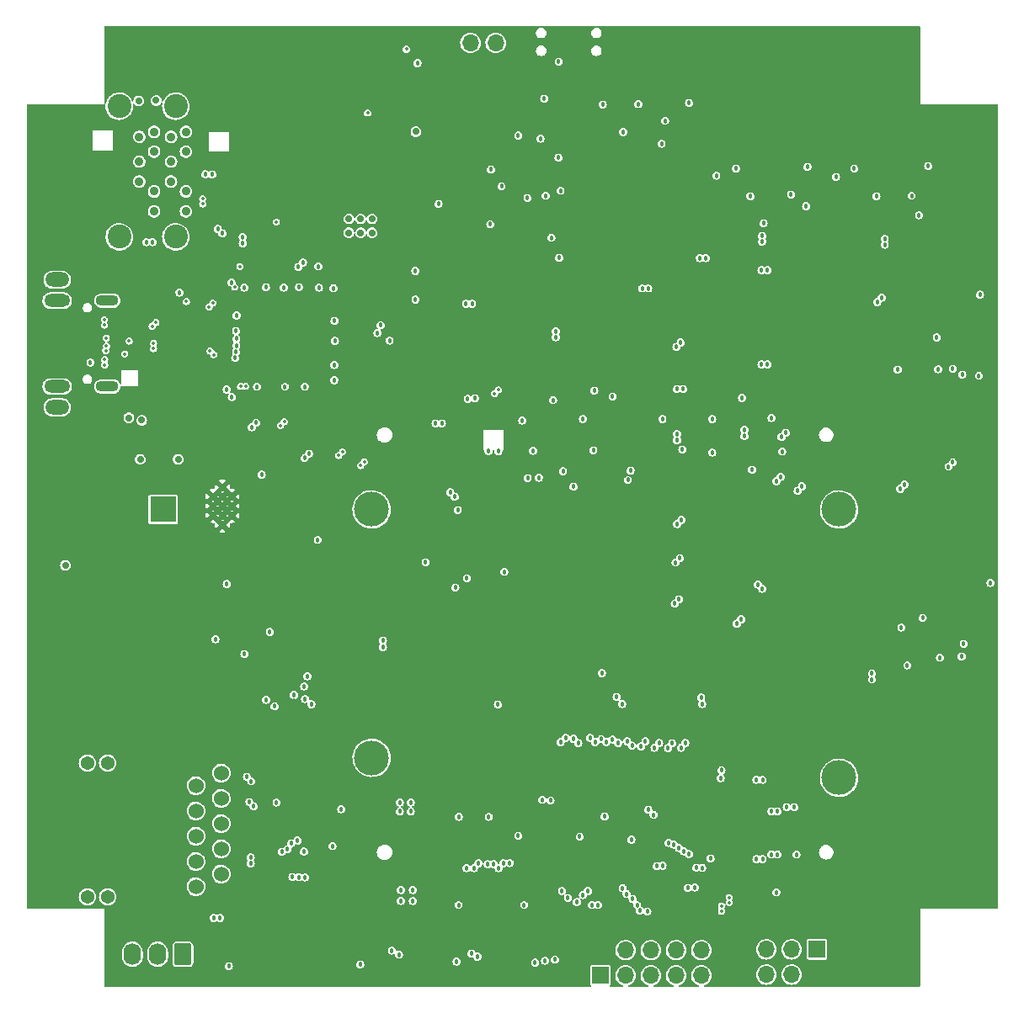
<source format=gbr>
%TF.GenerationSoftware,KiCad,Pcbnew,5.99.0-unknown-ca42f31bb5~131~ubuntu20.04.1*%
%TF.CreationDate,2021-08-18T11:47:35-07:00*%
%TF.ProjectId,ovc5,6f766335-2e6b-4696-9361-645f70636258,rev?*%
%TF.SameCoordinates,Original*%
%TF.FileFunction,Copper,L5,Inr*%
%TF.FilePolarity,Positive*%
%FSLAX46Y46*%
G04 Gerber Fmt 4.6, Leading zero omitted, Abs format (unit mm)*
G04 Created by KiCad (PCBNEW 5.99.0-unknown-ca42f31bb5~131~ubuntu20.04.1) date 2021-08-18 11:47:35*
%MOMM*%
%LPD*%
G01*
G04 APERTURE LIST*
G04 Aperture macros list*
%AMRoundRect*
0 Rectangle with rounded corners*
0 $1 Rounding radius*
0 $2 $3 $4 $5 $6 $7 $8 $9 X,Y pos of 4 corners*
0 Add a 4 corners polygon primitive as box body*
4,1,4,$2,$3,$4,$5,$6,$7,$8,$9,$2,$3,0*
0 Add four circle primitives for the rounded corners*
1,1,$1+$1,$2,$3*
1,1,$1+$1,$4,$5*
1,1,$1+$1,$6,$7*
1,1,$1+$1,$8,$9*
0 Add four rect primitives between the rounded corners*
20,1,$1+$1,$2,$3,$4,$5,0*
20,1,$1+$1,$4,$5,$6,$7,0*
20,1,$1+$1,$6,$7,$8,$9,0*
20,1,$1+$1,$8,$9,$2,$3,0*%
G04 Aperture macros list end*
%TA.AperFunction,ComponentPad*%
%ADD10R,1.700000X1.700000*%
%TD*%
%TA.AperFunction,ComponentPad*%
%ADD11O,1.700000X1.700000*%
%TD*%
%TA.AperFunction,ComponentPad*%
%ADD12C,0.500000*%
%TD*%
%TA.AperFunction,ComponentPad*%
%ADD13C,1.524000*%
%TD*%
%TA.AperFunction,ComponentPad*%
%ADD14C,1.371600*%
%TD*%
%TA.AperFunction,ComponentPad*%
%ADD15C,3.600000*%
%TD*%
%TA.AperFunction,ComponentPad*%
%ADD16C,2.200000*%
%TD*%
%TA.AperFunction,ComponentPad*%
%ADD17R,2.600000X2.600000*%
%TD*%
%TA.AperFunction,ComponentPad*%
%ADD18C,2.600000*%
%TD*%
%TA.AperFunction,ComponentPad*%
%ADD19RoundRect,0.250000X0.620000X0.845000X-0.620000X0.845000X-0.620000X-0.845000X0.620000X-0.845000X0*%
%TD*%
%TA.AperFunction,ComponentPad*%
%ADD20O,1.740000X2.190000*%
%TD*%
%TA.AperFunction,ComponentPad*%
%ADD21C,0.600000*%
%TD*%
%TA.AperFunction,ComponentPad*%
%ADD22C,0.612500*%
%TD*%
%TA.AperFunction,ComponentPad*%
%ADD23O,2.300000X1.100000*%
%TD*%
%TA.AperFunction,ComponentPad*%
%ADD24O,2.600000X1.300000*%
%TD*%
%TA.AperFunction,ComponentPad*%
%ADD25O,2.400000X1.450000*%
%TD*%
%TA.AperFunction,ComponentPad*%
%ADD26C,3.500000*%
%TD*%
%TA.AperFunction,ComponentPad*%
%ADD27C,0.900000*%
%TD*%
%TA.AperFunction,ComponentPad*%
%ADD28C,2.400000*%
%TD*%
%TA.AperFunction,ComponentPad*%
%ADD29C,0.675000*%
%TD*%
%TA.AperFunction,ViaPad*%
%ADD30C,0.457200*%
%TD*%
%TA.AperFunction,ViaPad*%
%ADD31C,0.711200*%
%TD*%
%TA.AperFunction,ViaPad*%
%ADD32C,0.355600*%
%TD*%
G04 APERTURE END LIST*
D10*
%TO.N,+5V*%
%TO.C,J6*%
X91850000Y-122690000D03*
D11*
%TO.N,GND*%
X91850000Y-120150000D03*
%TO.N,GPIO0*%
X94390000Y-122690000D03*
%TO.N,GPIO1*%
X94390000Y-120150000D03*
%TO.N,GPIO2*%
X96930000Y-122690000D03*
%TO.N,GPIO3*%
X96930000Y-120150000D03*
%TO.N,GPIO4*%
X99470000Y-122690000D03*
%TO.N,GPIO5*%
X99470000Y-120150000D03*
%TO.N,+1V8*%
X102010000Y-122690000D03*
%TO.N,+3V3*%
X102010000Y-120150000D03*
%TO.N,GND*%
X104550000Y-122690000D03*
X104550000Y-120150000D03*
%TD*%
D12*
%TO.N,GND*%
%TO.C,U7*%
X53870000Y-76404000D03*
X53870000Y-74504000D03*
X53870000Y-73554000D03*
X52920000Y-76404000D03*
X54820000Y-75454000D03*
X54820000Y-74504000D03*
X52920000Y-74504000D03*
X53870000Y-77354000D03*
X54820000Y-76404000D03*
X52920000Y-75454000D03*
X53870000Y-75454000D03*
%TD*%
D13*
%TO.N,GBE_MDI0_P*%
%TO.C,U11*%
X51200000Y-113765000D03*
%TO.N,GBE_MDI0_N*%
X53740000Y-112495000D03*
%TO.N,GBE_MDI1_P*%
X51200000Y-111225000D03*
%TO.N,GBE_MDI1_N*%
X53740000Y-109955000D03*
%TO.N,Net-(C78-Pad1)*%
X51200000Y-108685000D03*
X53740000Y-107415000D03*
%TO.N,GBE_MDI2_N*%
X51200000Y-106145000D03*
%TO.N,GBE_MDI2_P*%
X53740000Y-104875000D03*
%TO.N,GBE_MDI3_N*%
X51200000Y-103605000D03*
%TO.N,GBE_MDI3_P*%
X53740000Y-102335000D03*
D14*
%TO.N,Net-(R21-Pad1)*%
X42310000Y-114775000D03*
%TO.N,+3V3*%
X40280000Y-114775000D03*
X42310000Y-101325000D03*
%TO.N,Net-(R22-Pad1)*%
X40280000Y-101325000D03*
D15*
%TO.N,GND*%
X44850000Y-113765000D03*
X44850000Y-102335000D03*
D16*
X47900000Y-100175000D03*
X47900000Y-115925000D03*
%TD*%
D17*
%TO.N,+12V*%
%TO.C,J2*%
X47900006Y-75800001D03*
D18*
%TO.N,GND*%
X41900006Y-75800001D03*
X44900006Y-80500001D03*
%TD*%
D19*
%TO.N,Net-(C121-Pad2)*%
%TO.C,J9*%
X49879000Y-120580000D03*
D20*
%TO.N,+12V*%
X47339000Y-120580000D03*
%TO.N,/Interfaces/TACH*%
X44799000Y-120580000D03*
%TD*%
D21*
%TO.N,GND*%
%TO.C,U8*%
X70355000Y-29690000D03*
X69395000Y-29690000D03*
X69875000Y-30550000D03*
X69395000Y-31410000D03*
X70355000Y-31410000D03*
%TD*%
D22*
%TO.N,GND*%
%TO.C,U13*%
X60000000Y-90525000D03*
X58775000Y-90525000D03*
X58775000Y-91750000D03*
X60000000Y-91750000D03*
%TD*%
D23*
%TO.N,/USB/C_SHIELD*%
%TO.C,J1*%
X42285000Y-63429000D03*
D24*
X37235000Y-63429000D03*
D25*
X37235000Y-52689000D03*
D23*
X42285000Y-54789000D03*
D24*
X37235000Y-54789000D03*
D25*
X37235000Y-65529000D03*
%TD*%
D26*
%TO.N,N/C*%
%TO.C,U1*%
X115859988Y-75799999D03*
X68859988Y-75799999D03*
X115859988Y-102799999D03*
X68859988Y-100799999D03*
%TD*%
D27*
%TO.N,/USB/VBUS_1*%
%TO.C,U5*%
X45489988Y-38299993D03*
%TO.N,/USB/USB_H1_D_N*%
X45489988Y-40799993D03*
%TO.N,/USB/USB_H1_D_P*%
X45489988Y-42799993D03*
%TO.N,GND*%
X45489988Y-45299993D03*
%TO.N,/USB/USB_H1_RX_N*%
X46989988Y-45799993D03*
%TO.N,/USB/USB_H1_RX_P*%
X46989988Y-43799993D03*
%TO.N,GND*%
X46989988Y-41799993D03*
%TO.N,/USB/USB_H1_TX_CONN_N*%
X46989988Y-39799993D03*
%TO.N,/USB/USB_H1_TX_CONN_P*%
X46989988Y-37799993D03*
%TO.N,/USB/VBUS_0*%
X48689988Y-38299993D03*
%TO.N,/USB/USB_H0_D_N*%
X48689988Y-40799993D03*
%TO.N,/USB/USB_H0_D_P*%
X48689988Y-42799993D03*
%TO.N,GND*%
X48689988Y-45299993D03*
%TO.N,/USB/USB_H0_RX_N*%
X50189988Y-45799993D03*
%TO.N,/USB/USB_H0_RX_P*%
X50189988Y-43799993D03*
%TO.N,GND*%
X50189988Y-41799993D03*
%TO.N,/USB/USB_H0_TX_CONN_N*%
X50189988Y-39799993D03*
%TO.N,/USB/USB_H0_TX_CONN_P*%
X50189988Y-37799993D03*
D28*
%TO.N,/USB/A_SHIELD*%
X43489988Y-48369993D03*
X49169988Y-35229993D03*
X49169988Y-48369993D03*
X43489988Y-35229993D03*
%TD*%
D21*
%TO.N,GND*%
%TO.C,U9*%
X74110000Y-42144000D03*
X71540000Y-42444000D03*
X74860000Y-43294000D03*
X70960000Y-42144000D03*
X73360000Y-42144000D03*
X72120000Y-42144000D03*
X74490000Y-42734000D03*
X73740000Y-42734000D03*
X74110000Y-43294000D03*
X73360000Y-43294000D03*
X74860000Y-42144000D03*
%TD*%
D29*
%TO.N,GND*%
%TO.C,U21*%
X58345000Y-57840000D03*
X58345000Y-60240000D03*
X60745000Y-60240000D03*
X61945000Y-56640000D03*
X61945000Y-60240000D03*
X57145000Y-59040000D03*
X63145000Y-56640000D03*
X63145000Y-57840000D03*
X59545000Y-56640000D03*
X61945000Y-61440000D03*
X57145000Y-60240000D03*
X63145000Y-59040000D03*
X59545000Y-61440000D03*
X58345000Y-55440000D03*
X60745000Y-55440000D03*
X59545000Y-55440000D03*
X59545000Y-57840000D03*
X58345000Y-59040000D03*
X57145000Y-56640000D03*
X58345000Y-61440000D03*
X61945000Y-57840000D03*
X60745000Y-57840000D03*
X61945000Y-55440000D03*
X60745000Y-61440000D03*
X61945000Y-59040000D03*
X57145000Y-61440000D03*
X60745000Y-59040000D03*
X58345000Y-56640000D03*
X60745000Y-56640000D03*
X57145000Y-55440000D03*
X63145000Y-60240000D03*
X57145000Y-57840000D03*
X63145000Y-55440000D03*
X63145000Y-61440000D03*
X59545000Y-60240000D03*
X59545000Y-59040000D03*
%TD*%
D10*
%TO.N,GND*%
%TO.C,J11*%
X76255000Y-28849000D03*
D11*
%TO.N,DEBUG_UART_TX*%
X78795000Y-28849000D03*
%TO.N,DEBUG_UART_RX*%
X81335000Y-28849000D03*
%TD*%
D10*
%TO.N,/Enclustra module/JTAG_TCK*%
%TO.C,J4*%
X113625000Y-120075000D03*
D11*
%TO.N,GND*%
X113625000Y-122615000D03*
%TO.N,/Enclustra module/JTAG_TDO*%
X111085000Y-120075000D03*
%TO.N,/Enclustra module/JTAG_TMS*%
X111085000Y-122615000D03*
%TO.N,/Enclustra module/JTAG_TDI*%
X108545000Y-120075000D03*
%TO.N,+1V8*%
X108545000Y-122615000D03*
%TD*%
D30*
%TO.N,CAM5_ENABLE*%
X90815287Y-98782048D03*
X80790000Y-47100000D03*
%TO.N,CAM5_TRIGGER*%
X87851000Y-43727000D03*
X98700000Y-109360000D03*
%TO.N,CAM5_SDA*%
X86370000Y-44230000D03*
X95040000Y-99570000D03*
%TO.N,CAM5_SCL*%
X84530000Y-44450000D03*
X94550000Y-99130000D03*
%TO.N,CAM4_ENABLE*%
X108267000Y-47013000D03*
X92012000Y-92263000D03*
X91916000Y-98919000D03*
X94621000Y-72841000D03*
%TO.N,CAM4_TRIGGER*%
X99760000Y-109860000D03*
X112546000Y-45290000D03*
%TO.N,CAM4_SCL*%
X106940000Y-44290000D03*
X97310000Y-99780000D03*
%TO.N,CAM4_SDA*%
X111030000Y-44110000D03*
X97770000Y-99310000D03*
%TO.N,CAM5_DAT1+*%
X78349200Y-55110000D03*
X87376000Y-58479800D03*
%TO.N,CAM5_DAT1-*%
X87376000Y-57870200D03*
X78958800Y-55110000D03*
%TO.N,CAM4_CLK+*%
X99558000Y-68823800D03*
X108118956Y-48863598D03*
%TO.N,CAM4_CLK-*%
X99558000Y-68214200D03*
X108130000Y-48280000D03*
%TO.N,CAM4_DAT1+*%
X108055188Y-61211000D03*
X108055188Y-51726000D03*
%TO.N,CAM4_DAT1-*%
X108664788Y-51726000D03*
X108664788Y-61211000D03*
%TO.N,Net-(C88-Pad2)*%
X80620000Y-69940000D03*
%TO.N,Net-(C89-Pad2)*%
X81600000Y-69960000D03*
%TO.N,SDIO_CLK*%
X62400000Y-92600000D03*
X94100000Y-113925000D03*
%TO.N,SDIO_D1*%
X95550000Y-115600000D03*
X62075000Y-93600000D03*
%TO.N,SDIO_D0*%
X62175000Y-94875000D03*
X95100000Y-115000000D03*
%TO.N,SDIO_CMD*%
X62808000Y-95398000D03*
X94500000Y-114500000D03*
%TO.N,SDIO_D3*%
X59101000Y-95617000D03*
X96575000Y-116275000D03*
%TO.N,SDIO_D2*%
X58254000Y-94959000D03*
X95825000Y-116150000D03*
D31*
%TO.N,/Power/VREG*%
X49409000Y-70752000D03*
D30*
%TO.N,CAM0_DAT2-*%
X122440527Y-73301473D03*
X112122527Y-73484473D03*
%TO.N,GBE_LED_ACT*%
X109550000Y-114338000D03*
X110604000Y-105771000D03*
%TO.N,CAM0_DAT2+*%
X122009473Y-73732527D03*
X111691473Y-73915527D03*
%TO.N,CAM0_DAT0-*%
X109982527Y-72530473D03*
X127295527Y-71060473D03*
%TO.N,GBE_LED_LINK*%
X111364000Y-105771000D03*
X111564000Y-110523000D03*
%TO.N,CAM0_DAT0+*%
X109551473Y-72961527D03*
X126864473Y-71491527D03*
%TO.N,GBE_MDI3_N*%
X107555188Y-103005746D03*
X107555188Y-110990000D03*
X56755527Y-103155527D03*
%TO.N,GBE_MDI3_P*%
X56324473Y-102724473D03*
X108164788Y-103005746D03*
X108164788Y-110990000D03*
%TO.N,GBE_MDI2_N*%
X57005527Y-105685527D03*
X109055188Y-110520000D03*
X109055188Y-106190000D03*
%TO.N,CAM0_ENABLE*%
X93645000Y-99306000D03*
X125823000Y-61697000D03*
X102079000Y-95394000D03*
X94050000Y-95380000D03*
%TO.N,CAM0_TRIGGER*%
X129917000Y-62346000D03*
X100750000Y-110485000D03*
%TO.N,CAM0_SCL*%
X127293000Y-61661000D03*
X99952611Y-99780000D03*
%TO.N,CAM0_SDA*%
X100400000Y-99310000D03*
X128250000Y-62240000D03*
%TO.N,CAM1_DAT2-*%
X96666800Y-53553453D03*
X99934527Y-59007473D03*
%TO.N,CAM1_DAT2+*%
X99503473Y-59438527D03*
X96057200Y-53553453D03*
%TO.N,CAM1_DAT0-*%
X102473800Y-50511000D03*
X100164788Y-63685000D03*
%TO.N,CAM1_DAT0+*%
X99555188Y-63685000D03*
X101864200Y-50511000D03*
%TO.N,GBE_MDI2_P*%
X109664788Y-106190000D03*
X56574473Y-105254473D03*
X109664788Y-110520000D03*
%TO.N,GBE_MDI1_N*%
X56700000Y-110825200D03*
%TO.N,GBE_MDI1_P*%
X56700000Y-111434800D03*
%TO.N,GBE_MDI0_N*%
X53606511Y-116910084D03*
%TO.N,GBE_MDI0_P*%
X52996911Y-116910084D03*
%TO.N,/USB/USB_H0_TX_N*%
X61498493Y-51398507D03*
%TO.N,/USB/USB_H1_TX_N*%
X55893000Y-49024500D03*
%TO.N,/USB/USB_H0_TX_P*%
X61947507Y-50949493D03*
%TO.N,CAM1_ENABLE*%
X87720000Y-50480000D03*
X91321000Y-99206000D03*
%TO.N,CAM1_TRIGGER*%
X98008000Y-38997000D03*
X99257671Y-109532371D03*
%TO.N,CAM1_SCL*%
X95930000Y-99630000D03*
X94140000Y-37840000D03*
%TO.N,CAM1_SDA*%
X96390000Y-99130000D03*
X98360000Y-36690000D03*
%TO.N,/USB/USB_H1_TX_P*%
X55893000Y-48389500D03*
D32*
%TO.N,/USB/USB_H0_RX_N*%
X51874000Y-45066693D03*
D30*
%TO.N,USER_DIP*%
X62150000Y-112830000D03*
X62060000Y-110230000D03*
%TO.N,/Enclustra module/JTAG_TCK*%
X102100000Y-111875000D03*
%TO.N,/Enclustra module/JTAG_TDO*%
X101500000Y-111850000D03*
%TO.N,/Enclustra module/JTAG_TMS*%
X101375000Y-113850000D03*
%TO.N,/Enclustra module/JTAG_TDI*%
X100650000Y-113875000D03*
%TO.N,CAM2_SDA*%
X123150000Y-44230000D03*
X99090000Y-99320000D03*
%TO.N,CAM2_SCL*%
X119610000Y-44290000D03*
X98650000Y-99810000D03*
%TO.N,CAM2_TRIGGER*%
X123900000Y-46190000D03*
X100240000Y-110200000D03*
%TO.N,CAM2_ENABLE*%
X86937000Y-48464000D03*
X92468000Y-99212000D03*
%TO.N,CAM2_CLK+*%
X106344000Y-68417800D03*
X120448572Y-49160800D03*
%TO.N,CAM2_CLK-*%
X120448572Y-48551200D03*
X106344000Y-67808200D03*
%TO.N,CAM2_DAT0+*%
X120139527Y-54495473D03*
X110071473Y-68508527D03*
%TO.N,CAM2_DAT0-*%
X110502527Y-68077473D03*
X119708473Y-54926527D03*
%TO.N,QWIIC0_SCL*%
X71600000Y-120600000D03*
X79600000Y-111400000D03*
%TO.N,QWIIC0_SDA*%
X79147951Y-111890410D03*
X70900000Y-120200000D03*
%TO.N,QWIIC1_SCL*%
X81132000Y-111503000D03*
X79500000Y-120800000D03*
%TO.N,QWIIC1_SDA*%
X80534000Y-111504000D03*
X78900000Y-120500000D03*
%TO.N,QWIIC2_SCL*%
X87300000Y-121100000D03*
X82750000Y-111384000D03*
%TO.N,QWIIC2_SDA*%
X86300000Y-121200000D03*
X82100000Y-111400000D03*
%TO.N,CAM3_SDA*%
X128390000Y-89330000D03*
X103952000Y-102838000D03*
%TO.N,CAM3_SCL*%
X125995000Y-90715000D03*
X104032000Y-102050000D03*
%TO.N,SDIO_CDn*%
X94981000Y-109042000D03*
X81561000Y-95441000D03*
%TO.N,CAM3_TRIGGER*%
X102936000Y-110925000D03*
X128180000Y-90600000D03*
%TO.N,CAM3_ENABLE*%
X101992000Y-94738000D03*
X122720000Y-91490000D03*
X93090000Y-98957000D03*
X93490000Y-94660000D03*
%TO.N,GPIO5*%
X91600000Y-115600000D03*
%TO.N,CAM3_CLK+*%
X99329473Y-85283527D03*
X119163000Y-92914800D03*
%TO.N,CAM3_CLK-*%
X99760527Y-84852473D03*
X119163000Y-92305200D03*
%TO.N,CAM3_DAT1+*%
X99575473Y-77274527D03*
X108137527Y-83791527D03*
%TO.N,CAM3_DAT1-*%
X107706473Y-83360473D03*
X100006527Y-76843473D03*
%TO.N,CAM3_DAT0+*%
X105577473Y-87296527D03*
X99421473Y-81140527D03*
%TO.N,CAM3_DAT0-*%
X99852527Y-80709473D03*
X106008527Y-86865473D03*
%TO.N,GPIO4*%
X91000000Y-115600000D03*
D32*
%TO.N,/USB/USB_US_TX2_P*%
X52615414Y-59852414D03*
%TO.N,/USB/USB_US_TX2_CONN_P*%
X42024177Y-60717300D03*
%TO.N,FPGA_USB0_D+*%
X55678300Y-63420033D03*
X104039000Y-116239700D03*
%TO.N,/USB/USB_US_TX2_N*%
X52992586Y-60229586D03*
%TO.N,/USB/USB_US_TX2_CONN_N*%
X42024177Y-61250700D03*
%TO.N,FPGA_USB0_D-*%
X56211700Y-63420033D03*
X104039000Y-115706300D03*
D30*
%TO.N,FPGA_USB1_D+*%
X62111993Y-70638007D03*
D32*
X104813341Y-115387359D03*
%TO.N,FPGA_USB1_D-*%
X104813341Y-114853959D03*
D30*
X62561007Y-70188993D03*
%TO.N,/USB/VBUS_MON_P1*%
X63501000Y-51344000D03*
%TO.N,FPGA_USB0_RX+*%
X75292488Y-67140000D03*
X57255607Y-67081493D03*
%TO.N,VBUS*%
X40592000Y-61014000D03*
D31*
X44450000Y-66580000D03*
D30*
%TO.N,FPGA_USB0_RX-*%
X75927488Y-67140000D03*
X56806593Y-67530507D03*
D32*
%TO.N,FPGA_USB1_TX+*%
X65541414Y-70381586D03*
%TO.N,FPGA_USB1_RX+*%
X81234414Y-64144586D03*
X59697414Y-67361586D03*
%TO.N,FPGA_USB1_TX-*%
X65918586Y-70004414D03*
%TO.N,/USB/VBUS_MON_US*%
X50233000Y-54876000D03*
X55100000Y-53420000D03*
%TO.N,FPGA_USB1_RX-*%
X60074586Y-66984414D03*
X81611586Y-63767414D03*
%TO.N,/USB/USB_H0_RX_P*%
X51874000Y-44533293D03*
D30*
%TO.N,/USB/USB_H1_RX_P*%
X46838500Y-48910693D03*
%TO.N,/USB/USB_H1_RX_N*%
X46203500Y-48910693D03*
%TO.N,+3V3*%
X57800000Y-72290000D03*
X77600000Y-115600000D03*
X56062000Y-53473000D03*
X117380000Y-41510000D03*
X59300000Y-105300000D03*
D32*
X59279000Y-46890000D03*
D30*
X60022000Y-53478000D03*
X103110000Y-70080000D03*
X73264000Y-51795000D03*
X69449000Y-58047000D03*
X63562000Y-53480000D03*
X91150000Y-69850000D03*
X55233000Y-59945000D03*
X85300000Y-121400000D03*
X65166000Y-58837000D03*
X86217000Y-34470000D03*
X80850000Y-41600000D03*
X110130000Y-69970000D03*
X73273000Y-54676000D03*
X65130000Y-56819000D03*
X77625000Y-106725000D03*
X80645000Y-106737000D03*
X100090000Y-69770000D03*
X124260000Y-86720000D03*
X62147000Y-63453000D03*
X92293000Y-106695000D03*
D31*
X73310000Y-37789000D03*
D30*
X67710000Y-121586000D03*
X83600000Y-108650000D03*
X78409000Y-111887000D03*
X109080000Y-66590000D03*
X53150000Y-88875000D03*
X49540000Y-53990000D03*
X85100000Y-69900000D03*
X58625000Y-88125000D03*
X105500000Y-41510000D03*
X64913094Y-109681000D03*
X55233000Y-57847000D03*
X56075000Y-90350000D03*
X77400000Y-121300000D03*
X65800000Y-105960000D03*
X65100000Y-62800000D03*
X84200000Y-115600000D03*
X54810000Y-64492000D03*
X125680000Y-58500000D03*
X75580000Y-45064000D03*
X95669000Y-35010000D03*
%TO.N,Net-(R63-Pad2)*%
X55253000Y-58617000D03*
%TO.N,Net-(R64-Pad2)*%
X55251000Y-59315000D03*
%TO.N,/USB/USB_H1_D_N*%
X53858507Y-48025507D03*
%TO.N,/USB/USB_H1_D_P*%
X53409493Y-47576493D03*
%TO.N,/USB/USB_H0_D_N*%
X52825000Y-42100000D03*
%TO.N,/USB/USB_H0_D_P*%
X52150000Y-42075000D03*
%TO.N,Net-(R65-Pad2)*%
X54758000Y-52965000D03*
%TO.N,+1V8*%
X130027000Y-54189500D03*
X121750000Y-61720000D03*
X115557000Y-42335000D03*
X89787000Y-108733000D03*
X90597000Y-114197000D03*
X122125000Y-87675000D03*
X81918000Y-43286000D03*
X100780000Y-34900000D03*
X112690000Y-41339000D03*
X103100000Y-66700000D03*
X90100000Y-66700000D03*
X61047000Y-94475000D03*
X84013000Y-66861000D03*
X87641000Y-40406000D03*
X78442000Y-82723000D03*
X98100000Y-66700000D03*
X92104000Y-35054000D03*
X131085000Y-83201000D03*
X103513000Y-42216000D03*
X124818000Y-41255000D03*
X54300000Y-83300000D03*
X81647951Y-111890410D03*
%TO.N,/Interfaces/TXLED*%
X77520000Y-75873000D03*
X74291000Y-81112000D03*
%TO.N,DEBUG_UART_RX*%
X77270000Y-83660000D03*
X85673000Y-72617000D03*
X97518197Y-111692860D03*
%TO.N,DEBUG_UART_TX*%
X84549000Y-72645000D03*
X98100538Y-111653023D03*
X82200000Y-82080000D03*
D32*
%TO.N,USB_UART_D-*%
X68126586Y-71009414D03*
D30*
X76759493Y-74080493D03*
%TO.N,USB_UART_D+*%
X77208507Y-74529507D03*
D32*
X67749414Y-71386586D03*
D30*
%TO.N,GND*%
X122860000Y-101490000D03*
X125700000Y-95530000D03*
D32*
X50968000Y-52170000D03*
D30*
X50500000Y-123500000D03*
X52820000Y-69079000D03*
X121220000Y-53305000D03*
D32*
X45364000Y-48905000D03*
X55900000Y-50900000D03*
D30*
X35000000Y-97500000D03*
X102500000Y-27500000D03*
X53445000Y-80979000D03*
D32*
X59126000Y-41554000D03*
D30*
X42500000Y-123500000D03*
X114500000Y-27500000D03*
X88200000Y-123400000D03*
X89800000Y-123400000D03*
X35000000Y-103500000D03*
X91107000Y-108923000D03*
X126800000Y-115600000D03*
X118500000Y-27500000D03*
D31*
X55250000Y-29400000D03*
D30*
X71610000Y-64800000D03*
X74100000Y-69800000D03*
X58500000Y-27500000D03*
X131400000Y-46000000D03*
X124400000Y-115600000D03*
X84300000Y-121300000D03*
X35000000Y-89500000D03*
D31*
X69560000Y-37814000D03*
D30*
X76102000Y-69822000D03*
D32*
X45770000Y-61844000D03*
D30*
X131400000Y-82000000D03*
X78100000Y-71900000D03*
X106600000Y-123200000D03*
X77436000Y-82731000D03*
D32*
X58362000Y-48841000D03*
D30*
X99670000Y-55130000D03*
X57100000Y-122600000D03*
X127000000Y-36000000D03*
X131400000Y-110000000D03*
X110500000Y-27500000D03*
X85600000Y-64550000D03*
D32*
X48900000Y-50900000D03*
D30*
X106150000Y-111900000D03*
X131400000Y-90000000D03*
X95700000Y-64700000D03*
X56250000Y-109100000D03*
D32*
X55900000Y-49700000D03*
D30*
X79780000Y-69840000D03*
D32*
X48698995Y-63194001D03*
D30*
X35000000Y-69500000D03*
X35000000Y-113500000D03*
D32*
X62175000Y-44581000D03*
D30*
X131400000Y-114000000D03*
X131400000Y-106000000D03*
X42500000Y-27500000D03*
X35000000Y-105500000D03*
X77600000Y-64700000D03*
X61053000Y-95097000D03*
X35000000Y-115500000D03*
X108600000Y-72000000D03*
D32*
X55800000Y-45400000D03*
D31*
X69510000Y-39564000D03*
D30*
X42500000Y-119500000D03*
D32*
X52014000Y-48483000D03*
D30*
X108450000Y-27500000D03*
X128450000Y-73460000D03*
X131400000Y-64000000D03*
D32*
X45394229Y-59321821D03*
X96109000Y-114216000D03*
X63349000Y-46972000D03*
D30*
X123400000Y-117000000D03*
X35000000Y-93500000D03*
X46500000Y-27500000D03*
X86600000Y-71900000D03*
X54995000Y-81004000D03*
X75100000Y-69812000D03*
D32*
X51900000Y-50900000D03*
X57999000Y-39398000D03*
D30*
X48400000Y-82750000D03*
X131400000Y-68000000D03*
X83700000Y-72000000D03*
X131400000Y-108000000D03*
X46780000Y-70510000D03*
X121410000Y-47250000D03*
X54170000Y-69079000D03*
X131400000Y-70000000D03*
X79930000Y-78954000D03*
X112600000Y-108730000D03*
X131400000Y-92000000D03*
D32*
X51808000Y-42786000D03*
D30*
X94510000Y-49950000D03*
X67150000Y-28100000D03*
X116600000Y-123200000D03*
X81610000Y-66650000D03*
D32*
X60148000Y-50000000D03*
D30*
X68500000Y-27500000D03*
X92600000Y-70000000D03*
D32*
X44968000Y-52170000D03*
D30*
X131400000Y-50000000D03*
X82117000Y-33570000D03*
X74675000Y-113950000D03*
D32*
X47900000Y-49700000D03*
D30*
X104450000Y-27500000D03*
D32*
X60183000Y-42640000D03*
D30*
X54220000Y-80979000D03*
X72126000Y-55818000D03*
X35000000Y-99500000D03*
X82600000Y-64600000D03*
X123000000Y-27500000D03*
D32*
X42900000Y-50900000D03*
D30*
X125590000Y-76490000D03*
D32*
X42188000Y-49700000D03*
D30*
X99610000Y-39150000D03*
D32*
X45728000Y-63237000D03*
D30*
X123000000Y-29500000D03*
D32*
X48925000Y-55669000D03*
D30*
X85100000Y-108750000D03*
X46930000Y-66950000D03*
X131400000Y-80000000D03*
D32*
X58275000Y-42366000D03*
D30*
X95175000Y-106625000D03*
X80600000Y-123400000D03*
D32*
X55999000Y-38198000D03*
X44137000Y-56131000D03*
D30*
X123400000Y-120000000D03*
X35000000Y-111500000D03*
X86100000Y-113900000D03*
X94500000Y-27500000D03*
X48500000Y-123500000D03*
X129700000Y-91650000D03*
X73690000Y-45754000D03*
X37000000Y-115500000D03*
X112500000Y-27500000D03*
X84897000Y-47357000D03*
X97604000Y-69965000D03*
X131400000Y-98000000D03*
X106450000Y-27500000D03*
X106600000Y-106675000D03*
X131400000Y-56000000D03*
X78600000Y-66700000D03*
X77105000Y-111821000D03*
X54500000Y-123500000D03*
D32*
X52871000Y-47011000D03*
D30*
X123000000Y-31500000D03*
D32*
X61338000Y-42773000D03*
X51915000Y-45756000D03*
D30*
X83120000Y-111910000D03*
D32*
X40089000Y-49764000D03*
D30*
X35000000Y-79500000D03*
X35000000Y-77500000D03*
D32*
X51836000Y-41172000D03*
D30*
X131400000Y-100000000D03*
X75000000Y-123400000D03*
X98130000Y-50010000D03*
D32*
X44210995Y-60654000D03*
X52416005Y-58064999D03*
D30*
X110600000Y-64700000D03*
X73685000Y-48814000D03*
X46500000Y-123500000D03*
X92125000Y-111875000D03*
D32*
X51235000Y-62437000D03*
X52597000Y-61727000D03*
D30*
X105600000Y-106650000D03*
D32*
X47382000Y-60656999D03*
D30*
X129750000Y-97775000D03*
X56500000Y-123500000D03*
X113100000Y-113975000D03*
X128320000Y-69520000D03*
D32*
X50915000Y-58065000D03*
X59468000Y-43582000D03*
X48678995Y-61612001D03*
D30*
X101600000Y-72000000D03*
X76400000Y-121400000D03*
D32*
X50203000Y-61616000D03*
D30*
X82120000Y-71860000D03*
D32*
X47315000Y-58032000D03*
X57800000Y-44200000D03*
D30*
X77835000Y-41864000D03*
X62614094Y-109573000D03*
X52156000Y-66425000D03*
X76050000Y-106650000D03*
X131400000Y-58000000D03*
D32*
X47175995Y-61886001D03*
D31*
X71785000Y-37789000D03*
D30*
X78157000Y-75846000D03*
X123000000Y-33500000D03*
X64008000Y-48867000D03*
D32*
X47398000Y-55669000D03*
D30*
X98500000Y-27500000D03*
D31*
X76900000Y-115200000D03*
D32*
X50900000Y-50900000D03*
D30*
X39000000Y-115500000D03*
X131400000Y-44000000D03*
D32*
X42968000Y-52170000D03*
D30*
X74535000Y-37364000D03*
D31*
X37041000Y-69985000D03*
D32*
X48839000Y-56875000D03*
D30*
X131400000Y-104000000D03*
X131400000Y-86000000D03*
X131400000Y-84000000D03*
D32*
X56277000Y-41217000D03*
D30*
X131400000Y-60000000D03*
X100600000Y-66600000D03*
X79100000Y-71900000D03*
X119088000Y-56249000D03*
X131400000Y-38000000D03*
X123000000Y-36000000D03*
D32*
X53800000Y-44200000D03*
D30*
X44500000Y-123500000D03*
X131400000Y-54000000D03*
X104697740Y-64799587D03*
X55366000Y-62801000D03*
X62500000Y-27500000D03*
D32*
X54070000Y-42748000D03*
X54050000Y-41800000D03*
D30*
X100500000Y-27500000D03*
X131400000Y-115600000D03*
X88600000Y-66700000D03*
D31*
X75450000Y-104350000D03*
D30*
X79188000Y-50445000D03*
X44500000Y-27500000D03*
D32*
X42849000Y-41794000D03*
X48968000Y-52170000D03*
D30*
X72615000Y-79045000D03*
X42500000Y-121500000D03*
X125600000Y-72560000D03*
D32*
X55390012Y-46549989D03*
D30*
X128250000Y-108575000D03*
D32*
X60113000Y-44780000D03*
X62000000Y-49000000D03*
D30*
X42500000Y-117500000D03*
X50500000Y-27500000D03*
X80104000Y-113817000D03*
D32*
X57800000Y-45400000D03*
X55998988Y-39398011D03*
D30*
X106230000Y-57142000D03*
X131400000Y-78000000D03*
X53495000Y-69079000D03*
X35000000Y-67500000D03*
X89600000Y-71900000D03*
X95650000Y-42970000D03*
X77100000Y-71900000D03*
D32*
X44900000Y-49700000D03*
X61500000Y-47500000D03*
D30*
X102631181Y-111633018D03*
D31*
X36000000Y-51000000D03*
D30*
X131400000Y-36000000D03*
X72500000Y-27500000D03*
X76590000Y-64690000D03*
D32*
X57734000Y-48244000D03*
X47643000Y-48908000D03*
D30*
X62075000Y-90375000D03*
X131400000Y-74000000D03*
D32*
X59452000Y-38801000D03*
D30*
X51330000Y-64141000D03*
X129810000Y-80160000D03*
D32*
X51694000Y-60291000D03*
D30*
X52770000Y-80979000D03*
X81120000Y-71900000D03*
X35000000Y-95500000D03*
X131400000Y-48000000D03*
D32*
X53637000Y-49088000D03*
X53799994Y-45400011D03*
D30*
X105100000Y-111950000D03*
D31*
X64150000Y-29250000D03*
D30*
X71600000Y-69800000D03*
X67000000Y-123400000D03*
X94510000Y-52160000D03*
X42500000Y-31500000D03*
D32*
X60148000Y-48000000D03*
D30*
X131400000Y-88000000D03*
X131400000Y-94000000D03*
X64800000Y-123400000D03*
X131400000Y-102000000D03*
D32*
X59476000Y-48268000D03*
D30*
X101130000Y-46020000D03*
X73415000Y-31690000D03*
X129750000Y-101625000D03*
D32*
X50900000Y-49700000D03*
X38652996Y-50115010D03*
D30*
X98650000Y-111850000D03*
X35000000Y-75500000D03*
D32*
X59441000Y-45810000D03*
X48719995Y-60468001D03*
D30*
X105600000Y-71800000D03*
X35000000Y-109500000D03*
X58650000Y-94050000D03*
X111160000Y-46600000D03*
X35000000Y-101500000D03*
D32*
X40968000Y-52170000D03*
D30*
X131400000Y-40000000D03*
X82325000Y-56393000D03*
X118945000Y-50310000D03*
X131400000Y-72000000D03*
X120500000Y-27500000D03*
D32*
X52266000Y-38223000D03*
D30*
X106911000Y-50274000D03*
D32*
X61503000Y-45557000D03*
D30*
X74600000Y-106675000D03*
D32*
X50214995Y-60466001D03*
X56275000Y-42366000D03*
D30*
X35000000Y-71500000D03*
D32*
X55898000Y-47725000D03*
D30*
X74610000Y-64690000D03*
D32*
X46900000Y-50900000D03*
D30*
X89125000Y-113875000D03*
X100720000Y-106700000D03*
D32*
X45732995Y-60657000D03*
D30*
X35000000Y-87500000D03*
X35000000Y-85500000D03*
X125670000Y-105520000D03*
X111622000Y-69858000D03*
X129500000Y-36000000D03*
D32*
X57390012Y-46549989D03*
D30*
X88100000Y-106750000D03*
X82075000Y-106650000D03*
X59990000Y-105180000D03*
X80630000Y-64790000D03*
X109615000Y-53285000D03*
X84881000Y-53404000D03*
X82440000Y-69800000D03*
D32*
X46968000Y-52170000D03*
D30*
X131400000Y-66000000D03*
X35000000Y-107500000D03*
X35000000Y-81500000D03*
X125580000Y-66430000D03*
X43800000Y-67300000D03*
D32*
X54900000Y-49700000D03*
D30*
X52500000Y-123500000D03*
X73783000Y-76075000D03*
X131400000Y-112000000D03*
X98102000Y-108695000D03*
D32*
X52427000Y-56845000D03*
D30*
X69900000Y-32950000D03*
X104600000Y-106650000D03*
X35000000Y-91500000D03*
X96500000Y-27500000D03*
X41000000Y-67400000D03*
D32*
X63349000Y-45972000D03*
X57999000Y-38198000D03*
D30*
X131400000Y-52000000D03*
X131400000Y-96000000D03*
D32*
X44900000Y-50900000D03*
X55800000Y-44200000D03*
X54070000Y-40924000D03*
D30*
X53025000Y-87450000D03*
D32*
X50915000Y-56852000D03*
D30*
X91600000Y-66700000D03*
X52500000Y-27500000D03*
X54467000Y-66807000D03*
X116500000Y-27500000D03*
X70500000Y-27500000D03*
D31*
X118050000Y-122700000D03*
D30*
X42500000Y-29500000D03*
X131400000Y-76000000D03*
X55225000Y-90300000D03*
X73685000Y-47414000D03*
D32*
X61338000Y-40773000D03*
D30*
X41000000Y-70300000D03*
D32*
X53182000Y-51645000D03*
X45816000Y-56164000D03*
X52275000Y-39425000D03*
D30*
X75640000Y-64730000D03*
X54500000Y-27500000D03*
X79122000Y-106724000D03*
X64500000Y-27500000D03*
X60500000Y-27500000D03*
D32*
X54378000Y-48543000D03*
D30*
X83000000Y-123400000D03*
X48500000Y-27500000D03*
X131400000Y-42000000D03*
D32*
X51891000Y-43815000D03*
D31*
X53175000Y-94475000D03*
D32*
X47174995Y-63191001D03*
X61338000Y-43773000D03*
D30*
X50154000Y-54107000D03*
X123400000Y-123000000D03*
D32*
X58728000Y-39836000D03*
D30*
X42500000Y-33500000D03*
X58150000Y-83450000D03*
D32*
X62000000Y-47000000D03*
D30*
X54100000Y-88875000D03*
X125000000Y-36000000D03*
D32*
X41058000Y-50843000D03*
D31*
X49500000Y-33100000D03*
D30*
X67650000Y-122620000D03*
D32*
X58323000Y-47138000D03*
D31*
X53390000Y-119480000D03*
X43150000Y-32450000D03*
D30*
X128330000Y-63450000D03*
X54820000Y-69079000D03*
D32*
X60017000Y-41084000D03*
D30*
X35000000Y-83500000D03*
X56500000Y-27500000D03*
X107600000Y-64600000D03*
X79600000Y-66900000D03*
X57125000Y-93050000D03*
D32*
X63349000Y-48972000D03*
D30*
X66500000Y-27500000D03*
X129000000Y-115600000D03*
X107100000Y-113750000D03*
X35000000Y-73500000D03*
X72800000Y-123400000D03*
X80120000Y-71870000D03*
%TO.N,+1V2*%
X55280000Y-56295000D03*
D31*
X67753000Y-46559000D03*
X68903000Y-46559000D03*
D30*
X57336000Y-63452000D03*
X55142000Y-60562000D03*
X65022000Y-53543000D03*
D31*
X66579000Y-46562000D03*
X66553000Y-47959000D03*
D30*
X106100000Y-64580000D03*
X83608000Y-38179000D03*
D31*
X68903000Y-47959000D03*
D30*
X87100000Y-64800000D03*
X65111000Y-61259000D03*
X54298000Y-63739000D03*
X58236000Y-53435000D03*
D31*
X67753000Y-47959000D03*
D30*
X93085000Y-64451000D03*
X107114000Y-71796000D03*
X61553000Y-53432000D03*
X88100000Y-71950000D03*
X94900000Y-71900000D03*
X60152000Y-63447000D03*
D31*
%TO.N,/USB/VBUS_0*%
X47200000Y-34650000D03*
D30*
%TO.N,+5V*%
X73000000Y-115200000D03*
X63450000Y-78860000D03*
X73000000Y-114100000D03*
X71700000Y-105300000D03*
X71700000Y-106200000D03*
X72800000Y-106200000D03*
D31*
X45600000Y-70750000D03*
D30*
X72800000Y-105300000D03*
D31*
X45750000Y-66825000D03*
D30*
X71800000Y-115200000D03*
X71800000Y-114100000D03*
X73465000Y-30890000D03*
D31*
%TO.N,/USB/VBUS_1*%
X45450000Y-34700000D03*
D30*
%TO.N,GPIO3*%
X90100000Y-114600000D03*
%TO.N,GPIO2*%
X89500000Y-115300000D03*
%TO.N,GPIO1*%
X88600000Y-114900000D03*
%TO.N,GPIO0*%
X88000000Y-114200000D03*
%TO.N,BOOT_MODE0*%
X96675000Y-106025000D03*
X88360000Y-98783000D03*
X60770000Y-109410000D03*
X60900000Y-112780000D03*
%TO.N,BOOT_MODE1*%
X61530000Y-112810000D03*
X87868000Y-99217000D03*
X61412064Y-109122064D03*
X97222000Y-106545000D03*
%TO.N,/Enclustra module/USER_LED0*%
X70000000Y-89650000D03*
X86010000Y-105020000D03*
%TO.N,/Enclustra module/USER_LED1*%
X70000000Y-89000000D03*
X86840000Y-105100000D03*
D31*
%TO.N,+12V*%
X38070000Y-81430000D03*
D30*
%TO.N,/Interfaces/TACH*%
X60390000Y-110010000D03*
D32*
%TO.N,/USB/OSC_OUT*%
X55612000Y-51374000D03*
%TO.N,/USB/USB_US_RX1_CONN_P*%
X41992458Y-56717300D03*
X47168586Y-56984414D03*
%TO.N,/USB/USB_US_RX1_CONN_N*%
X41992458Y-57250700D03*
X46791414Y-57361586D03*
%TO.N,/USB/USB_US_D_CONN_N*%
X46941000Y-59081300D03*
X42175000Y-58569000D03*
X42202555Y-59364500D03*
X52900586Y-55032414D03*
X44485000Y-58856000D03*
%TO.N,/USB/USB_US_D_CONN_P*%
X46941000Y-59614700D03*
X52523414Y-55409586D03*
%TO.N,/USB/USB_US_CC2_CONN*%
X42124146Y-59840183D03*
X44031000Y-60163000D03*
D30*
%TO.N,SMBUS_CLK*%
X78523000Y-64665000D03*
X89150000Y-98880000D03*
%TO.N,SMBUS_DAT*%
X79248000Y-64622000D03*
X89640000Y-99320000D03*
%TO.N,Net-(Q1-Pad1)*%
X54504000Y-121753000D03*
X59840000Y-110250000D03*
%TO.N,/USB/USB0_EN_OVC*%
X70660000Y-58810000D03*
D32*
X68454000Y-35902000D03*
D30*
%TO.N,/USB/USB1_EN_OVC*%
X69776000Y-57259000D03*
D32*
X72350000Y-29490000D03*
D30*
%TO.N,REG_EN*%
X89160000Y-73510000D03*
X87670000Y-30740000D03*
%TO.N,SOFTWARE_RESET*%
X91253000Y-63847000D03*
X85839000Y-38487000D03*
%TD*%
%TA.AperFunction,Conductor*%
%TO.N,GND*%
G36*
X85853810Y-27195393D02*
G01*
X85879530Y-27239942D01*
X85870597Y-27290600D01*
X85831192Y-27323665D01*
X85815288Y-27327557D01*
X85768967Y-27333655D01*
X85768964Y-27333656D01*
X85764086Y-27334298D01*
X85635571Y-27387531D01*
X85525212Y-27472212D01*
X85440531Y-27582571D01*
X85387298Y-27711086D01*
X85369141Y-27849000D01*
X85369784Y-27853884D01*
X85375620Y-27898209D01*
X85387298Y-27986914D01*
X85440531Y-28115429D01*
X85525212Y-28225788D01*
X85635570Y-28310469D01*
X85644947Y-28314353D01*
X85759537Y-28361818D01*
X85759539Y-28361818D01*
X85764086Y-28363702D01*
X85768964Y-28364344D01*
X85768967Y-28364345D01*
X85897116Y-28381216D01*
X85902000Y-28381859D01*
X85906884Y-28381216D01*
X86035033Y-28364345D01*
X86035036Y-28364344D01*
X86039914Y-28363702D01*
X86044461Y-28361818D01*
X86044463Y-28361818D01*
X86159053Y-28314353D01*
X86168430Y-28310469D01*
X86278788Y-28225788D01*
X86363469Y-28115429D01*
X86416702Y-27986914D01*
X86428381Y-27898209D01*
X86434216Y-27853884D01*
X86434859Y-27849000D01*
X86416702Y-27711086D01*
X86363469Y-27582571D01*
X86278788Y-27472212D01*
X86168430Y-27387531D01*
X86049291Y-27338182D01*
X86044463Y-27336182D01*
X86044461Y-27336182D01*
X86039914Y-27334298D01*
X86035036Y-27333656D01*
X86035033Y-27333655D01*
X85988712Y-27327557D01*
X85943085Y-27303804D01*
X85923400Y-27256280D01*
X85938868Y-27207221D01*
X85982252Y-27179583D01*
X85998528Y-27177800D01*
X91369663Y-27177800D01*
X91418001Y-27195393D01*
X91443721Y-27239942D01*
X91434788Y-27290600D01*
X91395383Y-27323665D01*
X91379479Y-27327557D01*
X91317967Y-27335655D01*
X91317964Y-27335656D01*
X91313086Y-27336298D01*
X91184571Y-27389531D01*
X91180664Y-27392529D01*
X91080726Y-27469214D01*
X91074212Y-27474212D01*
X90989531Y-27584571D01*
X90936298Y-27713086D01*
X90918141Y-27851000D01*
X90918784Y-27855884D01*
X90923266Y-27889924D01*
X90936298Y-27988914D01*
X90989531Y-28117429D01*
X91074212Y-28227788D01*
X91184570Y-28312469D01*
X91248828Y-28339085D01*
X91308537Y-28363818D01*
X91308539Y-28363818D01*
X91313086Y-28365702D01*
X91317964Y-28366344D01*
X91317967Y-28366345D01*
X91446116Y-28383216D01*
X91451000Y-28383859D01*
X91455884Y-28383216D01*
X91584033Y-28366345D01*
X91584036Y-28366344D01*
X91588914Y-28365702D01*
X91593461Y-28363818D01*
X91593463Y-28363818D01*
X91653172Y-28339085D01*
X91717430Y-28312469D01*
X91827788Y-28227788D01*
X91912469Y-28117429D01*
X91965702Y-27988914D01*
X91978735Y-27889924D01*
X91983216Y-27855884D01*
X91983859Y-27851000D01*
X91965702Y-27713086D01*
X91912469Y-27584571D01*
X91827788Y-27474212D01*
X91717430Y-27389531D01*
X91653172Y-27362914D01*
X91593463Y-27338182D01*
X91593461Y-27338182D01*
X91588914Y-27336298D01*
X91584036Y-27335656D01*
X91584033Y-27335655D01*
X91522521Y-27327557D01*
X91476894Y-27303804D01*
X91457209Y-27256280D01*
X91472677Y-27207221D01*
X91516061Y-27179582D01*
X91532337Y-27177800D01*
X123924800Y-27177800D01*
X123973138Y-27195393D01*
X123998858Y-27239942D01*
X124000000Y-27253000D01*
X124000000Y-35000000D01*
X131747000Y-35000000D01*
X131795338Y-35017593D01*
X131821058Y-35062142D01*
X131822200Y-35075200D01*
X131822200Y-115924800D01*
X131804607Y-115973138D01*
X131760058Y-115998858D01*
X131747000Y-116000000D01*
X124000000Y-116000000D01*
X124000000Y-123747000D01*
X123982407Y-123795338D01*
X123937858Y-123821058D01*
X123924800Y-123822200D01*
X102327872Y-123822200D01*
X102279534Y-123804607D01*
X102253814Y-123760058D01*
X102262747Y-123709400D01*
X102302152Y-123676335D01*
X102307649Y-123674570D01*
X102380113Y-123654338D01*
X102380115Y-123654337D01*
X102383658Y-123653348D01*
X102563657Y-123562424D01*
X102722567Y-123438269D01*
X102854336Y-123285614D01*
X102953945Y-123110271D01*
X103017598Y-122918921D01*
X103026633Y-122847407D01*
X103042609Y-122720941D01*
X103042609Y-122720940D01*
X103042873Y-122718851D01*
X103043276Y-122690000D01*
X103043071Y-122687907D01*
X103034508Y-122600573D01*
X107511825Y-122600573D01*
X107512133Y-122604241D01*
X107512133Y-122604244D01*
X107517815Y-122671911D01*
X107528699Y-122801526D01*
X107584284Y-122995374D01*
X107676463Y-123174734D01*
X107801723Y-123332774D01*
X107804517Y-123335151D01*
X107804518Y-123335153D01*
X107840216Y-123365534D01*
X107955295Y-123463474D01*
X107958496Y-123465263D01*
X107958499Y-123465265D01*
X108001117Y-123489083D01*
X108131329Y-123561856D01*
X108134826Y-123562992D01*
X108134830Y-123562994D01*
X108176974Y-123576687D01*
X108323119Y-123624172D01*
X108429492Y-123636856D01*
X108519703Y-123647613D01*
X108519705Y-123647613D01*
X108523361Y-123648049D01*
X108724426Y-123632578D01*
X108840606Y-123600140D01*
X108915113Y-123579338D01*
X108915115Y-123579337D01*
X108918658Y-123578348D01*
X109098657Y-123487424D01*
X109257567Y-123363269D01*
X109389336Y-123210614D01*
X109488945Y-123035271D01*
X109552598Y-122843921D01*
X109577873Y-122643851D01*
X109578276Y-122615000D01*
X109578071Y-122612907D01*
X109576862Y-122600573D01*
X110051825Y-122600573D01*
X110052133Y-122604241D01*
X110052133Y-122604244D01*
X110057815Y-122671911D01*
X110068699Y-122801526D01*
X110124284Y-122995374D01*
X110216463Y-123174734D01*
X110341723Y-123332774D01*
X110344517Y-123335151D01*
X110344518Y-123335153D01*
X110380216Y-123365534D01*
X110495295Y-123463474D01*
X110498496Y-123465263D01*
X110498499Y-123465265D01*
X110541117Y-123489083D01*
X110671329Y-123561856D01*
X110674826Y-123562992D01*
X110674830Y-123562994D01*
X110716974Y-123576687D01*
X110863119Y-123624172D01*
X110969492Y-123636856D01*
X111059703Y-123647613D01*
X111059705Y-123647613D01*
X111063361Y-123648049D01*
X111264426Y-123632578D01*
X111380606Y-123600140D01*
X111455113Y-123579338D01*
X111455115Y-123579337D01*
X111458658Y-123578348D01*
X111638657Y-123487424D01*
X111797567Y-123363269D01*
X111929336Y-123210614D01*
X112028945Y-123035271D01*
X112092598Y-122843921D01*
X112117873Y-122643851D01*
X112118276Y-122615000D01*
X112118071Y-122612907D01*
X112098957Y-122417970D01*
X112098956Y-122417967D01*
X112098597Y-122414302D01*
X112040311Y-122221249D01*
X112033240Y-122207949D01*
X111968553Y-122086292D01*
X111945638Y-122043194D01*
X111818182Y-121886918D01*
X111815351Y-121884576D01*
X111815347Y-121884572D01*
X111726469Y-121811046D01*
X111662801Y-121758375D01*
X111644882Y-121748686D01*
X111603948Y-121726553D01*
X111485411Y-121662461D01*
X111292769Y-121602828D01*
X111162364Y-121589122D01*
X111095869Y-121582133D01*
X111095867Y-121582133D01*
X111092214Y-121581749D01*
X110891383Y-121600026D01*
X110822087Y-121620421D01*
X110701457Y-121655924D01*
X110701454Y-121655925D01*
X110697928Y-121656963D01*
X110694671Y-121658666D01*
X110694668Y-121658667D01*
X110522479Y-121748686D01*
X110519216Y-121750392D01*
X110516348Y-121752698D01*
X110364926Y-121874444D01*
X110364922Y-121874448D01*
X110362055Y-121876753D01*
X110359687Y-121879575D01*
X110359686Y-121879576D01*
X110234794Y-122028415D01*
X110234791Y-122028419D01*
X110232430Y-122031233D01*
X110230659Y-122034455D01*
X110230658Y-122034456D01*
X110169991Y-122144809D01*
X110135280Y-122207949D01*
X110074304Y-122400170D01*
X110051825Y-122600573D01*
X109576862Y-122600573D01*
X109558957Y-122417970D01*
X109558956Y-122417967D01*
X109558597Y-122414302D01*
X109500311Y-122221249D01*
X109493240Y-122207949D01*
X109428553Y-122086292D01*
X109405638Y-122043194D01*
X109278182Y-121886918D01*
X109275351Y-121884576D01*
X109275347Y-121884572D01*
X109186469Y-121811046D01*
X109122801Y-121758375D01*
X109104882Y-121748686D01*
X109063948Y-121726553D01*
X108945411Y-121662461D01*
X108752769Y-121602828D01*
X108622364Y-121589122D01*
X108555869Y-121582133D01*
X108555867Y-121582133D01*
X108552214Y-121581749D01*
X108351383Y-121600026D01*
X108282087Y-121620421D01*
X108161457Y-121655924D01*
X108161454Y-121655925D01*
X108157928Y-121656963D01*
X108154671Y-121658666D01*
X108154668Y-121658667D01*
X107982479Y-121748686D01*
X107979216Y-121750392D01*
X107976348Y-121752698D01*
X107824926Y-121874444D01*
X107824922Y-121874448D01*
X107822055Y-121876753D01*
X107819687Y-121879575D01*
X107819686Y-121879576D01*
X107694794Y-122028415D01*
X107694791Y-122028419D01*
X107692430Y-122031233D01*
X107690659Y-122034455D01*
X107690658Y-122034456D01*
X107629991Y-122144809D01*
X107595280Y-122207949D01*
X107534304Y-122400170D01*
X107511825Y-122600573D01*
X103034508Y-122600573D01*
X103023957Y-122492970D01*
X103023956Y-122492967D01*
X103023597Y-122489302D01*
X102965311Y-122296249D01*
X102958240Y-122282949D01*
X102884789Y-122144809D01*
X102870638Y-122118194D01*
X102770286Y-121995151D01*
X102745505Y-121964766D01*
X102745504Y-121964765D01*
X102743182Y-121961918D01*
X102740351Y-121959576D01*
X102740347Y-121959572D01*
X102649687Y-121884572D01*
X102587801Y-121833375D01*
X102578140Y-121828151D01*
X102528948Y-121801553D01*
X102410411Y-121737461D01*
X102217769Y-121677828D01*
X102064330Y-121661701D01*
X102020869Y-121657133D01*
X102020867Y-121657133D01*
X102017214Y-121656749D01*
X101816383Y-121675026D01*
X101719656Y-121703494D01*
X101626457Y-121730924D01*
X101626454Y-121730925D01*
X101622928Y-121731963D01*
X101619671Y-121733666D01*
X101619668Y-121733667D01*
X101449032Y-121822874D01*
X101444216Y-121825392D01*
X101441348Y-121827698D01*
X101289926Y-121949444D01*
X101289922Y-121949448D01*
X101287055Y-121951753D01*
X101284687Y-121954575D01*
X101284686Y-121954576D01*
X101159794Y-122103415D01*
X101159791Y-122103419D01*
X101157430Y-122106233D01*
X101155659Y-122109455D01*
X101155658Y-122109456D01*
X101137700Y-122142122D01*
X101060280Y-122282949D01*
X100999304Y-122475170D01*
X100976825Y-122675573D01*
X100977133Y-122679241D01*
X100977133Y-122679244D01*
X100987093Y-122797858D01*
X100993699Y-122876526D01*
X100994713Y-122880062D01*
X101040135Y-123038466D01*
X101049284Y-123070374D01*
X101141463Y-123249734D01*
X101266723Y-123407774D01*
X101269517Y-123410151D01*
X101269518Y-123410153D01*
X101305216Y-123440534D01*
X101420295Y-123538474D01*
X101423496Y-123540263D01*
X101423499Y-123540265D01*
X101464168Y-123562994D01*
X101596329Y-123636856D01*
X101599826Y-123637992D01*
X101599830Y-123637994D01*
X101715205Y-123675481D01*
X101755740Y-123707150D01*
X101766435Y-123757466D01*
X101742286Y-123802884D01*
X101691967Y-123822200D01*
X99787872Y-123822200D01*
X99739534Y-123804607D01*
X99713814Y-123760058D01*
X99722747Y-123709400D01*
X99762152Y-123676335D01*
X99767649Y-123674570D01*
X99840113Y-123654338D01*
X99840115Y-123654337D01*
X99843658Y-123653348D01*
X100023657Y-123562424D01*
X100182567Y-123438269D01*
X100314336Y-123285614D01*
X100413945Y-123110271D01*
X100477598Y-122918921D01*
X100486633Y-122847407D01*
X100502609Y-122720941D01*
X100502609Y-122720940D01*
X100502873Y-122718851D01*
X100503276Y-122690000D01*
X100503071Y-122687907D01*
X100483957Y-122492970D01*
X100483956Y-122492967D01*
X100483597Y-122489302D01*
X100425311Y-122296249D01*
X100418240Y-122282949D01*
X100344789Y-122144809D01*
X100330638Y-122118194D01*
X100230286Y-121995151D01*
X100205505Y-121964766D01*
X100205504Y-121964765D01*
X100203182Y-121961918D01*
X100200351Y-121959576D01*
X100200347Y-121959572D01*
X100109687Y-121884572D01*
X100047801Y-121833375D01*
X100038140Y-121828151D01*
X99988948Y-121801553D01*
X99870411Y-121737461D01*
X99677769Y-121677828D01*
X99524330Y-121661701D01*
X99480869Y-121657133D01*
X99480867Y-121657133D01*
X99477214Y-121656749D01*
X99276383Y-121675026D01*
X99179656Y-121703494D01*
X99086457Y-121730924D01*
X99086454Y-121730925D01*
X99082928Y-121731963D01*
X99079671Y-121733666D01*
X99079668Y-121733667D01*
X98909032Y-121822874D01*
X98904216Y-121825392D01*
X98901348Y-121827698D01*
X98749926Y-121949444D01*
X98749922Y-121949448D01*
X98747055Y-121951753D01*
X98744687Y-121954575D01*
X98744686Y-121954576D01*
X98619794Y-122103415D01*
X98619791Y-122103419D01*
X98617430Y-122106233D01*
X98615659Y-122109455D01*
X98615658Y-122109456D01*
X98597700Y-122142122D01*
X98520280Y-122282949D01*
X98459304Y-122475170D01*
X98436825Y-122675573D01*
X98437133Y-122679241D01*
X98437133Y-122679244D01*
X98447093Y-122797858D01*
X98453699Y-122876526D01*
X98454713Y-122880062D01*
X98500135Y-123038466D01*
X98509284Y-123070374D01*
X98601463Y-123249734D01*
X98726723Y-123407774D01*
X98729517Y-123410151D01*
X98729518Y-123410153D01*
X98765216Y-123440534D01*
X98880295Y-123538474D01*
X98883496Y-123540263D01*
X98883499Y-123540265D01*
X98924168Y-123562994D01*
X99056329Y-123636856D01*
X99059826Y-123637992D01*
X99059830Y-123637994D01*
X99175205Y-123675481D01*
X99215740Y-123707150D01*
X99226435Y-123757466D01*
X99202286Y-123802884D01*
X99151967Y-123822200D01*
X97247872Y-123822200D01*
X97199534Y-123804607D01*
X97173814Y-123760058D01*
X97182747Y-123709400D01*
X97222152Y-123676335D01*
X97227649Y-123674570D01*
X97300113Y-123654338D01*
X97300115Y-123654337D01*
X97303658Y-123653348D01*
X97483657Y-123562424D01*
X97642567Y-123438269D01*
X97774336Y-123285614D01*
X97873945Y-123110271D01*
X97937598Y-122918921D01*
X97946633Y-122847407D01*
X97962609Y-122720941D01*
X97962609Y-122720940D01*
X97962873Y-122718851D01*
X97963276Y-122690000D01*
X97963071Y-122687907D01*
X97943957Y-122492970D01*
X97943956Y-122492967D01*
X97943597Y-122489302D01*
X97885311Y-122296249D01*
X97878240Y-122282949D01*
X97804789Y-122144809D01*
X97790638Y-122118194D01*
X97690286Y-121995151D01*
X97665505Y-121964766D01*
X97665504Y-121964765D01*
X97663182Y-121961918D01*
X97660351Y-121959576D01*
X97660347Y-121959572D01*
X97569687Y-121884572D01*
X97507801Y-121833375D01*
X97498140Y-121828151D01*
X97448948Y-121801553D01*
X97330411Y-121737461D01*
X97137769Y-121677828D01*
X96984330Y-121661701D01*
X96940869Y-121657133D01*
X96940867Y-121657133D01*
X96937214Y-121656749D01*
X96736383Y-121675026D01*
X96639656Y-121703494D01*
X96546457Y-121730924D01*
X96546454Y-121730925D01*
X96542928Y-121731963D01*
X96539671Y-121733666D01*
X96539668Y-121733667D01*
X96369032Y-121822874D01*
X96364216Y-121825392D01*
X96361348Y-121827698D01*
X96209926Y-121949444D01*
X96209922Y-121949448D01*
X96207055Y-121951753D01*
X96204687Y-121954575D01*
X96204686Y-121954576D01*
X96079794Y-122103415D01*
X96079791Y-122103419D01*
X96077430Y-122106233D01*
X96075659Y-122109455D01*
X96075658Y-122109456D01*
X96057700Y-122142122D01*
X95980280Y-122282949D01*
X95919304Y-122475170D01*
X95896825Y-122675573D01*
X95897133Y-122679241D01*
X95897133Y-122679244D01*
X95907093Y-122797858D01*
X95913699Y-122876526D01*
X95914713Y-122880062D01*
X95960135Y-123038466D01*
X95969284Y-123070374D01*
X96061463Y-123249734D01*
X96186723Y-123407774D01*
X96189517Y-123410151D01*
X96189518Y-123410153D01*
X96225216Y-123440534D01*
X96340295Y-123538474D01*
X96343496Y-123540263D01*
X96343499Y-123540265D01*
X96384168Y-123562994D01*
X96516329Y-123636856D01*
X96519826Y-123637992D01*
X96519830Y-123637994D01*
X96635205Y-123675481D01*
X96675740Y-123707150D01*
X96686435Y-123757466D01*
X96662286Y-123802884D01*
X96611967Y-123822200D01*
X94707872Y-123822200D01*
X94659534Y-123804607D01*
X94633814Y-123760058D01*
X94642747Y-123709400D01*
X94682152Y-123676335D01*
X94687649Y-123674570D01*
X94760113Y-123654338D01*
X94760115Y-123654337D01*
X94763658Y-123653348D01*
X94943657Y-123562424D01*
X95102567Y-123438269D01*
X95234336Y-123285614D01*
X95333945Y-123110271D01*
X95397598Y-122918921D01*
X95406633Y-122847407D01*
X95422609Y-122720941D01*
X95422609Y-122720940D01*
X95422873Y-122718851D01*
X95423276Y-122690000D01*
X95423071Y-122687907D01*
X95403957Y-122492970D01*
X95403956Y-122492967D01*
X95403597Y-122489302D01*
X95345311Y-122296249D01*
X95338240Y-122282949D01*
X95264789Y-122144809D01*
X95250638Y-122118194D01*
X95150286Y-121995151D01*
X95125505Y-121964766D01*
X95125504Y-121964765D01*
X95123182Y-121961918D01*
X95120351Y-121959576D01*
X95120347Y-121959572D01*
X95029687Y-121884572D01*
X94967801Y-121833375D01*
X94958140Y-121828151D01*
X94908948Y-121801553D01*
X94790411Y-121737461D01*
X94597769Y-121677828D01*
X94444330Y-121661701D01*
X94400869Y-121657133D01*
X94400867Y-121657133D01*
X94397214Y-121656749D01*
X94196383Y-121675026D01*
X94099656Y-121703494D01*
X94006457Y-121730924D01*
X94006454Y-121730925D01*
X94002928Y-121731963D01*
X93999671Y-121733666D01*
X93999668Y-121733667D01*
X93829032Y-121822874D01*
X93824216Y-121825392D01*
X93821348Y-121827698D01*
X93669926Y-121949444D01*
X93669922Y-121949448D01*
X93667055Y-121951753D01*
X93664687Y-121954575D01*
X93664686Y-121954576D01*
X93539794Y-122103415D01*
X93539791Y-122103419D01*
X93537430Y-122106233D01*
X93535659Y-122109455D01*
X93535658Y-122109456D01*
X93517700Y-122142122D01*
X93440280Y-122282949D01*
X93379304Y-122475170D01*
X93356825Y-122675573D01*
X93357133Y-122679241D01*
X93357133Y-122679244D01*
X93367093Y-122797858D01*
X93373699Y-122876526D01*
X93374713Y-122880062D01*
X93420135Y-123038466D01*
X93429284Y-123070374D01*
X93521463Y-123249734D01*
X93646723Y-123407774D01*
X93649517Y-123410151D01*
X93649518Y-123410153D01*
X93685216Y-123440534D01*
X93800295Y-123538474D01*
X93803496Y-123540263D01*
X93803499Y-123540265D01*
X93844168Y-123562994D01*
X93976329Y-123636856D01*
X93979826Y-123637992D01*
X93979830Y-123637994D01*
X94095205Y-123675481D01*
X94135740Y-123707150D01*
X94146435Y-123757466D01*
X94122286Y-123802884D01*
X94071967Y-123822200D01*
X92846490Y-123822200D01*
X92798152Y-123804607D01*
X92772432Y-123760058D01*
X92781365Y-123709400D01*
X92804711Y-123684474D01*
X92822390Y-123672661D01*
X92828547Y-123668547D01*
X92842243Y-123648049D01*
X92863840Y-123615728D01*
X92863841Y-123615727D01*
X92867955Y-123609569D01*
X92878300Y-123557561D01*
X92878299Y-121822440D01*
X92867955Y-121770431D01*
X92828547Y-121711453D01*
X92799148Y-121691809D01*
X92775728Y-121676160D01*
X92775727Y-121676159D01*
X92769569Y-121672045D01*
X92762305Y-121670600D01*
X92721186Y-121662421D01*
X92721185Y-121662421D01*
X92717561Y-121661700D01*
X91850118Y-121661700D01*
X90982440Y-121661701D01*
X90930431Y-121672045D01*
X90871453Y-121711453D01*
X90867339Y-121717610D01*
X90840101Y-121758375D01*
X90832045Y-121770431D01*
X90821700Y-121822439D01*
X90821701Y-123557560D01*
X90832045Y-123609569D01*
X90871453Y-123668547D01*
X90877610Y-123672661D01*
X90895289Y-123684474D01*
X90925706Y-123725957D01*
X90922341Y-123777287D01*
X90886770Y-123814445D01*
X90853510Y-123822200D01*
X42075200Y-123822200D01*
X42026862Y-123804607D01*
X42001142Y-123760058D01*
X42000000Y-123747000D01*
X42000000Y-120295993D01*
X43750700Y-120295993D01*
X43750700Y-120856729D01*
X43750879Y-120858552D01*
X43750879Y-120858557D01*
X43764774Y-121000265D01*
X43765689Y-121009601D01*
X43825109Y-121206409D01*
X43921624Y-121387927D01*
X44051558Y-121547242D01*
X44209962Y-121678285D01*
X44390802Y-121776065D01*
X44587190Y-121836857D01*
X44702210Y-121848946D01*
X44787991Y-121857962D01*
X44787993Y-121857962D01*
X44791646Y-121858346D01*
X44894937Y-121848946D01*
X44992724Y-121840047D01*
X44992725Y-121840047D01*
X44996382Y-121839714D01*
X44999907Y-121838677D01*
X44999910Y-121838676D01*
X45190071Y-121782709D01*
X45190074Y-121782708D01*
X45193600Y-121781670D01*
X45196858Y-121779967D01*
X45196860Y-121779966D01*
X45372529Y-121688128D01*
X45372531Y-121688127D01*
X45375788Y-121686424D01*
X45383738Y-121680032D01*
X45533136Y-121559914D01*
X45533139Y-121559911D01*
X45536006Y-121557606D01*
X45538369Y-121554790D01*
X45538372Y-121554787D01*
X45638060Y-121435981D01*
X45668151Y-121400120D01*
X45689552Y-121361191D01*
X45765417Y-121223194D01*
X45767191Y-121219967D01*
X45810268Y-121084172D01*
X45828241Y-121027514D01*
X45828241Y-121027512D01*
X45829353Y-121024008D01*
X45847300Y-120864007D01*
X45847300Y-120303271D01*
X45847006Y-120300273D01*
X45846586Y-120295993D01*
X46290700Y-120295993D01*
X46290700Y-120856729D01*
X46290879Y-120858552D01*
X46290879Y-120858557D01*
X46304774Y-121000265D01*
X46305689Y-121009601D01*
X46365109Y-121206409D01*
X46461624Y-121387927D01*
X46591558Y-121547242D01*
X46749962Y-121678285D01*
X46930802Y-121776065D01*
X47127190Y-121836857D01*
X47242210Y-121848946D01*
X47327991Y-121857962D01*
X47327993Y-121857962D01*
X47331646Y-121858346D01*
X47434937Y-121848946D01*
X47532724Y-121840047D01*
X47532725Y-121840047D01*
X47536382Y-121839714D01*
X47539907Y-121838677D01*
X47539910Y-121838676D01*
X47730071Y-121782709D01*
X47730074Y-121782708D01*
X47733600Y-121781670D01*
X47736858Y-121779967D01*
X47736860Y-121779966D01*
X47912529Y-121688128D01*
X47912531Y-121688127D01*
X47915788Y-121686424D01*
X47923738Y-121680032D01*
X48073136Y-121559914D01*
X48073139Y-121559911D01*
X48076006Y-121557606D01*
X48078369Y-121554790D01*
X48078372Y-121554787D01*
X48178060Y-121435981D01*
X48208151Y-121400120D01*
X48229552Y-121361191D01*
X48305417Y-121223194D01*
X48307191Y-121219967D01*
X48350268Y-121084172D01*
X48368241Y-121027514D01*
X48368241Y-121027512D01*
X48369353Y-121024008D01*
X48387300Y-120864007D01*
X48387300Y-120303271D01*
X48387006Y-120300273D01*
X48372671Y-120154066D01*
X48372670Y-120154061D01*
X48372311Y-120150399D01*
X48312891Y-119953591D01*
X48216376Y-119772073D01*
X48144398Y-119683819D01*
X48830700Y-119683819D01*
X48830701Y-121476180D01*
X48833534Y-121506162D01*
X48876208Y-121627678D01*
X48879546Y-121632198D01*
X48879548Y-121632201D01*
X48923575Y-121691809D01*
X48952725Y-121731275D01*
X48957243Y-121734612D01*
X49051799Y-121804452D01*
X49051802Y-121804454D01*
X49056322Y-121807792D01*
X49177838Y-121850466D01*
X49195019Y-121852090D01*
X49206059Y-121853134D01*
X49206067Y-121853134D01*
X49207819Y-121853300D01*
X49877482Y-121853300D01*
X50550180Y-121853299D01*
X50551934Y-121853133D01*
X50551940Y-121853133D01*
X50564834Y-121851914D01*
X50580162Y-121850466D01*
X50701678Y-121807792D01*
X50706198Y-121804454D01*
X50706201Y-121804452D01*
X50775862Y-121753000D01*
X54092028Y-121753000D01*
X54092954Y-121758847D01*
X54093813Y-121764271D01*
X54112191Y-121880306D01*
X54114878Y-121885579D01*
X54162344Y-121978735D01*
X54170708Y-121995151D01*
X54261849Y-122086292D01*
X54376694Y-122144809D01*
X54504000Y-122164972D01*
X54631306Y-122144809D01*
X54746151Y-122086292D01*
X54837292Y-121995151D01*
X54845657Y-121978735D01*
X54893122Y-121885579D01*
X54895809Y-121880306D01*
X54914187Y-121764271D01*
X54915046Y-121758847D01*
X54915972Y-121753000D01*
X54913277Y-121735981D01*
X54896735Y-121631541D01*
X54895809Y-121625694D01*
X54875584Y-121586000D01*
X67298028Y-121586000D01*
X67298954Y-121591847D01*
X67303480Y-121620421D01*
X67318191Y-121713306D01*
X67338416Y-121753000D01*
X67373798Y-121822439D01*
X67376708Y-121828151D01*
X67467849Y-121919292D01*
X67582694Y-121977809D01*
X67588541Y-121978735D01*
X67692189Y-121995151D01*
X67710000Y-121997972D01*
X67727812Y-121995151D01*
X67831459Y-121978735D01*
X67837306Y-121977809D01*
X67952151Y-121919292D01*
X68043292Y-121828151D01*
X68046203Y-121822439D01*
X68081584Y-121753000D01*
X68101809Y-121713306D01*
X68116520Y-121620421D01*
X68121046Y-121591847D01*
X68121972Y-121586000D01*
X68101809Y-121458694D01*
X68064099Y-121384684D01*
X68045981Y-121349126D01*
X68045980Y-121349125D01*
X68043292Y-121343849D01*
X67999443Y-121300000D01*
X76988028Y-121300000D01*
X77008191Y-121427306D01*
X77024184Y-121458694D01*
X77048371Y-121506162D01*
X77066708Y-121542151D01*
X77157849Y-121633292D01*
X77163125Y-121635980D01*
X77163126Y-121635981D01*
X77204539Y-121657082D01*
X77272694Y-121691809D01*
X77278541Y-121692735D01*
X77371506Y-121707459D01*
X77400000Y-121711972D01*
X77428495Y-121707459D01*
X77521459Y-121692735D01*
X77527306Y-121691809D01*
X77595461Y-121657082D01*
X77636874Y-121635981D01*
X77636875Y-121635980D01*
X77642151Y-121633292D01*
X77733292Y-121542151D01*
X77751630Y-121506162D01*
X77775816Y-121458694D01*
X77791809Y-121427306D01*
X77796134Y-121400000D01*
X84888028Y-121400000D01*
X84888954Y-121405847D01*
X84891149Y-121419708D01*
X84908191Y-121527306D01*
X84923630Y-121557606D01*
X84959334Y-121627678D01*
X84966708Y-121642151D01*
X85057849Y-121733292D01*
X85063125Y-121735980D01*
X85063126Y-121735981D01*
X85085052Y-121747153D01*
X85172694Y-121791809D01*
X85300000Y-121811972D01*
X85427306Y-121791809D01*
X85514948Y-121747153D01*
X85536874Y-121735981D01*
X85536875Y-121735980D01*
X85542151Y-121733292D01*
X85633292Y-121642151D01*
X85640667Y-121627678D01*
X85676370Y-121557606D01*
X85691809Y-121527306D01*
X85708851Y-121419708D01*
X85711046Y-121405847D01*
X85711972Y-121400000D01*
X85710511Y-121390772D01*
X85700459Y-121327306D01*
X85691809Y-121272694D01*
X85654769Y-121200000D01*
X85888028Y-121200000D01*
X85888954Y-121205847D01*
X85892353Y-121227306D01*
X85908191Y-121327306D01*
X85926826Y-121363878D01*
X85957408Y-121423898D01*
X85966708Y-121442151D01*
X86057849Y-121533292D01*
X86063125Y-121535980D01*
X86063126Y-121535981D01*
X86079630Y-121544390D01*
X86172694Y-121591809D01*
X86300000Y-121611972D01*
X86427306Y-121591809D01*
X86520370Y-121544390D01*
X86536874Y-121535981D01*
X86536875Y-121535980D01*
X86542151Y-121533292D01*
X86633292Y-121442151D01*
X86642593Y-121423898D01*
X86673174Y-121363878D01*
X86691809Y-121327306D01*
X86707647Y-121227306D01*
X86711046Y-121205847D01*
X86711972Y-121200000D01*
X86707859Y-121174028D01*
X86696134Y-121100000D01*
X86888028Y-121100000D01*
X86908191Y-121227306D01*
X86966708Y-121342151D01*
X87057849Y-121433292D01*
X87063125Y-121435980D01*
X87063126Y-121435981D01*
X87083459Y-121446341D01*
X87172694Y-121491809D01*
X87178541Y-121492735D01*
X87292910Y-121510849D01*
X87300000Y-121511972D01*
X87307091Y-121510849D01*
X87421459Y-121492735D01*
X87427306Y-121491809D01*
X87516541Y-121446341D01*
X87536874Y-121435981D01*
X87536875Y-121435980D01*
X87542151Y-121433292D01*
X87633292Y-121342151D01*
X87691809Y-121227306D01*
X87711972Y-121100000D01*
X87710797Y-121092578D01*
X87692735Y-120978541D01*
X87691809Y-120972694D01*
X87651504Y-120893592D01*
X87635981Y-120863126D01*
X87635980Y-120863125D01*
X87633292Y-120857849D01*
X87542151Y-120766708D01*
X87427306Y-120708191D01*
X87300000Y-120688028D01*
X87172694Y-120708191D01*
X87057849Y-120766708D01*
X86966708Y-120857849D01*
X86964020Y-120863125D01*
X86964019Y-120863126D01*
X86948496Y-120893592D01*
X86908191Y-120972694D01*
X86907265Y-120978541D01*
X86889204Y-121092578D01*
X86888028Y-121100000D01*
X86696134Y-121100000D01*
X86695636Y-121096856D01*
X86691809Y-121072694D01*
X86652002Y-120994569D01*
X86635981Y-120963126D01*
X86635980Y-120963125D01*
X86633292Y-120957849D01*
X86542151Y-120866708D01*
X86524765Y-120857849D01*
X86432579Y-120810878D01*
X86432580Y-120810878D01*
X86427306Y-120808191D01*
X86338672Y-120794153D01*
X86305847Y-120788954D01*
X86300000Y-120788028D01*
X86294153Y-120788954D01*
X86261328Y-120794153D01*
X86172694Y-120808191D01*
X86167420Y-120810878D01*
X86167421Y-120810878D01*
X86075236Y-120857849D01*
X86057849Y-120866708D01*
X85966708Y-120957849D01*
X85964020Y-120963125D01*
X85964019Y-120963126D01*
X85947998Y-120994569D01*
X85908191Y-121072694D01*
X85904364Y-121096856D01*
X85892142Y-121174028D01*
X85888028Y-121200000D01*
X85654769Y-121200000D01*
X85635981Y-121163126D01*
X85635980Y-121163125D01*
X85633292Y-121157849D01*
X85542151Y-121066708D01*
X85524765Y-121057849D01*
X85465229Y-121027514D01*
X85427306Y-121008191D01*
X85323873Y-120991809D01*
X85305847Y-120988954D01*
X85300000Y-120988028D01*
X85294153Y-120988954D01*
X85276127Y-120991809D01*
X85172694Y-121008191D01*
X85134771Y-121027514D01*
X85075236Y-121057849D01*
X85057849Y-121066708D01*
X84966708Y-121157849D01*
X84964020Y-121163125D01*
X84964019Y-121163126D01*
X84945231Y-121200000D01*
X84908191Y-121272694D01*
X84899541Y-121327306D01*
X84889490Y-121390772D01*
X84888028Y-121400000D01*
X77796134Y-121400000D01*
X77811972Y-121300000D01*
X77791809Y-121172694D01*
X77751131Y-121092860D01*
X77735981Y-121063126D01*
X77735980Y-121063125D01*
X77733292Y-121057849D01*
X77642151Y-120966708D01*
X77624765Y-120957849D01*
X77557300Y-120923474D01*
X77527306Y-120908191D01*
X77423873Y-120891809D01*
X77405847Y-120888954D01*
X77400000Y-120888028D01*
X77394153Y-120888954D01*
X77376127Y-120891809D01*
X77272694Y-120908191D01*
X77242700Y-120923474D01*
X77175236Y-120957849D01*
X77157849Y-120966708D01*
X77066708Y-121057849D01*
X77064020Y-121063125D01*
X77064019Y-121063126D01*
X77048869Y-121092860D01*
X77008191Y-121172694D01*
X76988028Y-121300000D01*
X67999443Y-121300000D01*
X67952151Y-121252708D01*
X67837306Y-121194191D01*
X67764204Y-121182613D01*
X67715847Y-121174954D01*
X67710000Y-121174028D01*
X67704153Y-121174954D01*
X67655796Y-121182613D01*
X67582694Y-121194191D01*
X67467849Y-121252708D01*
X67376708Y-121343849D01*
X67374020Y-121349125D01*
X67374019Y-121349126D01*
X67355901Y-121384684D01*
X67318191Y-121458694D01*
X67298028Y-121586000D01*
X54875584Y-121586000D01*
X54850098Y-121535981D01*
X54839981Y-121516126D01*
X54839980Y-121516125D01*
X54837292Y-121510849D01*
X54746151Y-121419708D01*
X54713239Y-121402938D01*
X54636579Y-121363878D01*
X54636580Y-121363878D01*
X54631306Y-121361191D01*
X54567653Y-121351109D01*
X54509847Y-121341954D01*
X54504000Y-121341028D01*
X54498153Y-121341954D01*
X54440347Y-121351109D01*
X54376694Y-121361191D01*
X54371420Y-121363878D01*
X54371421Y-121363878D01*
X54294762Y-121402938D01*
X54261849Y-121419708D01*
X54170708Y-121510849D01*
X54168020Y-121516125D01*
X54168019Y-121516126D01*
X54157902Y-121535981D01*
X54112191Y-121625694D01*
X54111265Y-121631541D01*
X54094724Y-121735981D01*
X54092028Y-121753000D01*
X50775862Y-121753000D01*
X50800757Y-121734612D01*
X50805275Y-121731275D01*
X50834425Y-121691809D01*
X50878452Y-121632201D01*
X50878454Y-121632198D01*
X50881792Y-121627678D01*
X50924466Y-121506162D01*
X50927300Y-121476181D01*
X50927299Y-120200000D01*
X70488028Y-120200000D01*
X70488954Y-120205847D01*
X70493788Y-120236366D01*
X70508191Y-120327306D01*
X70510878Y-120332579D01*
X70548933Y-120407265D01*
X70566708Y-120442151D01*
X70657849Y-120533292D01*
X70663125Y-120535980D01*
X70663126Y-120535981D01*
X70706044Y-120557849D01*
X70772694Y-120591809D01*
X70900000Y-120611972D01*
X71027306Y-120591809D01*
X71032580Y-120589121D01*
X71032582Y-120589121D01*
X71082602Y-120563634D01*
X71133659Y-120557364D01*
X71176800Y-120585380D01*
X71191017Y-120618873D01*
X71208191Y-120727306D01*
X71239131Y-120788028D01*
X71248933Y-120807265D01*
X71266708Y-120842151D01*
X71357849Y-120933292D01*
X71363125Y-120935980D01*
X71363126Y-120935981D01*
X71385584Y-120947424D01*
X71472694Y-120991809D01*
X71536347Y-121001890D01*
X71593093Y-121010878D01*
X71600000Y-121011972D01*
X71606908Y-121010878D01*
X71663653Y-121001890D01*
X71727306Y-120991809D01*
X71814416Y-120947424D01*
X71836874Y-120935981D01*
X71836875Y-120935980D01*
X71842151Y-120933292D01*
X71933292Y-120842151D01*
X71951068Y-120807265D01*
X71960869Y-120788028D01*
X71991809Y-120727306D01*
X72011972Y-120600000D01*
X72009657Y-120585380D01*
X71996134Y-120500000D01*
X78488028Y-120500000D01*
X78508191Y-120627306D01*
X78510878Y-120632579D01*
X78551660Y-120712617D01*
X78566708Y-120742151D01*
X78657849Y-120833292D01*
X78663125Y-120835980D01*
X78663126Y-120835981D01*
X78683459Y-120846341D01*
X78772694Y-120891809D01*
X78827782Y-120900534D01*
X78893093Y-120910878D01*
X78900000Y-120911972D01*
X78906908Y-120910878D01*
X79027306Y-120891809D01*
X79027588Y-120893592D01*
X79071078Y-120895108D01*
X79109916Y-120930694D01*
X79164016Y-121036869D01*
X79164018Y-121036872D01*
X79166708Y-121042151D01*
X79257849Y-121133292D01*
X79372694Y-121191809D01*
X79500000Y-121211972D01*
X79627306Y-121191809D01*
X79742151Y-121133292D01*
X79833292Y-121042151D01*
X79835984Y-121036869D01*
X79868682Y-120972694D01*
X79891809Y-120927306D01*
X79911972Y-120800000D01*
X79891809Y-120672694D01*
X79851790Y-120594153D01*
X79835981Y-120563126D01*
X79835980Y-120563125D01*
X79833292Y-120557849D01*
X79742151Y-120466708D01*
X79627306Y-120408191D01*
X79500000Y-120388028D01*
X79372694Y-120408191D01*
X79372412Y-120406408D01*
X79328922Y-120404892D01*
X79290084Y-120369306D01*
X79235984Y-120263131D01*
X79235982Y-120263128D01*
X79233292Y-120257849D01*
X79142151Y-120166708D01*
X79113480Y-120152099D01*
X79081046Y-120135573D01*
X93356825Y-120135573D01*
X93357133Y-120139241D01*
X93357133Y-120139244D01*
X93367093Y-120257858D01*
X93373699Y-120336526D01*
X93393303Y-120404892D01*
X93420135Y-120498466D01*
X93429284Y-120530374D01*
X93521463Y-120709734D01*
X93646723Y-120867774D01*
X93649517Y-120870151D01*
X93649518Y-120870153D01*
X93685216Y-120900534D01*
X93800295Y-120998474D01*
X93803496Y-121000263D01*
X93803499Y-121000265D01*
X93846117Y-121024083D01*
X93976329Y-121096856D01*
X93979826Y-121097992D01*
X93979830Y-121097994D01*
X94021974Y-121111687D01*
X94168119Y-121159172D01*
X94279046Y-121172399D01*
X94364703Y-121182613D01*
X94364705Y-121182613D01*
X94368361Y-121183049D01*
X94569426Y-121167578D01*
X94707233Y-121129102D01*
X94760113Y-121114338D01*
X94760115Y-121114337D01*
X94763658Y-121113348D01*
X94894233Y-121047390D01*
X94940373Y-121024083D01*
X94940374Y-121024082D01*
X94943657Y-121022424D01*
X95102567Y-120898269D01*
X95234336Y-120745614D01*
X95333945Y-120570271D01*
X95397598Y-120378921D01*
X95399594Y-120363126D01*
X95422609Y-120180941D01*
X95422609Y-120180940D01*
X95422873Y-120178851D01*
X95423276Y-120150000D01*
X95422261Y-120139649D01*
X95421861Y-120135573D01*
X95896825Y-120135573D01*
X95897133Y-120139241D01*
X95897133Y-120139244D01*
X95907093Y-120257858D01*
X95913699Y-120336526D01*
X95933303Y-120404892D01*
X95960135Y-120498466D01*
X95969284Y-120530374D01*
X96061463Y-120709734D01*
X96186723Y-120867774D01*
X96189517Y-120870151D01*
X96189518Y-120870153D01*
X96225216Y-120900534D01*
X96340295Y-120998474D01*
X96343496Y-121000263D01*
X96343499Y-121000265D01*
X96386117Y-121024083D01*
X96516329Y-121096856D01*
X96519826Y-121097992D01*
X96519830Y-121097994D01*
X96561974Y-121111687D01*
X96708119Y-121159172D01*
X96819046Y-121172399D01*
X96904703Y-121182613D01*
X96904705Y-121182613D01*
X96908361Y-121183049D01*
X97109426Y-121167578D01*
X97247233Y-121129102D01*
X97300113Y-121114338D01*
X97300115Y-121114337D01*
X97303658Y-121113348D01*
X97434233Y-121047390D01*
X97480373Y-121024083D01*
X97480374Y-121024082D01*
X97483657Y-121022424D01*
X97642567Y-120898269D01*
X97774336Y-120745614D01*
X97873945Y-120570271D01*
X97937598Y-120378921D01*
X97939594Y-120363126D01*
X97962609Y-120180941D01*
X97962609Y-120180940D01*
X97962873Y-120178851D01*
X97963276Y-120150000D01*
X97962261Y-120139649D01*
X97961861Y-120135573D01*
X98436825Y-120135573D01*
X98437133Y-120139241D01*
X98437133Y-120139244D01*
X98447093Y-120257858D01*
X98453699Y-120336526D01*
X98473303Y-120404892D01*
X98500135Y-120498466D01*
X98509284Y-120530374D01*
X98601463Y-120709734D01*
X98726723Y-120867774D01*
X98729517Y-120870151D01*
X98729518Y-120870153D01*
X98765216Y-120900534D01*
X98880295Y-120998474D01*
X98883496Y-121000263D01*
X98883499Y-121000265D01*
X98926117Y-121024083D01*
X99056329Y-121096856D01*
X99059826Y-121097992D01*
X99059830Y-121097994D01*
X99101974Y-121111687D01*
X99248119Y-121159172D01*
X99359046Y-121172399D01*
X99444703Y-121182613D01*
X99444705Y-121182613D01*
X99448361Y-121183049D01*
X99649426Y-121167578D01*
X99787233Y-121129102D01*
X99840113Y-121114338D01*
X99840115Y-121114337D01*
X99843658Y-121113348D01*
X99974233Y-121047390D01*
X100020373Y-121024083D01*
X100020374Y-121024082D01*
X100023657Y-121022424D01*
X100182567Y-120898269D01*
X100314336Y-120745614D01*
X100413945Y-120570271D01*
X100477598Y-120378921D01*
X100479594Y-120363126D01*
X100502609Y-120180941D01*
X100502609Y-120180940D01*
X100502873Y-120178851D01*
X100503276Y-120150000D01*
X100502261Y-120139649D01*
X100501861Y-120135573D01*
X100976825Y-120135573D01*
X100977133Y-120139241D01*
X100977133Y-120139244D01*
X100987093Y-120257858D01*
X100993699Y-120336526D01*
X101013303Y-120404892D01*
X101040135Y-120498466D01*
X101049284Y-120530374D01*
X101141463Y-120709734D01*
X101266723Y-120867774D01*
X101269517Y-120870151D01*
X101269518Y-120870153D01*
X101305216Y-120900534D01*
X101420295Y-120998474D01*
X101423496Y-121000263D01*
X101423499Y-121000265D01*
X101466117Y-121024083D01*
X101596329Y-121096856D01*
X101599826Y-121097992D01*
X101599830Y-121097994D01*
X101641974Y-121111687D01*
X101788119Y-121159172D01*
X101899046Y-121172399D01*
X101984703Y-121182613D01*
X101984705Y-121182613D01*
X101988361Y-121183049D01*
X102189426Y-121167578D01*
X102327233Y-121129102D01*
X102380113Y-121114338D01*
X102380115Y-121114337D01*
X102383658Y-121113348D01*
X102514233Y-121047390D01*
X102560373Y-121024083D01*
X102560374Y-121024082D01*
X102563657Y-121022424D01*
X102722567Y-120898269D01*
X102854336Y-120745614D01*
X102953945Y-120570271D01*
X103017598Y-120378921D01*
X103019594Y-120363126D01*
X103042609Y-120180941D01*
X103042609Y-120180940D01*
X103042873Y-120178851D01*
X103043276Y-120150000D01*
X103042261Y-120139649D01*
X103034508Y-120060573D01*
X107511825Y-120060573D01*
X107512133Y-120064241D01*
X107512133Y-120064244D01*
X107520511Y-120164019D01*
X107528699Y-120261526D01*
X107529713Y-120265062D01*
X107569809Y-120404892D01*
X107584284Y-120455374D01*
X107676463Y-120634734D01*
X107801723Y-120792774D01*
X107804517Y-120795151D01*
X107804518Y-120795153D01*
X107885436Y-120864019D01*
X107955295Y-120923474D01*
X107958496Y-120925263D01*
X107958499Y-120925265D01*
X108001117Y-120949083D01*
X108131329Y-121021856D01*
X108134826Y-121022992D01*
X108134830Y-121022994D01*
X108209915Y-121047390D01*
X108323119Y-121084172D01*
X108429492Y-121096856D01*
X108519703Y-121107613D01*
X108519705Y-121107613D01*
X108523361Y-121108049D01*
X108724426Y-121092578D01*
X108886273Y-121047390D01*
X108915113Y-121039338D01*
X108915115Y-121039337D01*
X108918658Y-121038348D01*
X109048631Y-120972694D01*
X109095373Y-120949083D01*
X109095374Y-120949082D01*
X109098657Y-120947424D01*
X109257567Y-120823269D01*
X109389336Y-120670614D01*
X109488945Y-120495271D01*
X109552598Y-120303921D01*
X109563880Y-120214620D01*
X109577609Y-120105941D01*
X109577609Y-120105940D01*
X109577873Y-120103851D01*
X109578276Y-120075000D01*
X109577533Y-120067421D01*
X109576862Y-120060573D01*
X110051825Y-120060573D01*
X110052133Y-120064241D01*
X110052133Y-120064244D01*
X110060511Y-120164019D01*
X110068699Y-120261526D01*
X110069713Y-120265062D01*
X110109809Y-120404892D01*
X110124284Y-120455374D01*
X110216463Y-120634734D01*
X110341723Y-120792774D01*
X110344517Y-120795151D01*
X110344518Y-120795153D01*
X110425436Y-120864019D01*
X110495295Y-120923474D01*
X110498496Y-120925263D01*
X110498499Y-120925265D01*
X110541117Y-120949083D01*
X110671329Y-121021856D01*
X110674826Y-121022992D01*
X110674830Y-121022994D01*
X110749915Y-121047390D01*
X110863119Y-121084172D01*
X110969492Y-121096856D01*
X111059703Y-121107613D01*
X111059705Y-121107613D01*
X111063361Y-121108049D01*
X111264426Y-121092578D01*
X111426273Y-121047390D01*
X111455113Y-121039338D01*
X111455115Y-121039337D01*
X111458658Y-121038348D01*
X111588631Y-120972694D01*
X111635373Y-120949083D01*
X111635374Y-120949082D01*
X111638657Y-120947424D01*
X111797567Y-120823269D01*
X111929336Y-120670614D01*
X112028945Y-120495271D01*
X112092598Y-120303921D01*
X112103880Y-120214620D01*
X112117609Y-120105941D01*
X112117609Y-120105940D01*
X112117873Y-120103851D01*
X112118276Y-120075000D01*
X112117533Y-120067421D01*
X112098957Y-119877970D01*
X112098956Y-119877967D01*
X112098597Y-119874302D01*
X112040311Y-119681249D01*
X112033240Y-119667949D01*
X111963946Y-119537627D01*
X111945638Y-119503194D01*
X111842954Y-119377291D01*
X111820505Y-119349766D01*
X111820504Y-119349765D01*
X111818182Y-119346918D01*
X111815351Y-119344576D01*
X111815347Y-119344572D01*
X111732041Y-119275656D01*
X111662801Y-119218375D01*
X111644882Y-119208686D01*
X111642576Y-119207439D01*
X112596700Y-119207439D01*
X112596701Y-120942560D01*
X112607045Y-120994569D01*
X112646453Y-121053547D01*
X112652610Y-121057661D01*
X112690585Y-121083035D01*
X112705431Y-121092955D01*
X112712695Y-121094400D01*
X112753804Y-121102577D01*
X112757439Y-121103300D01*
X113624882Y-121103300D01*
X114492560Y-121103299D01*
X114544569Y-121092955D01*
X114574892Y-121072694D01*
X114597390Y-121057661D01*
X114603547Y-121053547D01*
X114623234Y-121024083D01*
X114638840Y-121000728D01*
X114638841Y-121000727D01*
X114642955Y-120994569D01*
X114647664Y-120970898D01*
X114652579Y-120946186D01*
X114652579Y-120946185D01*
X114653300Y-120942561D01*
X114653299Y-119207440D01*
X114642955Y-119155431D01*
X114603547Y-119096453D01*
X114553224Y-119062828D01*
X114550728Y-119061160D01*
X114550727Y-119061159D01*
X114544569Y-119057045D01*
X114537305Y-119055600D01*
X114496186Y-119047421D01*
X114496185Y-119047421D01*
X114492561Y-119046700D01*
X113625118Y-119046700D01*
X112757440Y-119046701D01*
X112705431Y-119057045D01*
X112646453Y-119096453D01*
X112642339Y-119102610D01*
X112618081Y-119138915D01*
X112607045Y-119155431D01*
X112596700Y-119207439D01*
X111642576Y-119207439D01*
X111559826Y-119162697D01*
X111485411Y-119122461D01*
X111292769Y-119062828D01*
X111139330Y-119046701D01*
X111095869Y-119042133D01*
X111095867Y-119042133D01*
X111092214Y-119041749D01*
X110891383Y-119060026D01*
X110794655Y-119088495D01*
X110701457Y-119115924D01*
X110701454Y-119115925D01*
X110697928Y-119116963D01*
X110694671Y-119118666D01*
X110694668Y-119118667D01*
X110522479Y-119208686D01*
X110519216Y-119210392D01*
X110516348Y-119212698D01*
X110364926Y-119334444D01*
X110364922Y-119334448D01*
X110362055Y-119336753D01*
X110359687Y-119339575D01*
X110359686Y-119339576D01*
X110234794Y-119488415D01*
X110234791Y-119488419D01*
X110232430Y-119491233D01*
X110230659Y-119494455D01*
X110230658Y-119494456D01*
X110140528Y-119658402D01*
X110135280Y-119667949D01*
X110074304Y-119860170D01*
X110051825Y-120060573D01*
X109576862Y-120060573D01*
X109558957Y-119877970D01*
X109558956Y-119877967D01*
X109558597Y-119874302D01*
X109500311Y-119681249D01*
X109493240Y-119667949D01*
X109423946Y-119537627D01*
X109405638Y-119503194D01*
X109302954Y-119377291D01*
X109280505Y-119349766D01*
X109280504Y-119349765D01*
X109278182Y-119346918D01*
X109275351Y-119344576D01*
X109275347Y-119344572D01*
X109192041Y-119275656D01*
X109122801Y-119218375D01*
X109104882Y-119208686D01*
X109019826Y-119162697D01*
X108945411Y-119122461D01*
X108752769Y-119062828D01*
X108599330Y-119046701D01*
X108555869Y-119042133D01*
X108555867Y-119042133D01*
X108552214Y-119041749D01*
X108351383Y-119060026D01*
X108254655Y-119088495D01*
X108161457Y-119115924D01*
X108161454Y-119115925D01*
X108157928Y-119116963D01*
X108154671Y-119118666D01*
X108154668Y-119118667D01*
X107982479Y-119208686D01*
X107979216Y-119210392D01*
X107976348Y-119212698D01*
X107824926Y-119334444D01*
X107824922Y-119334448D01*
X107822055Y-119336753D01*
X107819687Y-119339575D01*
X107819686Y-119339576D01*
X107694794Y-119488415D01*
X107694791Y-119488419D01*
X107692430Y-119491233D01*
X107690659Y-119494455D01*
X107690658Y-119494456D01*
X107600528Y-119658402D01*
X107595280Y-119667949D01*
X107534304Y-119860170D01*
X107511825Y-120060573D01*
X103034508Y-120060573D01*
X103023957Y-119952970D01*
X103023956Y-119952967D01*
X103023597Y-119949302D01*
X102965311Y-119756249D01*
X102958240Y-119742949D01*
X102872362Y-119581437D01*
X102870638Y-119578194D01*
X102776010Y-119462169D01*
X102745505Y-119424766D01*
X102745504Y-119424765D01*
X102743182Y-119421918D01*
X102740351Y-119419576D01*
X102740347Y-119419572D01*
X102640236Y-119336753D01*
X102587801Y-119293375D01*
X102569882Y-119283686D01*
X102528948Y-119261553D01*
X102410411Y-119197461D01*
X102217769Y-119137828D01*
X102071561Y-119122461D01*
X102020869Y-119117133D01*
X102020867Y-119117133D01*
X102017214Y-119116749D01*
X101816383Y-119135026D01*
X101747053Y-119155431D01*
X101626457Y-119190924D01*
X101626454Y-119190925D01*
X101622928Y-119191963D01*
X101619671Y-119193666D01*
X101619668Y-119193667D01*
X101447479Y-119283686D01*
X101444216Y-119285392D01*
X101441348Y-119287698D01*
X101289926Y-119409444D01*
X101289922Y-119409448D01*
X101287055Y-119411753D01*
X101284687Y-119414575D01*
X101284686Y-119414576D01*
X101159794Y-119563415D01*
X101159791Y-119563419D01*
X101157430Y-119566233D01*
X101155659Y-119569455D01*
X101155658Y-119569456D01*
X101091812Y-119685593D01*
X101060280Y-119742949D01*
X100999304Y-119935170D01*
X100976825Y-120135573D01*
X100501861Y-120135573D01*
X100483957Y-119952970D01*
X100483956Y-119952967D01*
X100483597Y-119949302D01*
X100425311Y-119756249D01*
X100418240Y-119742949D01*
X100332362Y-119581437D01*
X100330638Y-119578194D01*
X100236010Y-119462169D01*
X100205505Y-119424766D01*
X100205504Y-119424765D01*
X100203182Y-119421918D01*
X100200351Y-119419576D01*
X100200347Y-119419572D01*
X100100236Y-119336753D01*
X100047801Y-119293375D01*
X100029882Y-119283686D01*
X99988948Y-119261553D01*
X99870411Y-119197461D01*
X99677769Y-119137828D01*
X99531561Y-119122461D01*
X99480869Y-119117133D01*
X99480867Y-119117133D01*
X99477214Y-119116749D01*
X99276383Y-119135026D01*
X99207053Y-119155431D01*
X99086457Y-119190924D01*
X99086454Y-119190925D01*
X99082928Y-119191963D01*
X99079671Y-119193666D01*
X99079668Y-119193667D01*
X98907479Y-119283686D01*
X98904216Y-119285392D01*
X98901348Y-119287698D01*
X98749926Y-119409444D01*
X98749922Y-119409448D01*
X98747055Y-119411753D01*
X98744687Y-119414575D01*
X98744686Y-119414576D01*
X98619794Y-119563415D01*
X98619791Y-119563419D01*
X98617430Y-119566233D01*
X98615659Y-119569455D01*
X98615658Y-119569456D01*
X98551812Y-119685593D01*
X98520280Y-119742949D01*
X98459304Y-119935170D01*
X98436825Y-120135573D01*
X97961861Y-120135573D01*
X97943957Y-119952970D01*
X97943956Y-119952967D01*
X97943597Y-119949302D01*
X97885311Y-119756249D01*
X97878240Y-119742949D01*
X97792362Y-119581437D01*
X97790638Y-119578194D01*
X97696010Y-119462169D01*
X97665505Y-119424766D01*
X97665504Y-119424765D01*
X97663182Y-119421918D01*
X97660351Y-119419576D01*
X97660347Y-119419572D01*
X97560236Y-119336753D01*
X97507801Y-119293375D01*
X97489882Y-119283686D01*
X97448948Y-119261553D01*
X97330411Y-119197461D01*
X97137769Y-119137828D01*
X96991561Y-119122461D01*
X96940869Y-119117133D01*
X96940867Y-119117133D01*
X96937214Y-119116749D01*
X96736383Y-119135026D01*
X96667053Y-119155431D01*
X96546457Y-119190924D01*
X96546454Y-119190925D01*
X96542928Y-119191963D01*
X96539671Y-119193666D01*
X96539668Y-119193667D01*
X96367479Y-119283686D01*
X96364216Y-119285392D01*
X96361348Y-119287698D01*
X96209926Y-119409444D01*
X96209922Y-119409448D01*
X96207055Y-119411753D01*
X96204687Y-119414575D01*
X96204686Y-119414576D01*
X96079794Y-119563415D01*
X96079791Y-119563419D01*
X96077430Y-119566233D01*
X96075659Y-119569455D01*
X96075658Y-119569456D01*
X96011812Y-119685593D01*
X95980280Y-119742949D01*
X95919304Y-119935170D01*
X95896825Y-120135573D01*
X95421861Y-120135573D01*
X95403957Y-119952970D01*
X95403956Y-119952967D01*
X95403597Y-119949302D01*
X95345311Y-119756249D01*
X95338240Y-119742949D01*
X95252362Y-119581437D01*
X95250638Y-119578194D01*
X95156010Y-119462169D01*
X95125505Y-119424766D01*
X95125504Y-119424765D01*
X95123182Y-119421918D01*
X95120351Y-119419576D01*
X95120347Y-119419572D01*
X95020236Y-119336753D01*
X94967801Y-119293375D01*
X94949882Y-119283686D01*
X94908948Y-119261553D01*
X94790411Y-119197461D01*
X94597769Y-119137828D01*
X94451561Y-119122461D01*
X94400869Y-119117133D01*
X94400867Y-119117133D01*
X94397214Y-119116749D01*
X94196383Y-119135026D01*
X94127053Y-119155431D01*
X94006457Y-119190924D01*
X94006454Y-119190925D01*
X94002928Y-119191963D01*
X93999671Y-119193666D01*
X93999668Y-119193667D01*
X93827479Y-119283686D01*
X93824216Y-119285392D01*
X93821348Y-119287698D01*
X93669926Y-119409444D01*
X93669922Y-119409448D01*
X93667055Y-119411753D01*
X93664687Y-119414575D01*
X93664686Y-119414576D01*
X93539794Y-119563415D01*
X93539791Y-119563419D01*
X93537430Y-119566233D01*
X93535659Y-119569455D01*
X93535658Y-119569456D01*
X93471812Y-119685593D01*
X93440280Y-119742949D01*
X93379304Y-119935170D01*
X93356825Y-120135573D01*
X79081046Y-120135573D01*
X79032579Y-120110878D01*
X79032580Y-120110878D01*
X79027306Y-120108191D01*
X78900000Y-120088028D01*
X78772694Y-120108191D01*
X78767420Y-120110878D01*
X78767421Y-120110878D01*
X78686521Y-120152099D01*
X78657849Y-120166708D01*
X78566708Y-120257849D01*
X78564020Y-120263125D01*
X78564019Y-120263126D01*
X78543564Y-120303271D01*
X78508191Y-120372694D01*
X78488028Y-120500000D01*
X71996134Y-120500000D01*
X71992735Y-120478541D01*
X71991809Y-120472694D01*
X71933292Y-120357849D01*
X71842151Y-120266708D01*
X71824765Y-120257849D01*
X71782602Y-120236366D01*
X71727306Y-120208191D01*
X71600000Y-120188028D01*
X71472694Y-120208191D01*
X71467421Y-120210878D01*
X71467418Y-120210879D01*
X71417398Y-120236366D01*
X71366341Y-120242636D01*
X71323200Y-120214620D01*
X71308983Y-120181127D01*
X71292735Y-120078541D01*
X71291809Y-120072694D01*
X71233292Y-119957849D01*
X71142151Y-119866708D01*
X71027306Y-119808191D01*
X70900000Y-119788028D01*
X70772694Y-119808191D01*
X70657849Y-119866708D01*
X70566708Y-119957849D01*
X70508191Y-120072694D01*
X70488028Y-120200000D01*
X50927299Y-120200000D01*
X50927299Y-119683820D01*
X50926750Y-119678004D01*
X50924897Y-119658402D01*
X50924466Y-119653838D01*
X50881792Y-119532322D01*
X50878454Y-119527802D01*
X50878452Y-119527799D01*
X50808612Y-119433243D01*
X50805275Y-119428725D01*
X50786119Y-119414576D01*
X50706201Y-119355548D01*
X50706198Y-119355546D01*
X50701678Y-119352208D01*
X50580162Y-119309534D01*
X50562981Y-119307910D01*
X50551941Y-119306866D01*
X50551933Y-119306866D01*
X50550181Y-119306700D01*
X49880518Y-119306700D01*
X49207820Y-119306701D01*
X49206066Y-119306867D01*
X49206060Y-119306867D01*
X49193166Y-119308086D01*
X49177838Y-119309534D01*
X49056322Y-119352208D01*
X49051802Y-119355546D01*
X49051799Y-119355548D01*
X48971881Y-119414576D01*
X48952725Y-119428725D01*
X48949388Y-119433243D01*
X48879548Y-119527799D01*
X48879546Y-119527802D01*
X48876208Y-119532322D01*
X48833534Y-119653838D01*
X48833103Y-119658402D01*
X48831250Y-119678004D01*
X48830700Y-119683819D01*
X48144398Y-119683819D01*
X48086442Y-119612758D01*
X48026797Y-119563415D01*
X47930869Y-119484057D01*
X47928038Y-119481715D01*
X47747198Y-119383935D01*
X47550810Y-119323143D01*
X47395953Y-119306867D01*
X47350009Y-119302038D01*
X47350007Y-119302038D01*
X47346354Y-119301654D01*
X47243986Y-119310970D01*
X47145276Y-119319953D01*
X47145275Y-119319953D01*
X47141618Y-119320286D01*
X47138093Y-119321323D01*
X47138090Y-119321324D01*
X46947929Y-119377291D01*
X46947926Y-119377292D01*
X46944400Y-119378330D01*
X46941142Y-119380033D01*
X46941140Y-119380034D01*
X46765471Y-119471872D01*
X46762212Y-119473576D01*
X46759346Y-119475880D01*
X46759345Y-119475881D01*
X46604864Y-119600086D01*
X46604861Y-119600089D01*
X46601994Y-119602394D01*
X46599631Y-119605210D01*
X46599628Y-119605213D01*
X46526131Y-119692805D01*
X46469849Y-119759880D01*
X46370809Y-119940033D01*
X46344651Y-120022492D01*
X46309942Y-120131911D01*
X46308647Y-120135992D01*
X46290700Y-120295993D01*
X45846586Y-120295993D01*
X45832671Y-120154066D01*
X45832670Y-120154061D01*
X45832311Y-120150399D01*
X45772891Y-119953591D01*
X45676376Y-119772073D01*
X45546442Y-119612758D01*
X45486797Y-119563415D01*
X45390869Y-119484057D01*
X45388038Y-119481715D01*
X45207198Y-119383935D01*
X45010810Y-119323143D01*
X44855953Y-119306867D01*
X44810009Y-119302038D01*
X44810007Y-119302038D01*
X44806354Y-119301654D01*
X44703986Y-119310970D01*
X44605276Y-119319953D01*
X44605275Y-119319953D01*
X44601618Y-119320286D01*
X44598093Y-119321323D01*
X44598090Y-119321324D01*
X44407929Y-119377291D01*
X44407926Y-119377292D01*
X44404400Y-119378330D01*
X44401142Y-119380033D01*
X44401140Y-119380034D01*
X44225471Y-119471872D01*
X44222212Y-119473576D01*
X44219346Y-119475880D01*
X44219345Y-119475881D01*
X44064864Y-119600086D01*
X44064861Y-119600089D01*
X44061994Y-119602394D01*
X44059631Y-119605210D01*
X44059628Y-119605213D01*
X43986131Y-119692805D01*
X43929849Y-119759880D01*
X43830809Y-119940033D01*
X43804651Y-120022492D01*
X43769942Y-120131911D01*
X43768647Y-120135992D01*
X43750700Y-120295993D01*
X42000000Y-120295993D01*
X42000000Y-116910084D01*
X52584939Y-116910084D01*
X52605102Y-117037390D01*
X52663619Y-117152235D01*
X52754760Y-117243376D01*
X52869605Y-117301893D01*
X52996911Y-117322056D01*
X53124217Y-117301893D01*
X53239062Y-117243376D01*
X53248537Y-117233901D01*
X53295157Y-117212161D01*
X53344844Y-117225475D01*
X53354885Y-117233901D01*
X53364360Y-117243376D01*
X53479205Y-117301893D01*
X53606511Y-117322056D01*
X53733817Y-117301893D01*
X53848662Y-117243376D01*
X53939803Y-117152235D01*
X53998320Y-117037390D01*
X54018483Y-116910084D01*
X53998320Y-116782778D01*
X53939803Y-116667933D01*
X53848662Y-116576792D01*
X53819577Y-116561972D01*
X53764818Y-116534071D01*
X53733817Y-116518275D01*
X53606511Y-116498112D01*
X53479205Y-116518275D01*
X53448204Y-116534071D01*
X53393446Y-116561972D01*
X53364360Y-116576792D01*
X53354885Y-116586267D01*
X53308265Y-116608007D01*
X53258578Y-116594693D01*
X53248537Y-116586267D01*
X53239062Y-116576792D01*
X53209977Y-116561972D01*
X53155218Y-116534071D01*
X53124217Y-116518275D01*
X52996911Y-116498112D01*
X52869605Y-116518275D01*
X52838604Y-116534071D01*
X52783846Y-116561972D01*
X52754760Y-116576792D01*
X52663619Y-116667933D01*
X52605102Y-116782778D01*
X52584939Y-116910084D01*
X42000000Y-116910084D01*
X42000000Y-116000000D01*
X34253000Y-116000000D01*
X34204662Y-115982407D01*
X34178942Y-115937858D01*
X34177800Y-115924800D01*
X34177800Y-114775000D01*
X39411140Y-114775000D01*
X39411552Y-114778920D01*
X39425883Y-114915264D01*
X39430127Y-114955646D01*
X39431345Y-114959394D01*
X39431345Y-114959395D01*
X39433287Y-114965372D01*
X39486257Y-115128397D01*
X39577077Y-115285703D01*
X39579717Y-115288635D01*
X39695981Y-115417760D01*
X39695985Y-115417763D01*
X39698619Y-115420689D01*
X39701807Y-115423005D01*
X39701809Y-115423007D01*
X39842383Y-115525140D01*
X39842386Y-115525142D01*
X39845570Y-115527455D01*
X40011507Y-115601335D01*
X40189179Y-115639100D01*
X40370821Y-115639100D01*
X40548493Y-115601335D01*
X40714430Y-115527455D01*
X40717614Y-115525142D01*
X40717617Y-115525140D01*
X40858191Y-115423007D01*
X40858193Y-115423005D01*
X40861381Y-115420689D01*
X40864015Y-115417763D01*
X40864019Y-115417760D01*
X40980283Y-115288635D01*
X40982923Y-115285703D01*
X41073743Y-115128397D01*
X41126713Y-114965372D01*
X41128655Y-114959395D01*
X41128655Y-114959394D01*
X41129873Y-114955646D01*
X41134118Y-114915264D01*
X41148448Y-114778920D01*
X41148860Y-114775000D01*
X41441140Y-114775000D01*
X41441552Y-114778920D01*
X41455883Y-114915264D01*
X41460127Y-114955646D01*
X41461345Y-114959394D01*
X41461345Y-114959395D01*
X41463287Y-114965372D01*
X41516257Y-115128397D01*
X41607077Y-115285703D01*
X41609717Y-115288635D01*
X41725981Y-115417760D01*
X41725985Y-115417763D01*
X41728619Y-115420689D01*
X41731807Y-115423005D01*
X41731809Y-115423007D01*
X41872383Y-115525140D01*
X41872386Y-115525142D01*
X41875570Y-115527455D01*
X42041507Y-115601335D01*
X42219179Y-115639100D01*
X42400821Y-115639100D01*
X42578493Y-115601335D01*
X42744430Y-115527455D01*
X42747614Y-115525142D01*
X42747617Y-115525140D01*
X42888191Y-115423007D01*
X42888193Y-115423005D01*
X42891381Y-115420689D01*
X42894015Y-115417763D01*
X42894019Y-115417760D01*
X43010283Y-115288635D01*
X43012923Y-115285703D01*
X43062403Y-115200000D01*
X71388028Y-115200000D01*
X71408191Y-115327306D01*
X71418066Y-115346687D01*
X71456954Y-115423007D01*
X71466708Y-115442151D01*
X71557849Y-115533292D01*
X71563125Y-115535980D01*
X71563126Y-115535981D01*
X71583459Y-115546341D01*
X71672694Y-115591809D01*
X71800000Y-115611972D01*
X71927306Y-115591809D01*
X72016541Y-115546341D01*
X72036874Y-115535981D01*
X72036875Y-115535980D01*
X72042151Y-115533292D01*
X72133292Y-115442151D01*
X72143047Y-115423007D01*
X72181934Y-115346687D01*
X72191809Y-115327306D01*
X72211972Y-115200000D01*
X72588028Y-115200000D01*
X72608191Y-115327306D01*
X72618066Y-115346687D01*
X72656954Y-115423007D01*
X72666708Y-115442151D01*
X72757849Y-115533292D01*
X72763125Y-115535980D01*
X72763126Y-115535981D01*
X72783459Y-115546341D01*
X72872694Y-115591809D01*
X73000000Y-115611972D01*
X73075589Y-115600000D01*
X77188028Y-115600000D01*
X77208191Y-115727306D01*
X77266708Y-115842151D01*
X77357849Y-115933292D01*
X77363125Y-115935980D01*
X77363126Y-115935981D01*
X77374366Y-115941708D01*
X77472694Y-115991809D01*
X77600000Y-116011972D01*
X77727306Y-115991809D01*
X77825634Y-115941708D01*
X77836874Y-115935981D01*
X77836875Y-115935980D01*
X77842151Y-115933292D01*
X77933292Y-115842151D01*
X77991809Y-115727306D01*
X78011972Y-115600000D01*
X83788028Y-115600000D01*
X83808191Y-115727306D01*
X83866708Y-115842151D01*
X83957849Y-115933292D01*
X83963125Y-115935980D01*
X83963126Y-115935981D01*
X83974366Y-115941708D01*
X84072694Y-115991809D01*
X84200000Y-116011972D01*
X84327306Y-115991809D01*
X84425634Y-115941708D01*
X84436874Y-115935981D01*
X84436875Y-115935980D01*
X84442151Y-115933292D01*
X84533292Y-115842151D01*
X84591809Y-115727306D01*
X84611972Y-115600000D01*
X84608646Y-115578997D01*
X84600482Y-115527455D01*
X84591809Y-115472694D01*
X84553045Y-115396616D01*
X84535981Y-115363126D01*
X84535980Y-115363125D01*
X84533292Y-115357849D01*
X84442151Y-115266708D01*
X84327306Y-115208191D01*
X84200000Y-115188028D01*
X84072694Y-115208191D01*
X83957849Y-115266708D01*
X83866708Y-115357849D01*
X83864020Y-115363125D01*
X83864019Y-115363126D01*
X83846955Y-115396616D01*
X83808191Y-115472694D01*
X83799518Y-115527455D01*
X83791355Y-115578997D01*
X83788028Y-115600000D01*
X78011972Y-115600000D01*
X78008646Y-115578997D01*
X78000482Y-115527455D01*
X77991809Y-115472694D01*
X77953045Y-115396616D01*
X77935981Y-115363126D01*
X77935980Y-115363125D01*
X77933292Y-115357849D01*
X77842151Y-115266708D01*
X77727306Y-115208191D01*
X77600000Y-115188028D01*
X77472694Y-115208191D01*
X77357849Y-115266708D01*
X77266708Y-115357849D01*
X77264020Y-115363125D01*
X77264019Y-115363126D01*
X77246955Y-115396616D01*
X77208191Y-115472694D01*
X77199518Y-115527455D01*
X77191355Y-115578997D01*
X77188028Y-115600000D01*
X73075589Y-115600000D01*
X73127306Y-115591809D01*
X73216541Y-115546341D01*
X73236874Y-115535981D01*
X73236875Y-115535980D01*
X73242151Y-115533292D01*
X73333292Y-115442151D01*
X73343047Y-115423007D01*
X73381934Y-115346687D01*
X73391809Y-115327306D01*
X73411972Y-115200000D01*
X73391809Y-115072694D01*
X73351790Y-114994153D01*
X73335981Y-114963126D01*
X73335980Y-114963125D01*
X73333292Y-114957849D01*
X73242151Y-114866708D01*
X73228606Y-114859806D01*
X73132579Y-114810878D01*
X73132580Y-114810878D01*
X73127306Y-114808191D01*
X73000000Y-114788028D01*
X72872694Y-114808191D01*
X72867420Y-114810878D01*
X72867421Y-114810878D01*
X72771395Y-114859806D01*
X72757849Y-114866708D01*
X72666708Y-114957849D01*
X72664020Y-114963125D01*
X72664019Y-114963126D01*
X72648210Y-114994153D01*
X72608191Y-115072694D01*
X72588028Y-115200000D01*
X72211972Y-115200000D01*
X72191809Y-115072694D01*
X72151790Y-114994153D01*
X72135981Y-114963126D01*
X72135980Y-114963125D01*
X72133292Y-114957849D01*
X72042151Y-114866708D01*
X72028606Y-114859806D01*
X71932579Y-114810878D01*
X71932580Y-114810878D01*
X71927306Y-114808191D01*
X71800000Y-114788028D01*
X71672694Y-114808191D01*
X71667420Y-114810878D01*
X71667421Y-114810878D01*
X71571395Y-114859806D01*
X71557849Y-114866708D01*
X71466708Y-114957849D01*
X71464020Y-114963125D01*
X71464019Y-114963126D01*
X71448210Y-114994153D01*
X71408191Y-115072694D01*
X71388028Y-115200000D01*
X43062403Y-115200000D01*
X43103743Y-115128397D01*
X43156713Y-114965372D01*
X43158655Y-114959395D01*
X43158655Y-114959394D01*
X43159873Y-114955646D01*
X43164118Y-114915264D01*
X43178448Y-114778920D01*
X43178860Y-114775000D01*
X43174401Y-114732579D01*
X43160285Y-114598272D01*
X43160285Y-114598270D01*
X43159873Y-114594354D01*
X43158119Y-114588954D01*
X43107541Y-114433292D01*
X43103743Y-114421603D01*
X43012923Y-114264297D01*
X43003743Y-114254102D01*
X42894019Y-114132240D01*
X42894015Y-114132237D01*
X42891381Y-114129311D01*
X42888191Y-114126993D01*
X42747617Y-114024860D01*
X42747614Y-114024858D01*
X42744430Y-114022545D01*
X42578493Y-113948665D01*
X42400821Y-113910900D01*
X42219179Y-113910900D01*
X42041507Y-113948665D01*
X41875570Y-114022545D01*
X41872386Y-114024858D01*
X41872383Y-114024860D01*
X41731809Y-114126993D01*
X41728619Y-114129311D01*
X41725985Y-114132237D01*
X41725981Y-114132240D01*
X41616257Y-114254102D01*
X41607077Y-114264297D01*
X41516257Y-114421603D01*
X41512459Y-114433292D01*
X41461882Y-114588954D01*
X41460127Y-114594354D01*
X41459715Y-114598270D01*
X41459715Y-114598272D01*
X41445599Y-114732579D01*
X41441140Y-114775000D01*
X41148860Y-114775000D01*
X41144401Y-114732579D01*
X41130285Y-114598272D01*
X41130285Y-114598270D01*
X41129873Y-114594354D01*
X41128119Y-114588954D01*
X41077541Y-114433292D01*
X41073743Y-114421603D01*
X40982923Y-114264297D01*
X40973743Y-114254102D01*
X40864019Y-114132240D01*
X40864015Y-114132237D01*
X40861381Y-114129311D01*
X40858191Y-114126993D01*
X40717617Y-114024860D01*
X40717614Y-114024858D01*
X40714430Y-114022545D01*
X40548493Y-113948665D01*
X40370821Y-113910900D01*
X40189179Y-113910900D01*
X40011507Y-113948665D01*
X39845570Y-114022545D01*
X39842386Y-114024858D01*
X39842383Y-114024860D01*
X39701809Y-114126993D01*
X39698619Y-114129311D01*
X39695985Y-114132237D01*
X39695981Y-114132240D01*
X39586257Y-114254102D01*
X39577077Y-114264297D01*
X39486257Y-114421603D01*
X39482459Y-114433292D01*
X39431882Y-114588954D01*
X39430127Y-114594354D01*
X39429715Y-114598270D01*
X39429715Y-114598272D01*
X39415599Y-114732579D01*
X39411140Y-114775000D01*
X34177800Y-114775000D01*
X34177800Y-113765000D01*
X50254521Y-113765000D01*
X50254933Y-113768920D01*
X50274035Y-113950659D01*
X50275182Y-113961576D01*
X50276400Y-113965324D01*
X50276400Y-113965325D01*
X50304662Y-114052306D01*
X50336262Y-114149561D01*
X50435091Y-114320739D01*
X50437731Y-114323671D01*
X50564715Y-114464701D01*
X50564718Y-114464703D01*
X50567351Y-114467628D01*
X50727260Y-114583809D01*
X50730860Y-114585412D01*
X50730862Y-114585413D01*
X50774065Y-114604648D01*
X50907831Y-114664204D01*
X50911678Y-114665022D01*
X50911682Y-114665023D01*
X51004501Y-114684752D01*
X51101171Y-114705300D01*
X51298829Y-114705300D01*
X51395499Y-114684752D01*
X51488318Y-114665023D01*
X51488322Y-114665022D01*
X51492169Y-114664204D01*
X51625935Y-114604648D01*
X51669138Y-114585413D01*
X51669140Y-114585412D01*
X51672740Y-114583809D01*
X51832649Y-114467628D01*
X51835282Y-114464703D01*
X51835285Y-114464701D01*
X51962269Y-114323671D01*
X51964909Y-114320739D01*
X52063738Y-114149561D01*
X52079841Y-114100000D01*
X71388028Y-114100000D01*
X71408191Y-114227306D01*
X71466708Y-114342151D01*
X71557849Y-114433292D01*
X71563125Y-114435980D01*
X71563126Y-114435981D01*
X71577571Y-114443341D01*
X71672694Y-114491809D01*
X71724411Y-114500000D01*
X71793093Y-114510878D01*
X71800000Y-114511972D01*
X71806908Y-114510878D01*
X71875589Y-114500000D01*
X71927306Y-114491809D01*
X72022429Y-114443341D01*
X72036874Y-114435981D01*
X72036875Y-114435980D01*
X72042151Y-114433292D01*
X72133292Y-114342151D01*
X72191809Y-114227306D01*
X72211972Y-114100000D01*
X72588028Y-114100000D01*
X72608191Y-114227306D01*
X72666708Y-114342151D01*
X72757849Y-114433292D01*
X72763125Y-114435980D01*
X72763126Y-114435981D01*
X72777571Y-114443341D01*
X72872694Y-114491809D01*
X72924411Y-114500000D01*
X72993093Y-114510878D01*
X73000000Y-114511972D01*
X73006908Y-114510878D01*
X73075589Y-114500000D01*
X73127306Y-114491809D01*
X73222429Y-114443341D01*
X73236874Y-114435981D01*
X73236875Y-114435980D01*
X73242151Y-114433292D01*
X73333292Y-114342151D01*
X73391809Y-114227306D01*
X73396134Y-114200000D01*
X87588028Y-114200000D01*
X87608191Y-114327306D01*
X87610878Y-114332579D01*
X87662491Y-114433874D01*
X87666708Y-114442151D01*
X87757849Y-114533292D01*
X87872694Y-114591809D01*
X87921481Y-114599536D01*
X87993093Y-114610878D01*
X88000000Y-114611972D01*
X88006908Y-114610878D01*
X88078519Y-114599536D01*
X88127306Y-114591809D01*
X88132580Y-114589121D01*
X88132582Y-114589121D01*
X88154820Y-114577790D01*
X88205876Y-114571520D01*
X88249018Y-114599536D01*
X88264058Y-114648728D01*
X88255965Y-114678933D01*
X88208191Y-114772694D01*
X88188028Y-114900000D01*
X88188954Y-114905847D01*
X88191546Y-114922210D01*
X88208191Y-115027306D01*
X88210878Y-115032579D01*
X88259097Y-115127213D01*
X88266708Y-115142151D01*
X88357849Y-115233292D01*
X88363125Y-115235980D01*
X88363126Y-115235981D01*
X88383459Y-115246341D01*
X88472694Y-115291809D01*
X88600000Y-115311972D01*
X88675589Y-115300000D01*
X89088028Y-115300000D01*
X89108191Y-115427306D01*
X89110878Y-115432579D01*
X89152702Y-115514662D01*
X89166708Y-115542151D01*
X89257849Y-115633292D01*
X89263125Y-115635980D01*
X89263126Y-115635981D01*
X89310914Y-115660330D01*
X89372694Y-115691809D01*
X89500000Y-115711972D01*
X89627306Y-115691809D01*
X89689086Y-115660330D01*
X89736874Y-115635981D01*
X89736875Y-115635980D01*
X89742151Y-115633292D01*
X89775443Y-115600000D01*
X90588028Y-115600000D01*
X90608191Y-115727306D01*
X90666708Y-115842151D01*
X90757849Y-115933292D01*
X90763125Y-115935980D01*
X90763126Y-115935981D01*
X90774366Y-115941708D01*
X90872694Y-115991809D01*
X91000000Y-116011972D01*
X91127306Y-115991809D01*
X91225634Y-115941708D01*
X91236874Y-115935981D01*
X91236875Y-115935980D01*
X91242151Y-115933292D01*
X91246826Y-115928617D01*
X91247336Y-115928379D01*
X91251121Y-115925629D01*
X91251656Y-115926365D01*
X91293446Y-115906877D01*
X91343133Y-115920191D01*
X91353174Y-115928617D01*
X91357849Y-115933292D01*
X91363125Y-115935980D01*
X91363126Y-115935981D01*
X91374366Y-115941708D01*
X91472694Y-115991809D01*
X91600000Y-116011972D01*
X91727306Y-115991809D01*
X91825634Y-115941708D01*
X91836874Y-115935981D01*
X91836875Y-115935980D01*
X91842151Y-115933292D01*
X91933292Y-115842151D01*
X91991809Y-115727306D01*
X92011972Y-115600000D01*
X92008646Y-115578997D01*
X92000482Y-115527455D01*
X91991809Y-115472694D01*
X91953045Y-115396616D01*
X91935981Y-115363126D01*
X91935980Y-115363125D01*
X91933292Y-115357849D01*
X91842151Y-115266708D01*
X91727306Y-115208191D01*
X91600000Y-115188028D01*
X91472694Y-115208191D01*
X91357849Y-115266708D01*
X91353174Y-115271383D01*
X91352664Y-115271621D01*
X91348879Y-115274371D01*
X91348344Y-115273635D01*
X91306554Y-115293123D01*
X91256867Y-115279809D01*
X91246826Y-115271383D01*
X91242151Y-115266708D01*
X91127306Y-115208191D01*
X91000000Y-115188028D01*
X90872694Y-115208191D01*
X90757849Y-115266708D01*
X90666708Y-115357849D01*
X90664020Y-115363125D01*
X90664019Y-115363126D01*
X90646955Y-115396616D01*
X90608191Y-115472694D01*
X90599518Y-115527455D01*
X90591355Y-115578997D01*
X90588028Y-115600000D01*
X89775443Y-115600000D01*
X89833292Y-115542151D01*
X89847299Y-115514662D01*
X89889122Y-115432579D01*
X89891809Y-115427306D01*
X89911972Y-115300000D01*
X89891809Y-115172694D01*
X89844035Y-115078933D01*
X89837766Y-115027877D01*
X89865782Y-114984736D01*
X89914974Y-114969696D01*
X89945180Y-114977790D01*
X89967418Y-114989121D01*
X89967420Y-114989121D01*
X89972694Y-114991809D01*
X90100000Y-115011972D01*
X90227306Y-114991809D01*
X90305969Y-114951728D01*
X90336874Y-114935981D01*
X90336875Y-114935980D01*
X90342151Y-114933292D01*
X90433292Y-114842151D01*
X90451068Y-114807265D01*
X90480732Y-114749046D01*
X90491809Y-114727306D01*
X90495424Y-114704481D01*
X90500903Y-114669889D01*
X90525841Y-114624899D01*
X90573865Y-114606464D01*
X90586940Y-114607379D01*
X90591152Y-114608046D01*
X90591154Y-114608046D01*
X90597000Y-114608972D01*
X90724306Y-114588809D01*
X90827986Y-114535981D01*
X90833874Y-114532981D01*
X90833875Y-114532980D01*
X90839151Y-114530292D01*
X90930292Y-114439151D01*
X90933278Y-114433292D01*
X90974552Y-114352286D01*
X90988809Y-114324306D01*
X91008972Y-114197000D01*
X90988809Y-114069694D01*
X90935630Y-113965325D01*
X90932981Y-113960126D01*
X90932980Y-113960125D01*
X90930292Y-113954849D01*
X90900443Y-113925000D01*
X93688028Y-113925000D01*
X93708191Y-114052306D01*
X93766708Y-114167151D01*
X93857849Y-114258292D01*
X93863125Y-114260980D01*
X93863126Y-114260981D01*
X93882589Y-114270898D01*
X93972694Y-114316809D01*
X94038971Y-114327306D01*
X94039236Y-114327348D01*
X94084226Y-114352286D01*
X94102661Y-114400309D01*
X94101746Y-114413386D01*
X94100445Y-114421603D01*
X94088028Y-114500000D01*
X94108191Y-114627306D01*
X94166708Y-114742151D01*
X94257849Y-114833292D01*
X94263125Y-114835980D01*
X94263126Y-114835981D01*
X94298410Y-114853959D01*
X94372694Y-114891809D01*
X94378541Y-114892735D01*
X94493093Y-114910878D01*
X94500000Y-114911972D01*
X94505847Y-114911046D01*
X94505848Y-114911046D01*
X94604939Y-114895352D01*
X94655433Y-114905167D01*
X94687805Y-114945144D01*
X94690976Y-114981389D01*
X94688028Y-115000000D01*
X94708191Y-115127306D01*
X94710878Y-115132579D01*
X94748933Y-115207265D01*
X94766708Y-115242151D01*
X94857849Y-115333292D01*
X94863125Y-115335980D01*
X94863126Y-115335981D01*
X94884138Y-115346687D01*
X94972694Y-115391809D01*
X95091875Y-115410685D01*
X95136865Y-115435623D01*
X95155300Y-115483646D01*
X95154385Y-115496723D01*
X95141212Y-115579895D01*
X95138028Y-115600000D01*
X95158191Y-115727306D01*
X95216708Y-115842151D01*
X95307849Y-115933292D01*
X95313125Y-115935980D01*
X95313126Y-115935981D01*
X95324366Y-115941708D01*
X95388253Y-115974261D01*
X95423335Y-116011881D01*
X95428387Y-116053027D01*
X95413028Y-116150000D01*
X95433191Y-116277306D01*
X95491708Y-116392151D01*
X95582849Y-116483292D01*
X95588125Y-116485980D01*
X95588126Y-116485981D01*
X95613752Y-116499038D01*
X95697694Y-116541809D01*
X95825000Y-116561972D01*
X95952306Y-116541809D01*
X96036248Y-116499038D01*
X96061874Y-116485981D01*
X96061875Y-116485980D01*
X96067151Y-116483292D01*
X96098171Y-116452272D01*
X96144791Y-116430532D01*
X96194478Y-116443846D01*
X96218348Y-116471305D01*
X96241708Y-116517151D01*
X96332849Y-116608292D01*
X96447694Y-116666809D01*
X96575000Y-116686972D01*
X96702306Y-116666809D01*
X96817151Y-116608292D01*
X96908292Y-116517151D01*
X96966809Y-116402306D01*
X96986972Y-116275000D01*
X96966809Y-116147694D01*
X96908292Y-116032849D01*
X96817151Y-115941708D01*
X96805912Y-115935981D01*
X96760697Y-115912943D01*
X96702306Y-115883191D01*
X96575000Y-115863028D01*
X96447694Y-115883191D01*
X96389303Y-115912943D01*
X96344089Y-115935981D01*
X96332849Y-115941708D01*
X96301829Y-115972728D01*
X96255209Y-115994468D01*
X96205522Y-115981154D01*
X96181651Y-115953694D01*
X96160981Y-115913126D01*
X96160980Y-115913125D01*
X96158292Y-115907849D01*
X96067151Y-115816708D01*
X95986747Y-115775739D01*
X95951665Y-115738119D01*
X95947758Y-115706300D01*
X103678461Y-115706300D01*
X103696107Y-115817713D01*
X103698794Y-115822986D01*
X103742034Y-115907849D01*
X103747318Y-115918220D01*
X103751507Y-115922409D01*
X103754981Y-115927190D01*
X103753022Y-115928614D01*
X103770664Y-115966446D01*
X103757350Y-116016133D01*
X103754190Y-116019899D01*
X103751508Y-116023590D01*
X103747318Y-116027780D01*
X103744630Y-116033056D01*
X103744629Y-116033057D01*
X103723482Y-116074561D01*
X103696107Y-116128287D01*
X103678461Y-116239700D01*
X103696107Y-116351113D01*
X103747318Y-116451620D01*
X103827080Y-116531382D01*
X103832356Y-116534070D01*
X103832357Y-116534071D01*
X103847544Y-116541809D01*
X103927587Y-116582593D01*
X104039000Y-116600239D01*
X104150413Y-116582593D01*
X104230456Y-116541809D01*
X104245643Y-116534071D01*
X104245644Y-116534070D01*
X104250920Y-116531382D01*
X104330682Y-116451620D01*
X104381893Y-116351113D01*
X104399539Y-116239700D01*
X104381893Y-116128287D01*
X104354518Y-116074561D01*
X104333371Y-116033057D01*
X104333370Y-116033056D01*
X104330682Y-116027780D01*
X104326493Y-116023591D01*
X104323019Y-116018810D01*
X104324978Y-116017386D01*
X104307336Y-115979554D01*
X104320650Y-115929867D01*
X104323810Y-115926101D01*
X104326492Y-115922410D01*
X104330682Y-115918220D01*
X104335967Y-115907849D01*
X104379206Y-115822986D01*
X104381893Y-115817713D01*
X104399539Y-115706300D01*
X104392501Y-115661864D01*
X104402316Y-115611369D01*
X104442292Y-115578997D01*
X104493724Y-115579895D01*
X104520500Y-115600438D01*
X104521659Y-115599279D01*
X104601421Y-115679041D01*
X104606697Y-115681729D01*
X104606698Y-115681730D01*
X104628297Y-115692735D01*
X104701928Y-115730252D01*
X104813341Y-115747898D01*
X104924754Y-115730252D01*
X104998385Y-115692735D01*
X105019984Y-115681730D01*
X105019985Y-115681729D01*
X105025261Y-115679041D01*
X105105023Y-115599279D01*
X105108358Y-115592735D01*
X105142799Y-115525140D01*
X105156234Y-115498772D01*
X105173880Y-115387359D01*
X105168543Y-115353659D01*
X105157160Y-115281793D01*
X105156234Y-115275946D01*
X105119262Y-115203384D01*
X105107712Y-115180716D01*
X105107711Y-115180715D01*
X105105023Y-115175439D01*
X105100834Y-115171250D01*
X105097360Y-115166469D01*
X105099319Y-115165045D01*
X105081677Y-115127213D01*
X105094991Y-115077526D01*
X105098151Y-115073760D01*
X105100833Y-115070069D01*
X105105023Y-115065879D01*
X105109115Y-115057849D01*
X105142292Y-114992735D01*
X105156234Y-114965372D01*
X105173880Y-114853959D01*
X105172674Y-114846341D01*
X105160174Y-114767421D01*
X105156234Y-114742546D01*
X105128859Y-114688820D01*
X105107712Y-114647316D01*
X105107711Y-114647315D01*
X105105023Y-114642039D01*
X105025261Y-114562277D01*
X104924754Y-114511066D01*
X104813341Y-114493420D01*
X104701928Y-114511066D01*
X104601421Y-114562277D01*
X104521659Y-114642039D01*
X104518971Y-114647315D01*
X104518970Y-114647316D01*
X104497823Y-114688820D01*
X104470448Y-114742546D01*
X104466508Y-114767421D01*
X104454009Y-114846341D01*
X104452802Y-114853959D01*
X104470448Y-114965372D01*
X104484390Y-114992735D01*
X104517568Y-115057849D01*
X104521659Y-115065879D01*
X104525848Y-115070068D01*
X104529322Y-115074849D01*
X104527363Y-115076273D01*
X104545005Y-115114105D01*
X104531691Y-115163792D01*
X104528531Y-115167558D01*
X104525849Y-115171249D01*
X104521659Y-115175439D01*
X104518971Y-115180715D01*
X104518970Y-115180716D01*
X104507420Y-115203384D01*
X104470448Y-115275946D01*
X104469522Y-115281793D01*
X104458140Y-115353659D01*
X104452802Y-115387359D01*
X104453728Y-115393206D01*
X104459840Y-115431795D01*
X104450025Y-115482290D01*
X104410049Y-115514662D01*
X104358617Y-115513764D01*
X104331841Y-115493221D01*
X104330682Y-115494380D01*
X104250920Y-115414618D01*
X104150413Y-115363407D01*
X104039000Y-115345761D01*
X103927587Y-115363407D01*
X103827080Y-115414618D01*
X103747318Y-115494380D01*
X103696107Y-115594887D01*
X103678461Y-115706300D01*
X95947758Y-115706300D01*
X95946613Y-115696972D01*
X95947857Y-115689122D01*
X95961972Y-115600000D01*
X95958646Y-115578997D01*
X95950482Y-115527455D01*
X95941809Y-115472694D01*
X95903045Y-115396616D01*
X95885981Y-115363126D01*
X95885980Y-115363125D01*
X95883292Y-115357849D01*
X95792151Y-115266708D01*
X95677306Y-115208191D01*
X95558125Y-115189315D01*
X95513135Y-115164377D01*
X95494700Y-115116354D01*
X95495615Y-115103277D01*
X95511046Y-115005847D01*
X95511972Y-115000000D01*
X95509555Y-114984736D01*
X95492735Y-114878541D01*
X95491809Y-114872694D01*
X95433292Y-114757849D01*
X95342151Y-114666708D01*
X95324765Y-114657849D01*
X95260097Y-114624899D01*
X95227306Y-114608191D01*
X95142966Y-114594833D01*
X95105847Y-114588954D01*
X95100000Y-114588028D01*
X95094153Y-114588954D01*
X95094152Y-114588954D01*
X94995061Y-114604648D01*
X94944567Y-114594833D01*
X94912195Y-114554856D01*
X94909024Y-114518611D01*
X94911972Y-114500000D01*
X94891809Y-114372694D01*
X94874131Y-114338000D01*
X109138028Y-114338000D01*
X109138954Y-114343847D01*
X109142688Y-114367421D01*
X109158191Y-114465306D01*
X109172988Y-114494346D01*
X109209736Y-114566467D01*
X109216708Y-114580151D01*
X109307849Y-114671292D01*
X109422694Y-114729809D01*
X109550000Y-114749972D01*
X109677306Y-114729809D01*
X109792151Y-114671292D01*
X109883292Y-114580151D01*
X109890265Y-114566467D01*
X109927012Y-114494346D01*
X109941809Y-114465306D01*
X109957312Y-114367421D01*
X109961046Y-114343847D01*
X109961972Y-114338000D01*
X109941809Y-114210694D01*
X109883292Y-114095849D01*
X109792151Y-114004708D01*
X109677306Y-113946191D01*
X109613653Y-113936110D01*
X109555847Y-113926954D01*
X109550000Y-113926028D01*
X109544153Y-113926954D01*
X109486347Y-113936110D01*
X109422694Y-113946191D01*
X109307849Y-114004708D01*
X109216708Y-114095849D01*
X109158191Y-114210694D01*
X109138028Y-114338000D01*
X94874131Y-114338000D01*
X94838318Y-114267713D01*
X94835981Y-114263126D01*
X94835980Y-114263125D01*
X94833292Y-114257849D01*
X94742151Y-114166708D01*
X94708499Y-114149561D01*
X94664438Y-114127111D01*
X94627306Y-114108191D01*
X94560764Y-114097652D01*
X94515774Y-114072714D01*
X94497339Y-114024691D01*
X94498254Y-114011614D01*
X94511046Y-113930847D01*
X94511972Y-113925000D01*
X94504053Y-113875000D01*
X100238028Y-113875000D01*
X100258191Y-114002306D01*
X100269597Y-114024691D01*
X100312143Y-114108191D01*
X100316708Y-114117151D01*
X100407849Y-114208292D01*
X100522694Y-114266809D01*
X100650000Y-114286972D01*
X100777306Y-114266809D01*
X100892151Y-114208292D01*
X100971826Y-114128617D01*
X101018446Y-114106877D01*
X101068133Y-114120191D01*
X101078174Y-114128617D01*
X101132849Y-114183292D01*
X101138125Y-114185980D01*
X101138126Y-114185981D01*
X101176279Y-114205421D01*
X101247694Y-114241809D01*
X101375000Y-114261972D01*
X101502306Y-114241809D01*
X101573721Y-114205421D01*
X101611874Y-114185981D01*
X101611875Y-114185980D01*
X101617151Y-114183292D01*
X101708292Y-114092151D01*
X101725908Y-114057579D01*
X101764122Y-113982579D01*
X101766809Y-113977306D01*
X101786972Y-113850000D01*
X101766809Y-113722694D01*
X101708292Y-113607849D01*
X101617151Y-113516708D01*
X101502306Y-113458191D01*
X101375000Y-113438028D01*
X101247694Y-113458191D01*
X101132849Y-113516708D01*
X101053174Y-113596383D01*
X101006554Y-113618123D01*
X100956867Y-113604809D01*
X100946826Y-113596383D01*
X100892151Y-113541708D01*
X100873619Y-113532265D01*
X100782579Y-113485878D01*
X100782580Y-113485878D01*
X100777306Y-113483191D01*
X100650000Y-113463028D01*
X100522694Y-113483191D01*
X100517420Y-113485878D01*
X100517421Y-113485878D01*
X100426382Y-113532265D01*
X100407849Y-113541708D01*
X100316708Y-113632849D01*
X100258191Y-113747694D01*
X100238028Y-113875000D01*
X94504053Y-113875000D01*
X94491809Y-113797694D01*
X94453594Y-113722694D01*
X94435981Y-113688126D01*
X94435980Y-113688125D01*
X94433292Y-113682849D01*
X94342151Y-113591708D01*
X94304144Y-113572342D01*
X94289086Y-113564670D01*
X94227306Y-113533191D01*
X94100000Y-113513028D01*
X93972694Y-113533191D01*
X93910914Y-113564670D01*
X93895857Y-113572342D01*
X93857849Y-113591708D01*
X93766708Y-113682849D01*
X93764020Y-113688125D01*
X93764019Y-113688126D01*
X93746406Y-113722694D01*
X93708191Y-113797694D01*
X93688028Y-113925000D01*
X90900443Y-113925000D01*
X90839151Y-113863708D01*
X90827653Y-113857849D01*
X90735467Y-113810878D01*
X90724306Y-113805191D01*
X90597000Y-113785028D01*
X90469694Y-113805191D01*
X90458533Y-113810878D01*
X90366348Y-113857849D01*
X90354849Y-113863708D01*
X90263708Y-113954849D01*
X90261020Y-113960125D01*
X90261019Y-113960126D01*
X90258370Y-113965325D01*
X90205191Y-114069694D01*
X90204265Y-114075541D01*
X90196097Y-114127111D01*
X90171159Y-114172101D01*
X90123135Y-114190536D01*
X90110060Y-114189621D01*
X90105848Y-114188954D01*
X90105846Y-114188954D01*
X90100000Y-114188028D01*
X89972694Y-114208191D01*
X89935179Y-114227306D01*
X89867144Y-114261972D01*
X89857849Y-114266708D01*
X89766708Y-114357849D01*
X89708191Y-114472694D01*
X89699257Y-114529102D01*
X89692008Y-114574874D01*
X89688028Y-114600000D01*
X89708191Y-114727306D01*
X89728631Y-114767421D01*
X89755965Y-114821067D01*
X89762234Y-114872123D01*
X89734218Y-114915264D01*
X89685026Y-114930304D01*
X89654820Y-114922210D01*
X89632582Y-114910879D01*
X89632579Y-114910878D01*
X89627306Y-114908191D01*
X89523873Y-114891809D01*
X89505847Y-114888954D01*
X89500000Y-114888028D01*
X89494153Y-114888954D01*
X89476127Y-114891809D01*
X89372694Y-114908191D01*
X89331654Y-114929102D01*
X89275236Y-114957849D01*
X89257849Y-114966708D01*
X89166708Y-115057849D01*
X89108191Y-115172694D01*
X89088028Y-115300000D01*
X88675589Y-115300000D01*
X88727306Y-115291809D01*
X88816541Y-115246341D01*
X88836874Y-115235981D01*
X88836875Y-115235980D01*
X88842151Y-115233292D01*
X88933292Y-115142151D01*
X88940904Y-115127213D01*
X88989122Y-115032579D01*
X88991809Y-115027306D01*
X89008454Y-114922210D01*
X89011046Y-114905847D01*
X89011972Y-114900000D01*
X88991809Y-114772694D01*
X88937806Y-114666708D01*
X88935981Y-114663126D01*
X88935980Y-114663125D01*
X88933292Y-114657849D01*
X88842151Y-114566708D01*
X88828178Y-114559588D01*
X88762458Y-114526102D01*
X88727306Y-114508191D01*
X88623873Y-114491809D01*
X88605847Y-114488954D01*
X88600000Y-114488028D01*
X88594153Y-114488954D01*
X88576127Y-114491809D01*
X88472694Y-114508191D01*
X88467421Y-114510878D01*
X88467418Y-114510879D01*
X88445180Y-114522210D01*
X88394124Y-114528480D01*
X88350982Y-114500464D01*
X88335942Y-114451272D01*
X88344035Y-114421067D01*
X88371369Y-114367421D01*
X88391809Y-114327306D01*
X88411972Y-114200000D01*
X88391809Y-114072694D01*
X88333292Y-113957849D01*
X88242151Y-113866708D01*
X88236264Y-113863708D01*
X88132579Y-113810878D01*
X88132580Y-113810878D01*
X88127306Y-113808191D01*
X88000000Y-113788028D01*
X87872694Y-113808191D01*
X87867420Y-113810878D01*
X87867421Y-113810878D01*
X87763737Y-113863708D01*
X87757849Y-113866708D01*
X87666708Y-113957849D01*
X87608191Y-114072694D01*
X87588028Y-114200000D01*
X73396134Y-114200000D01*
X73411972Y-114100000D01*
X73391809Y-113972694D01*
X73336436Y-113864019D01*
X73335981Y-113863126D01*
X73335980Y-113863125D01*
X73333292Y-113857849D01*
X73242151Y-113766708D01*
X73127306Y-113708191D01*
X73000000Y-113688028D01*
X72872694Y-113708191D01*
X72757849Y-113766708D01*
X72666708Y-113857849D01*
X72664020Y-113863125D01*
X72664019Y-113863126D01*
X72663564Y-113864019D01*
X72608191Y-113972694D01*
X72588028Y-114100000D01*
X72211972Y-114100000D01*
X72191809Y-113972694D01*
X72136436Y-113864019D01*
X72135981Y-113863126D01*
X72135980Y-113863125D01*
X72133292Y-113857849D01*
X72042151Y-113766708D01*
X71927306Y-113708191D01*
X71800000Y-113688028D01*
X71672694Y-113708191D01*
X71557849Y-113766708D01*
X71466708Y-113857849D01*
X71464020Y-113863125D01*
X71464019Y-113863126D01*
X71463564Y-113864019D01*
X71408191Y-113972694D01*
X71388028Y-114100000D01*
X52079841Y-114100000D01*
X52095338Y-114052306D01*
X52123600Y-113965325D01*
X52123600Y-113965324D01*
X52124818Y-113961576D01*
X52125966Y-113950659D01*
X52145067Y-113768920D01*
X52145479Y-113765000D01*
X52141647Y-113728541D01*
X52125230Y-113572342D01*
X52125230Y-113572340D01*
X52124818Y-113568424D01*
X52116138Y-113541708D01*
X52068477Y-113395023D01*
X52063738Y-113380439D01*
X51964909Y-113209261D01*
X51923518Y-113163292D01*
X51835285Y-113065299D01*
X51835282Y-113065297D01*
X51832649Y-113062372D01*
X51672740Y-112946191D01*
X51669140Y-112944588D01*
X51669138Y-112944587D01*
X51585402Y-112907306D01*
X51492169Y-112865796D01*
X51488322Y-112864978D01*
X51488318Y-112864977D01*
X51395499Y-112845248D01*
X51298829Y-112824700D01*
X51101171Y-112824700D01*
X50907831Y-112865796D01*
X50727261Y-112946191D01*
X50724077Y-112948504D01*
X50724074Y-112948506D01*
X50576888Y-113055443D01*
X50567351Y-113062372D01*
X50564717Y-113065298D01*
X50564713Y-113065301D01*
X50471232Y-113169122D01*
X50435091Y-113209261D01*
X50336262Y-113380439D01*
X50331523Y-113395023D01*
X50283863Y-113541708D01*
X50275182Y-113568424D01*
X50274770Y-113572340D01*
X50274770Y-113572342D01*
X50258353Y-113728541D01*
X50254521Y-113765000D01*
X34177800Y-113765000D01*
X34177800Y-112495000D01*
X52794521Y-112495000D01*
X52815182Y-112691576D01*
X52876262Y-112879561D01*
X52975091Y-113050739D01*
X52977731Y-113053671D01*
X53104715Y-113194701D01*
X53104718Y-113194703D01*
X53107351Y-113197628D01*
X53267260Y-113313809D01*
X53270860Y-113315412D01*
X53270862Y-113315413D01*
X53333472Y-113343288D01*
X53447831Y-113394204D01*
X53451678Y-113395022D01*
X53451682Y-113395023D01*
X53544501Y-113414752D01*
X53641171Y-113435300D01*
X53838829Y-113435300D01*
X53935499Y-113414752D01*
X54028318Y-113395023D01*
X54028322Y-113395022D01*
X54032169Y-113394204D01*
X54146528Y-113343288D01*
X54209138Y-113315413D01*
X54209140Y-113315412D01*
X54212740Y-113313809D01*
X54372649Y-113197628D01*
X54375282Y-113194703D01*
X54375285Y-113194701D01*
X54502269Y-113053671D01*
X54504909Y-113050739D01*
X54603738Y-112879561D01*
X54636087Y-112780000D01*
X60488028Y-112780000D01*
X60508191Y-112907306D01*
X60566708Y-113022151D01*
X60657849Y-113113292D01*
X60663125Y-113115980D01*
X60663126Y-113115981D01*
X60710914Y-113140330D01*
X60772694Y-113171809D01*
X60900000Y-113191972D01*
X61027306Y-113171809D01*
X61089086Y-113140330D01*
X61136874Y-113115981D01*
X61136875Y-113115980D01*
X61142151Y-113113292D01*
X61146826Y-113108617D01*
X61147336Y-113108379D01*
X61151121Y-113105629D01*
X61151656Y-113106365D01*
X61193446Y-113086877D01*
X61243133Y-113100191D01*
X61253174Y-113108617D01*
X61287849Y-113143292D01*
X61293125Y-113145980D01*
X61293126Y-113145981D01*
X61327101Y-113163292D01*
X61402694Y-113201809D01*
X61408541Y-113202735D01*
X61512006Y-113219122D01*
X61530000Y-113221972D01*
X61547995Y-113219122D01*
X61651459Y-113202735D01*
X61657306Y-113201809D01*
X61732899Y-113163292D01*
X61766874Y-113145981D01*
X61766875Y-113145980D01*
X61772151Y-113143292D01*
X61776826Y-113138617D01*
X61777336Y-113138379D01*
X61781121Y-113135629D01*
X61781656Y-113136365D01*
X61823446Y-113116877D01*
X61873133Y-113130191D01*
X61883174Y-113138617D01*
X61907849Y-113163292D01*
X61913125Y-113165980D01*
X61913126Y-113165981D01*
X61960914Y-113190330D01*
X62022694Y-113221809D01*
X62150000Y-113241972D01*
X62277306Y-113221809D01*
X62339086Y-113190330D01*
X62386874Y-113165981D01*
X62386875Y-113165980D01*
X62392151Y-113163292D01*
X62483292Y-113072151D01*
X62486784Y-113065299D01*
X62539122Y-112962579D01*
X62541809Y-112957306D01*
X62561972Y-112830000D01*
X62541809Y-112702694D01*
X62483292Y-112587849D01*
X62392151Y-112496708D01*
X62362542Y-112481621D01*
X62339086Y-112469670D01*
X62277306Y-112438191D01*
X62213653Y-112428110D01*
X62155847Y-112418954D01*
X62150000Y-112418028D01*
X62144153Y-112418954D01*
X62086347Y-112428110D01*
X62022694Y-112438191D01*
X61960914Y-112469670D01*
X61937459Y-112481621D01*
X61907849Y-112496708D01*
X61903174Y-112501383D01*
X61902664Y-112501621D01*
X61898879Y-112504371D01*
X61898344Y-112503635D01*
X61856554Y-112523123D01*
X61806867Y-112509809D01*
X61796826Y-112501383D01*
X61772151Y-112476708D01*
X61721497Y-112450898D01*
X61662579Y-112420878D01*
X61662580Y-112420878D01*
X61657306Y-112418191D01*
X61530000Y-112398028D01*
X61402694Y-112418191D01*
X61397420Y-112420878D01*
X61397421Y-112420878D01*
X61338504Y-112450898D01*
X61287849Y-112476708D01*
X61283174Y-112481383D01*
X61282664Y-112481621D01*
X61278879Y-112484371D01*
X61278344Y-112483635D01*
X61236554Y-112503123D01*
X61186867Y-112489809D01*
X61176826Y-112481383D01*
X61142151Y-112446708D01*
X61123619Y-112437265D01*
X61032579Y-112390878D01*
X61032580Y-112390878D01*
X61027306Y-112388191D01*
X60900000Y-112368028D01*
X60772694Y-112388191D01*
X60767420Y-112390878D01*
X60767421Y-112390878D01*
X60676382Y-112437265D01*
X60657849Y-112446708D01*
X60566708Y-112537849D01*
X60508191Y-112652694D01*
X60488028Y-112780000D01*
X54636087Y-112780000D01*
X54664818Y-112691576D01*
X54685479Y-112495000D01*
X54684362Y-112484371D01*
X54665230Y-112302342D01*
X54665230Y-112302340D01*
X54664818Y-112298424D01*
X54603738Y-112110439D01*
X54504909Y-111939261D01*
X54478624Y-111910069D01*
X54457853Y-111887000D01*
X77997028Y-111887000D01*
X78017191Y-112014306D01*
X78042547Y-112064069D01*
X78071729Y-112121341D01*
X78075708Y-112129151D01*
X78166849Y-112220292D01*
X78172125Y-112222980D01*
X78172126Y-112222981D01*
X78209078Y-112241809D01*
X78281694Y-112278809D01*
X78409000Y-112298972D01*
X78536306Y-112278809D01*
X78608922Y-112241809D01*
X78645874Y-112222981D01*
X78645875Y-112222980D01*
X78651151Y-112220292D01*
X78723597Y-112147846D01*
X78770217Y-112126107D01*
X78819904Y-112139421D01*
X78829944Y-112147846D01*
X78905800Y-112223702D01*
X79020645Y-112282219D01*
X79147951Y-112302382D01*
X79275257Y-112282219D01*
X79390102Y-112223702D01*
X79481243Y-112132561D01*
X79486318Y-112122602D01*
X79525472Y-112045758D01*
X79539760Y-112017716D01*
X79556033Y-111914972D01*
X79558997Y-111896257D01*
X79559923Y-111890410D01*
X79558997Y-111884563D01*
X79558997Y-111882693D01*
X79576590Y-111834355D01*
X79622433Y-111808419D01*
X79705258Y-111795301D01*
X79727306Y-111791809D01*
X79800683Y-111754421D01*
X79836874Y-111735981D01*
X79836875Y-111735980D01*
X79842151Y-111733292D01*
X79933292Y-111642151D01*
X79939706Y-111629564D01*
X79988892Y-111533031D01*
X80026513Y-111497949D01*
X80077883Y-111495257D01*
X80118964Y-111526214D01*
X80130170Y-111555407D01*
X80142191Y-111631306D01*
X80156236Y-111658870D01*
X80187374Y-111719981D01*
X80200708Y-111746151D01*
X80291849Y-111837292D01*
X80297125Y-111839980D01*
X80297126Y-111839981D01*
X80328265Y-111855847D01*
X80406694Y-111895809D01*
X80412541Y-111896735D01*
X80521840Y-111914046D01*
X80534000Y-111915972D01*
X80546161Y-111914046D01*
X80655459Y-111896735D01*
X80661306Y-111895809D01*
X80739735Y-111855847D01*
X80770874Y-111839981D01*
X80770875Y-111839980D01*
X80776151Y-111837292D01*
X80780341Y-111833102D01*
X80785121Y-111829629D01*
X80785800Y-111830564D01*
X80826946Y-111811377D01*
X80876633Y-111824691D01*
X80884210Y-111831049D01*
X80885659Y-111832102D01*
X80889849Y-111836292D01*
X80895125Y-111838980D01*
X80895126Y-111838981D01*
X80910417Y-111846772D01*
X81004694Y-111894809D01*
X81132000Y-111914972D01*
X81162956Y-111910069D01*
X81213450Y-111919884D01*
X81245822Y-111959860D01*
X81248993Y-111972579D01*
X81254676Y-112008459D01*
X81256142Y-112017716D01*
X81258828Y-112022987D01*
X81258828Y-112022988D01*
X81310233Y-112123874D01*
X81314659Y-112132561D01*
X81405800Y-112223702D01*
X81520645Y-112282219D01*
X81647951Y-112302382D01*
X81775257Y-112282219D01*
X81890102Y-112223702D01*
X81981243Y-112132561D01*
X81986318Y-112122602D01*
X82025472Y-112045758D01*
X82039760Y-112017716D01*
X82056033Y-111914972D01*
X82058997Y-111896257D01*
X82059923Y-111890410D01*
X82058997Y-111884563D01*
X82058997Y-111882693D01*
X82076590Y-111834355D01*
X82122433Y-111808419D01*
X82205258Y-111795301D01*
X82227306Y-111791809D01*
X82300683Y-111754421D01*
X82336874Y-111735981D01*
X82336875Y-111735980D01*
X82342151Y-111733292D01*
X82379826Y-111695617D01*
X82426446Y-111673877D01*
X82476133Y-111687191D01*
X82486174Y-111695617D01*
X82507849Y-111717292D01*
X82622694Y-111775809D01*
X82750000Y-111795972D01*
X82877306Y-111775809D01*
X82992151Y-111717292D01*
X83016583Y-111692860D01*
X97106225Y-111692860D01*
X97126388Y-111820166D01*
X97138610Y-111844153D01*
X97174695Y-111914972D01*
X97184905Y-111935011D01*
X97276046Y-112026152D01*
X97281322Y-112028840D01*
X97281323Y-112028841D01*
X97329111Y-112053190D01*
X97390891Y-112084669D01*
X97518197Y-112104832D01*
X97645503Y-112084669D01*
X97707283Y-112053190D01*
X97755071Y-112028841D01*
X97755072Y-112028840D01*
X97760348Y-112026152D01*
X97781197Y-112005303D01*
X97827817Y-111983563D01*
X97868512Y-111991474D01*
X97967956Y-112042144D01*
X97967958Y-112042144D01*
X97973232Y-112044832D01*
X98100538Y-112064995D01*
X98227844Y-112044832D01*
X98299229Y-112008459D01*
X98337412Y-111989004D01*
X98337413Y-111989003D01*
X98342689Y-111986315D01*
X98433830Y-111895174D01*
X98440190Y-111882693D01*
X98456847Y-111850000D01*
X101088028Y-111850000D01*
X101108191Y-111977306D01*
X101127044Y-112014306D01*
X101163368Y-112085595D01*
X101166708Y-112092151D01*
X101257849Y-112183292D01*
X101263125Y-112185980D01*
X101263126Y-112185981D01*
X101306914Y-112208292D01*
X101372694Y-112241809D01*
X101500000Y-112261972D01*
X101627306Y-112241809D01*
X101693086Y-112208292D01*
X101736878Y-112185979D01*
X101736879Y-112185978D01*
X101742151Y-112183292D01*
X101743698Y-112181745D01*
X101791505Y-112168035D01*
X101839435Y-112189878D01*
X101857849Y-112208292D01*
X101863125Y-112210980D01*
X101863126Y-112210981D01*
X101893370Y-112226391D01*
X101972694Y-112266809D01*
X102100000Y-112286972D01*
X102227306Y-112266809D01*
X102306630Y-112226391D01*
X102336874Y-112210981D01*
X102336875Y-112210980D01*
X102342151Y-112208292D01*
X102433292Y-112117151D01*
X102438451Y-112107027D01*
X102471510Y-112042144D01*
X102491809Y-112002306D01*
X102510754Y-111882693D01*
X102511046Y-111880847D01*
X102511972Y-111875000D01*
X102491809Y-111747694D01*
X102453075Y-111671674D01*
X102435981Y-111638126D01*
X102435980Y-111638125D01*
X102433292Y-111632849D01*
X102342151Y-111541708D01*
X102329226Y-111535122D01*
X102271009Y-111505459D01*
X102227306Y-111483191D01*
X102100000Y-111463028D01*
X101972694Y-111483191D01*
X101928991Y-111505459D01*
X101870775Y-111535122D01*
X101857849Y-111541708D01*
X101856302Y-111543255D01*
X101808495Y-111556965D01*
X101760565Y-111535122D01*
X101742151Y-111516708D01*
X101717211Y-111504000D01*
X101674016Y-111481991D01*
X101627306Y-111458191D01*
X101500000Y-111438028D01*
X101372694Y-111458191D01*
X101325984Y-111481991D01*
X101282790Y-111504000D01*
X101257849Y-111516708D01*
X101166708Y-111607849D01*
X101164020Y-111613125D01*
X101164019Y-111613126D01*
X101155248Y-111630341D01*
X101108191Y-111722694D01*
X101106087Y-111735981D01*
X101091030Y-111831049D01*
X101088028Y-111850000D01*
X98456847Y-111850000D01*
X98460868Y-111842109D01*
X98492347Y-111780329D01*
X98512510Y-111653023D01*
X98492347Y-111525717D01*
X98439284Y-111421576D01*
X98436519Y-111416149D01*
X98436518Y-111416148D01*
X98433830Y-111410872D01*
X98342689Y-111319731D01*
X98336955Y-111316809D01*
X98261850Y-111278541D01*
X98227844Y-111261214D01*
X98100538Y-111241051D01*
X97973232Y-111261214D01*
X97939226Y-111278541D01*
X97864122Y-111316809D01*
X97858387Y-111319731D01*
X97837538Y-111340580D01*
X97790918Y-111362320D01*
X97750223Y-111354409D01*
X97650779Y-111303739D01*
X97650776Y-111303738D01*
X97645503Y-111301051D01*
X97518197Y-111280888D01*
X97390891Y-111301051D01*
X97276046Y-111359568D01*
X97184905Y-111450709D01*
X97182217Y-111455985D01*
X97182216Y-111455986D01*
X97172514Y-111475028D01*
X97126388Y-111565554D01*
X97106225Y-111692860D01*
X83016583Y-111692860D01*
X83083292Y-111626151D01*
X83092618Y-111607849D01*
X83119698Y-111554700D01*
X83141809Y-111511306D01*
X83161972Y-111384000D01*
X83160657Y-111375694D01*
X83142735Y-111262541D01*
X83141809Y-111256694D01*
X83100668Y-111175951D01*
X83085981Y-111147126D01*
X83085980Y-111147125D01*
X83083292Y-111141849D01*
X82992151Y-111050708D01*
X82877306Y-110992191D01*
X82750000Y-110972028D01*
X82622694Y-110992191D01*
X82507849Y-111050708D01*
X82470174Y-111088383D01*
X82423554Y-111110123D01*
X82373867Y-111096809D01*
X82363826Y-111088383D01*
X82342151Y-111066708D01*
X82336366Y-111063760D01*
X82289086Y-111039670D01*
X82227306Y-111008191D01*
X82100000Y-110988028D01*
X81972694Y-111008191D01*
X81910914Y-111039670D01*
X81863635Y-111063760D01*
X81857849Y-111066708D01*
X81766708Y-111157849D01*
X81764020Y-111163125D01*
X81764019Y-111163126D01*
X81739670Y-111210914D01*
X81708191Y-111272694D01*
X81688028Y-111400000D01*
X81688954Y-111405847D01*
X81688954Y-111407717D01*
X81671361Y-111456055D01*
X81625521Y-111481990D01*
X81616996Y-111483341D01*
X81566503Y-111473527D01*
X81534130Y-111433552D01*
X81530958Y-111420831D01*
X81524735Y-111381540D01*
X81524735Y-111381539D01*
X81523809Y-111375694D01*
X81515593Y-111359568D01*
X81467981Y-111266126D01*
X81467980Y-111266125D01*
X81465292Y-111260849D01*
X81374151Y-111169708D01*
X81361234Y-111163126D01*
X81296220Y-111130000D01*
X81259306Y-111111191D01*
X81195653Y-111101109D01*
X81137847Y-111091954D01*
X81132000Y-111091028D01*
X81126153Y-111091954D01*
X81068347Y-111101109D01*
X81004694Y-111111191D01*
X80967780Y-111130000D01*
X80902767Y-111163126D01*
X80889849Y-111169708D01*
X80885660Y-111173897D01*
X80880879Y-111177371D01*
X80880200Y-111176436D01*
X80839054Y-111195623D01*
X80789367Y-111182309D01*
X80781790Y-111175951D01*
X80780341Y-111174898D01*
X80776151Y-111170708D01*
X80758814Y-111161874D01*
X80681693Y-111122579D01*
X80661306Y-111112191D01*
X80597653Y-111102109D01*
X80539847Y-111092954D01*
X80534000Y-111092028D01*
X80528153Y-111092954D01*
X80470347Y-111102109D01*
X80406694Y-111112191D01*
X80386307Y-111122579D01*
X80309187Y-111161874D01*
X80291849Y-111170708D01*
X80200708Y-111261849D01*
X80198020Y-111267125D01*
X80198019Y-111267126D01*
X80145108Y-111370969D01*
X80107487Y-111406051D01*
X80056117Y-111408743D01*
X80015036Y-111377786D01*
X80003830Y-111348593D01*
X79996726Y-111303738D01*
X79991809Y-111272694D01*
X79960330Y-111210914D01*
X79935981Y-111163126D01*
X79935980Y-111163125D01*
X79933292Y-111157849D01*
X79842151Y-111066708D01*
X79836366Y-111063760D01*
X79789086Y-111039670D01*
X79727306Y-111008191D01*
X79600000Y-110988028D01*
X79472694Y-111008191D01*
X79410914Y-111039670D01*
X79363635Y-111063760D01*
X79357849Y-111066708D01*
X79266708Y-111157849D01*
X79264020Y-111163125D01*
X79264019Y-111163126D01*
X79239670Y-111210914D01*
X79208191Y-111272694D01*
X79188028Y-111400000D01*
X79188954Y-111405847D01*
X79188954Y-111407717D01*
X79171361Y-111456055D01*
X79125518Y-111481991D01*
X79020645Y-111498601D01*
X78977776Y-111520444D01*
X78917770Y-111551019D01*
X78905800Y-111557118D01*
X78833352Y-111629566D01*
X78786736Y-111651304D01*
X78737048Y-111637991D01*
X78727007Y-111629564D01*
X78651151Y-111553708D01*
X78622327Y-111539021D01*
X78578282Y-111516579D01*
X78536306Y-111495191D01*
X78409000Y-111475028D01*
X78281694Y-111495191D01*
X78239718Y-111516579D01*
X78195674Y-111539021D01*
X78166849Y-111553708D01*
X78075708Y-111644849D01*
X78073020Y-111650125D01*
X78073019Y-111650126D01*
X78059738Y-111676191D01*
X78017191Y-111759694D01*
X78011445Y-111795972D01*
X77998003Y-111880847D01*
X77997028Y-111887000D01*
X54457853Y-111887000D01*
X54375285Y-111795299D01*
X54375282Y-111795297D01*
X54372649Y-111792372D01*
X54212740Y-111676191D01*
X54209140Y-111674588D01*
X54209138Y-111674587D01*
X54136940Y-111642443D01*
X54032169Y-111595796D01*
X54028322Y-111594978D01*
X54028318Y-111594977D01*
X53917400Y-111571401D01*
X53838829Y-111554700D01*
X53641171Y-111554700D01*
X53447831Y-111595796D01*
X53267261Y-111676191D01*
X53264077Y-111678504D01*
X53264074Y-111678506D01*
X53116669Y-111785602D01*
X53107351Y-111792372D01*
X53104717Y-111795298D01*
X53104713Y-111795301D01*
X52992538Y-111919884D01*
X52975091Y-111939261D01*
X52876262Y-112110439D01*
X52815182Y-112298424D01*
X52814770Y-112302340D01*
X52814770Y-112302342D01*
X52795638Y-112484371D01*
X52794521Y-112495000D01*
X34177800Y-112495000D01*
X34177800Y-111225000D01*
X50254521Y-111225000D01*
X50254933Y-111228920D01*
X50274612Y-111416149D01*
X50275182Y-111421576D01*
X50276400Y-111425324D01*
X50276400Y-111425325D01*
X50288951Y-111463954D01*
X50336262Y-111609561D01*
X50435091Y-111780739D01*
X50437731Y-111783671D01*
X50564715Y-111924701D01*
X50564718Y-111924703D01*
X50567351Y-111927628D01*
X50727260Y-112043809D01*
X50730860Y-112045412D01*
X50730862Y-112045413D01*
X50763273Y-112059843D01*
X50907831Y-112124204D01*
X50911678Y-112125022D01*
X50911682Y-112125023D01*
X51004501Y-112144752D01*
X51101171Y-112165300D01*
X51298829Y-112165300D01*
X51395499Y-112144752D01*
X51488318Y-112125023D01*
X51488322Y-112125022D01*
X51492169Y-112124204D01*
X51636727Y-112059843D01*
X51669138Y-112045413D01*
X51669140Y-112045412D01*
X51672740Y-112043809D01*
X51832649Y-111927628D01*
X51835282Y-111924703D01*
X51835285Y-111924701D01*
X51962269Y-111783671D01*
X51964909Y-111780739D01*
X52063738Y-111609561D01*
X52111049Y-111463954D01*
X52123600Y-111425325D01*
X52123600Y-111425324D01*
X52124818Y-111421576D01*
X52125389Y-111416149D01*
X52145067Y-111228920D01*
X52145479Y-111225000D01*
X52137294Y-111147126D01*
X52125230Y-111032342D01*
X52125230Y-111032340D01*
X52124818Y-111028424D01*
X52111994Y-110988954D01*
X52086996Y-110912020D01*
X52063738Y-110840439D01*
X51964909Y-110669261D01*
X51922183Y-110621809D01*
X51835285Y-110525299D01*
X51835282Y-110525297D01*
X51832649Y-110522372D01*
X51672740Y-110406191D01*
X51669140Y-110404588D01*
X51669138Y-110404587D01*
X51562942Y-110357306D01*
X51492169Y-110325796D01*
X51488322Y-110324978D01*
X51488318Y-110324977D01*
X51376864Y-110301287D01*
X51298829Y-110284700D01*
X51101171Y-110284700D01*
X50907831Y-110325796D01*
X50727261Y-110406191D01*
X50724077Y-110408504D01*
X50724074Y-110408506D01*
X50570541Y-110520054D01*
X50567351Y-110522372D01*
X50564717Y-110525298D01*
X50564713Y-110525301D01*
X50477817Y-110621809D01*
X50435091Y-110669261D01*
X50336262Y-110840439D01*
X50313004Y-110912020D01*
X50288007Y-110988954D01*
X50275182Y-111028424D01*
X50274770Y-111032340D01*
X50274770Y-111032342D01*
X50262706Y-111147126D01*
X50254521Y-111225000D01*
X34177800Y-111225000D01*
X34177800Y-109955000D01*
X52794521Y-109955000D01*
X52794933Y-109958920D01*
X52813545Y-110135998D01*
X52815182Y-110151576D01*
X52876262Y-110339561D01*
X52975091Y-110510739D01*
X52977731Y-110513671D01*
X53104715Y-110654701D01*
X53104718Y-110654703D01*
X53107351Y-110657628D01*
X53267260Y-110773809D01*
X53270860Y-110775412D01*
X53270862Y-110775413D01*
X53292849Y-110785202D01*
X53447831Y-110854204D01*
X53451678Y-110855022D01*
X53451682Y-110855023D01*
X53541537Y-110874122D01*
X53641171Y-110895300D01*
X53838829Y-110895300D01*
X53938463Y-110874122D01*
X54028318Y-110855023D01*
X54028322Y-110855022D01*
X54032169Y-110854204D01*
X54097313Y-110825200D01*
X56288028Y-110825200D01*
X56308191Y-110952506D01*
X56310878Y-110957779D01*
X56363875Y-111061790D01*
X56366708Y-111067351D01*
X56376183Y-111076826D01*
X56397923Y-111123446D01*
X56384609Y-111173133D01*
X56376183Y-111183174D01*
X56366708Y-111192649D01*
X56364020Y-111197925D01*
X56364019Y-111197926D01*
X56344446Y-111236341D01*
X56308191Y-111307494D01*
X56288028Y-111434800D01*
X56308191Y-111562106D01*
X56332371Y-111609561D01*
X56352089Y-111648259D01*
X56366708Y-111676951D01*
X56457849Y-111768092D01*
X56463125Y-111770780D01*
X56463126Y-111770781D01*
X56481865Y-111780329D01*
X56572694Y-111826609D01*
X56700000Y-111846772D01*
X56827306Y-111826609D01*
X56918135Y-111780329D01*
X56936874Y-111770781D01*
X56936875Y-111770780D01*
X56942151Y-111768092D01*
X57033292Y-111676951D01*
X57047912Y-111648259D01*
X57067629Y-111609561D01*
X57091809Y-111562106D01*
X57111972Y-111434800D01*
X57091809Y-111307494D01*
X57055554Y-111236341D01*
X57035981Y-111197926D01*
X57035980Y-111197925D01*
X57033292Y-111192649D01*
X57023817Y-111183174D01*
X57002077Y-111136554D01*
X57015391Y-111086867D01*
X57023817Y-111076826D01*
X57033292Y-111067351D01*
X57036126Y-111061790D01*
X57089122Y-110957779D01*
X57091809Y-110952506D01*
X57111972Y-110825200D01*
X57091809Y-110697894D01*
X57043571Y-110603222D01*
X57035981Y-110588326D01*
X57035980Y-110588325D01*
X57033292Y-110583049D01*
X56942151Y-110491908D01*
X56932272Y-110486874D01*
X56887379Y-110464000D01*
X56827306Y-110433391D01*
X56700000Y-110413228D01*
X56572694Y-110433391D01*
X56512621Y-110464000D01*
X56467729Y-110486874D01*
X56457849Y-110491908D01*
X56366708Y-110583049D01*
X56364020Y-110588325D01*
X56364019Y-110588326D01*
X56356429Y-110603222D01*
X56308191Y-110697894D01*
X56288028Y-110825200D01*
X54097313Y-110825200D01*
X54187151Y-110785202D01*
X54209138Y-110775413D01*
X54209140Y-110775412D01*
X54212740Y-110773809D01*
X54372649Y-110657628D01*
X54375282Y-110654703D01*
X54375285Y-110654701D01*
X54502269Y-110513671D01*
X54504909Y-110510739D01*
X54603738Y-110339561D01*
X54632838Y-110250000D01*
X59428028Y-110250000D01*
X59448191Y-110377306D01*
X59462094Y-110404591D01*
X59496527Y-110472169D01*
X59506708Y-110492151D01*
X59597849Y-110583292D01*
X59603125Y-110585980D01*
X59603126Y-110585981D01*
X59632363Y-110600878D01*
X59712694Y-110641809D01*
X59718541Y-110642735D01*
X59822972Y-110659275D01*
X59840000Y-110661972D01*
X59857029Y-110659275D01*
X59961459Y-110642735D01*
X59967306Y-110641809D01*
X60047637Y-110600878D01*
X60076874Y-110585981D01*
X60076875Y-110585980D01*
X60082151Y-110583292D01*
X60173292Y-110492151D01*
X60183474Y-110472169D01*
X60194842Y-110449857D01*
X60197758Y-110444134D01*
X60235379Y-110409052D01*
X60276526Y-110404000D01*
X60384153Y-110421046D01*
X60390000Y-110421972D01*
X60517306Y-110401809D01*
X60579086Y-110370330D01*
X60626874Y-110345981D01*
X60626875Y-110345980D01*
X60632151Y-110343292D01*
X60723292Y-110252151D01*
X60731600Y-110235847D01*
X60734579Y-110230000D01*
X61648028Y-110230000D01*
X61648954Y-110235847D01*
X61656821Y-110285519D01*
X61668191Y-110357306D01*
X61726708Y-110472151D01*
X61817849Y-110563292D01*
X61823125Y-110565980D01*
X61823126Y-110565981D01*
X61868341Y-110589019D01*
X61932694Y-110621809D01*
X61938541Y-110622735D01*
X62042006Y-110639122D01*
X62060000Y-110641972D01*
X62077995Y-110639122D01*
X62181459Y-110622735D01*
X62187306Y-110621809D01*
X62251659Y-110589019D01*
X62296874Y-110565981D01*
X62296875Y-110565980D01*
X62302151Y-110563292D01*
X62393292Y-110472151D01*
X62451809Y-110357306D01*
X62461752Y-110294531D01*
X69376782Y-110294531D01*
X69377221Y-110298708D01*
X69377221Y-110298711D01*
X69391377Y-110433391D01*
X69395034Y-110468185D01*
X69396390Y-110472167D01*
X69396390Y-110472169D01*
X69438976Y-110597265D01*
X69451305Y-110633480D01*
X69453506Y-110637057D01*
X69453508Y-110637062D01*
X69540597Y-110778623D01*
X69542798Y-110782200D01*
X69545734Y-110785198D01*
X69545737Y-110785202D01*
X69654284Y-110896046D01*
X69664967Y-110906955D01*
X69765941Y-110972028D01*
X69802901Y-110995847D01*
X69811739Y-111001543D01*
X69975819Y-111061263D01*
X70110669Y-111078299D01*
X70203894Y-111078299D01*
X70205985Y-111078064D01*
X70205993Y-111078064D01*
X70329333Y-111064229D01*
X70329337Y-111064228D01*
X70333510Y-111063760D01*
X70339168Y-111061790D01*
X70477580Y-111013590D01*
X70498408Y-111006337D01*
X70501968Y-111004112D01*
X70501973Y-111004110D01*
X70628575Y-110925000D01*
X102524028Y-110925000D01*
X102544191Y-111052306D01*
X102602708Y-111167151D01*
X102693849Y-111258292D01*
X102699125Y-111260980D01*
X102699126Y-111260981D01*
X102738196Y-111280888D01*
X102808694Y-111316809D01*
X102936000Y-111336972D01*
X103063306Y-111316809D01*
X103133804Y-111280888D01*
X103172874Y-111260981D01*
X103172875Y-111260980D01*
X103178151Y-111258292D01*
X103269292Y-111167151D01*
X103327809Y-111052306D01*
X103337677Y-110990000D01*
X107143216Y-110990000D01*
X107163379Y-111117306D01*
X107191825Y-111173133D01*
X107201769Y-111192649D01*
X107221896Y-111232151D01*
X107313037Y-111323292D01*
X107427882Y-111381809D01*
X107555188Y-111401972D01*
X107682494Y-111381809D01*
X107797339Y-111323292D01*
X107806814Y-111313817D01*
X107853434Y-111292077D01*
X107903121Y-111305391D01*
X107913162Y-111313817D01*
X107922637Y-111323292D01*
X108037482Y-111381809D01*
X108164788Y-111401972D01*
X108292094Y-111381809D01*
X108406939Y-111323292D01*
X108498080Y-111232151D01*
X108518208Y-111192649D01*
X108528151Y-111173133D01*
X108556597Y-111117306D01*
X108576760Y-110990000D01*
X108556597Y-110862694D01*
X108518142Y-110787223D01*
X108500769Y-110753126D01*
X108500768Y-110753125D01*
X108498080Y-110747849D01*
X108406939Y-110656708D01*
X108398836Y-110652579D01*
X108330145Y-110617579D01*
X108292094Y-110598191D01*
X108164788Y-110578028D01*
X108037482Y-110598191D01*
X107999431Y-110617579D01*
X107930741Y-110652579D01*
X107922637Y-110656708D01*
X107913162Y-110666183D01*
X107866542Y-110687923D01*
X107816855Y-110674609D01*
X107806814Y-110666183D01*
X107797339Y-110656708D01*
X107789236Y-110652579D01*
X107720545Y-110617579D01*
X107682494Y-110598191D01*
X107555188Y-110578028D01*
X107427882Y-110598191D01*
X107389831Y-110617579D01*
X107321141Y-110652579D01*
X107313037Y-110656708D01*
X107221896Y-110747849D01*
X107219208Y-110753125D01*
X107219207Y-110753126D01*
X107201834Y-110787223D01*
X107163379Y-110862694D01*
X107143216Y-110990000D01*
X103337677Y-110990000D01*
X103347972Y-110925000D01*
X103327809Y-110797694D01*
X103269292Y-110682849D01*
X103178151Y-110591708D01*
X103166912Y-110585981D01*
X103114159Y-110559102D01*
X103063306Y-110533191D01*
X102980020Y-110520000D01*
X108643216Y-110520000D01*
X108663379Y-110647306D01*
X108721896Y-110762151D01*
X108813037Y-110853292D01*
X108818313Y-110855980D01*
X108818314Y-110855981D01*
X108853918Y-110874122D01*
X108927882Y-110911809D01*
X109055188Y-110931972D01*
X109182494Y-110911809D01*
X109256458Y-110874122D01*
X109292062Y-110855981D01*
X109292063Y-110855980D01*
X109297339Y-110853292D01*
X109306814Y-110843817D01*
X109353434Y-110822077D01*
X109403121Y-110835391D01*
X109413162Y-110843817D01*
X109422637Y-110853292D01*
X109427913Y-110855980D01*
X109427914Y-110855981D01*
X109463518Y-110874122D01*
X109537482Y-110911809D01*
X109664788Y-110931972D01*
X109792094Y-110911809D01*
X109866058Y-110874122D01*
X109901662Y-110855981D01*
X109901663Y-110855980D01*
X109906939Y-110853292D01*
X109998080Y-110762151D01*
X110056597Y-110647306D01*
X110076285Y-110523000D01*
X111152028Y-110523000D01*
X111172191Y-110650306D01*
X111193752Y-110692621D01*
X111226491Y-110756874D01*
X111230708Y-110765151D01*
X111321849Y-110856292D01*
X111327125Y-110858980D01*
X111327126Y-110858981D01*
X111363933Y-110877735D01*
X111436694Y-110914809D01*
X111564000Y-110934972D01*
X111691306Y-110914809D01*
X111764067Y-110877735D01*
X111800874Y-110858981D01*
X111800875Y-110858980D01*
X111806151Y-110856292D01*
X111897292Y-110765151D01*
X111901510Y-110756874D01*
X111934248Y-110692621D01*
X111955809Y-110650306D01*
X111975972Y-110523000D01*
X111974495Y-110513671D01*
X111957925Y-110409052D01*
X111955809Y-110395694D01*
X111927254Y-110339653D01*
X113827803Y-110339653D01*
X113856563Y-110507028D01*
X113864338Y-110525301D01*
X113919773Y-110655579D01*
X113923057Y-110663298D01*
X113981277Y-110742410D01*
X114018081Y-110792421D01*
X114023717Y-110800080D01*
X114153144Y-110910036D01*
X114304395Y-110987269D01*
X114387969Y-111007719D01*
X114466098Y-111026837D01*
X114466100Y-111026837D01*
X114469356Y-111027634D01*
X114472697Y-111027841D01*
X114472702Y-111027842D01*
X114475848Y-111028037D01*
X114480075Y-111028299D01*
X114602513Y-111028299D01*
X114604674Y-111028047D01*
X114604675Y-111028047D01*
X114631258Y-111024948D01*
X114728674Y-111013590D01*
X114732783Y-111012098D01*
X114732785Y-111012098D01*
X114884204Y-110957136D01*
X114884206Y-110957135D01*
X114888311Y-110955645D01*
X115007143Y-110877735D01*
X115026685Y-110864923D01*
X115026687Y-110864922D01*
X115030336Y-110862529D01*
X115147131Y-110739238D01*
X115167750Y-110703741D01*
X115230235Y-110596164D01*
X115232430Y-110592385D01*
X115281657Y-110429848D01*
X115288019Y-110327306D01*
X115291903Y-110264704D01*
X115291903Y-110264700D01*
X115292173Y-110260345D01*
X115263413Y-110092970D01*
X115209607Y-109966518D01*
X115198631Y-109940723D01*
X115198630Y-109940722D01*
X115196919Y-109936700D01*
X115132431Y-109849070D01*
X115098849Y-109803437D01*
X115098848Y-109803435D01*
X115096259Y-109799918D01*
X114966832Y-109689962D01*
X114815581Y-109612729D01*
X114692460Y-109582602D01*
X114653878Y-109573161D01*
X114653876Y-109573161D01*
X114650620Y-109572364D01*
X114647279Y-109572157D01*
X114647274Y-109572156D01*
X114643963Y-109571951D01*
X114639901Y-109571699D01*
X114517463Y-109571699D01*
X114515302Y-109571951D01*
X114515301Y-109571951D01*
X114492692Y-109574587D01*
X114391302Y-109586408D01*
X114387193Y-109587900D01*
X114387191Y-109587900D01*
X114235772Y-109642862D01*
X114235770Y-109642863D01*
X114231665Y-109644353D01*
X114089640Y-109737469D01*
X114086636Y-109740640D01*
X114064830Y-109763659D01*
X113972845Y-109860760D01*
X113970651Y-109864538D01*
X113970649Y-109864540D01*
X113926399Y-109940723D01*
X113887546Y-110007613D01*
X113838319Y-110170150D01*
X113836704Y-110196183D01*
X113828663Y-110325796D01*
X113827803Y-110339653D01*
X111927254Y-110339653D01*
X111906393Y-110298711D01*
X111899981Y-110286126D01*
X111899980Y-110286125D01*
X111897292Y-110280849D01*
X111806151Y-110189708D01*
X111800264Y-110186708D01*
X111738671Y-110155325D01*
X111691306Y-110131191D01*
X111627653Y-110121109D01*
X111569847Y-110111954D01*
X111564000Y-110111028D01*
X111558153Y-110111954D01*
X111500347Y-110121109D01*
X111436694Y-110131191D01*
X111389329Y-110155325D01*
X111327737Y-110186708D01*
X111321849Y-110189708D01*
X111230708Y-110280849D01*
X111228020Y-110286125D01*
X111228019Y-110286126D01*
X111221607Y-110298711D01*
X111172191Y-110395694D01*
X111170075Y-110409052D01*
X111153506Y-110513671D01*
X111152028Y-110523000D01*
X110076285Y-110523000D01*
X110076760Y-110520000D01*
X110074706Y-110507028D01*
X110057523Y-110398541D01*
X110056597Y-110392694D01*
X110020746Y-110322334D01*
X110000769Y-110283126D01*
X110000768Y-110283125D01*
X109998080Y-110277849D01*
X109906939Y-110186708D01*
X109882998Y-110174509D01*
X109853874Y-110159670D01*
X109792094Y-110128191D01*
X109664788Y-110108028D01*
X109537482Y-110128191D01*
X109475702Y-110159670D01*
X109446579Y-110174509D01*
X109422637Y-110186708D01*
X109413162Y-110196183D01*
X109366542Y-110217923D01*
X109316855Y-110204609D01*
X109306814Y-110196183D01*
X109297339Y-110186708D01*
X109273398Y-110174509D01*
X109244274Y-110159670D01*
X109182494Y-110128191D01*
X109055188Y-110108028D01*
X108927882Y-110128191D01*
X108866102Y-110159670D01*
X108836979Y-110174509D01*
X108813037Y-110186708D01*
X108721896Y-110277849D01*
X108719208Y-110283125D01*
X108719207Y-110283126D01*
X108699230Y-110322334D01*
X108663379Y-110392694D01*
X108662453Y-110398541D01*
X108645271Y-110507028D01*
X108643216Y-110520000D01*
X102980020Y-110520000D01*
X102936000Y-110513028D01*
X102808694Y-110533191D01*
X102757841Y-110559102D01*
X102705089Y-110585981D01*
X102693849Y-110591708D01*
X102602708Y-110682849D01*
X102544191Y-110797694D01*
X102524028Y-110925000D01*
X70628575Y-110925000D01*
X70642920Y-110916036D01*
X70642924Y-110916033D01*
X70646486Y-110913807D01*
X70650284Y-110910036D01*
X70720369Y-110840439D01*
X70770385Y-110790771D01*
X70773920Y-110785202D01*
X70844103Y-110674609D01*
X70863946Y-110643342D01*
X70865355Y-110639385D01*
X70865357Y-110639381D01*
X70903169Y-110533191D01*
X70922519Y-110478849D01*
X70943194Y-110305467D01*
X70941098Y-110285519D01*
X70925382Y-110135998D01*
X70925382Y-110135997D01*
X70924942Y-110131813D01*
X70918182Y-110111954D01*
X70870027Y-109970501D01*
X70870027Y-109970500D01*
X70868671Y-109966518D01*
X70866470Y-109962941D01*
X70866468Y-109962936D01*
X70779379Y-109821375D01*
X70779377Y-109821372D01*
X70777178Y-109817798D01*
X70774242Y-109814800D01*
X70774239Y-109814796D01*
X70657953Y-109696049D01*
X70657951Y-109696048D01*
X70655009Y-109693043D01*
X70508237Y-109598455D01*
X70344157Y-109538735D01*
X70209307Y-109521699D01*
X70116082Y-109521699D01*
X70113991Y-109521934D01*
X70113983Y-109521934D01*
X69990643Y-109535769D01*
X69990639Y-109535770D01*
X69986466Y-109536238D01*
X69982498Y-109537620D01*
X69982497Y-109537620D01*
X69975163Y-109540174D01*
X69821568Y-109593661D01*
X69818008Y-109595886D01*
X69818003Y-109595888D01*
X69677056Y-109683962D01*
X69677052Y-109683965D01*
X69673490Y-109686191D01*
X69670507Y-109689153D01*
X69670506Y-109689154D01*
X69668885Y-109690764D01*
X69549591Y-109809227D01*
X69547341Y-109812773D01*
X69547339Y-109812775D01*
X69494582Y-109895908D01*
X69456030Y-109956656D01*
X69454621Y-109960613D01*
X69454619Y-109960617D01*
X69439117Y-110004153D01*
X69397457Y-110121149D01*
X69376782Y-110294531D01*
X62461752Y-110294531D01*
X62463179Y-110285519D01*
X62471046Y-110235847D01*
X62471972Y-110230000D01*
X62465495Y-110189102D01*
X62452735Y-110108541D01*
X62451809Y-110102694D01*
X62406766Y-110014292D01*
X62395981Y-109993126D01*
X62395980Y-109993125D01*
X62393292Y-109987849D01*
X62302151Y-109896708D01*
X62251497Y-109870898D01*
X62222258Y-109856000D01*
X62187306Y-109838191D01*
X62084902Y-109821972D01*
X62065847Y-109818954D01*
X62060000Y-109818028D01*
X62054153Y-109818954D01*
X62035098Y-109821972D01*
X61932694Y-109838191D01*
X61897742Y-109856000D01*
X61868504Y-109870898D01*
X61817849Y-109896708D01*
X61726708Y-109987849D01*
X61724020Y-109993125D01*
X61724019Y-109993126D01*
X61713234Y-110014292D01*
X61668191Y-110102694D01*
X61667265Y-110108541D01*
X61654506Y-110189102D01*
X61648028Y-110230000D01*
X60734579Y-110230000D01*
X60779122Y-110142579D01*
X60781809Y-110137306D01*
X60801972Y-110010000D01*
X60800968Y-110003659D01*
X60783902Y-109895908D01*
X60793717Y-109845413D01*
X60833694Y-109813041D01*
X60846412Y-109809870D01*
X60891459Y-109802735D01*
X60897306Y-109801809D01*
X60989811Y-109754675D01*
X61006874Y-109745981D01*
X61006875Y-109745980D01*
X61012151Y-109743292D01*
X61074443Y-109681000D01*
X64501122Y-109681000D01*
X64521285Y-109808306D01*
X64579802Y-109923151D01*
X64670943Y-110014292D01*
X64785788Y-110072809D01*
X64913094Y-110092972D01*
X65040400Y-110072809D01*
X65155245Y-110014292D01*
X65246386Y-109923151D01*
X65304903Y-109808306D01*
X65325066Y-109681000D01*
X65304903Y-109553694D01*
X65246386Y-109438849D01*
X65155245Y-109347708D01*
X65040400Y-109289191D01*
X64913094Y-109269028D01*
X64785788Y-109289191D01*
X64670943Y-109347708D01*
X64579802Y-109438849D01*
X64521285Y-109553694D01*
X64501122Y-109681000D01*
X61074443Y-109681000D01*
X61103292Y-109652151D01*
X61107266Y-109644353D01*
X61161809Y-109537306D01*
X61164202Y-109538526D01*
X61189423Y-109506237D01*
X61239737Y-109495535D01*
X61263422Y-109503002D01*
X61279482Y-109511185D01*
X61279483Y-109511185D01*
X61284758Y-109513873D01*
X61412064Y-109534036D01*
X61539370Y-109513873D01*
X61629025Y-109468191D01*
X61648938Y-109458045D01*
X61648939Y-109458044D01*
X61654215Y-109455356D01*
X61745356Y-109364215D01*
X61803873Y-109249370D01*
X61824036Y-109122064D01*
X61814519Y-109061972D01*
X61804799Y-109000605D01*
X61803873Y-108994758D01*
X61745356Y-108879913D01*
X61654215Y-108788772D01*
X61539370Y-108730255D01*
X61412064Y-108710092D01*
X61284758Y-108730255D01*
X61169913Y-108788772D01*
X61078772Y-108879913D01*
X61076084Y-108885189D01*
X61076083Y-108885190D01*
X61033792Y-108968191D01*
X61020255Y-108994758D01*
X61017862Y-108993538D01*
X60992641Y-109025827D01*
X60942327Y-109036529D01*
X60918642Y-109029062D01*
X60902582Y-109020879D01*
X60902581Y-109020879D01*
X60897306Y-109018191D01*
X60770000Y-108998028D01*
X60642694Y-109018191D01*
X60607442Y-109036153D01*
X60541876Y-109069561D01*
X60527849Y-109076708D01*
X60436708Y-109167849D01*
X60378191Y-109282694D01*
X60358028Y-109410000D01*
X60358954Y-109415847D01*
X60376098Y-109524092D01*
X60366283Y-109574587D01*
X60326306Y-109606959D01*
X60313588Y-109610130D01*
X60276144Y-109616061D01*
X60262694Y-109618191D01*
X60147849Y-109676708D01*
X60056708Y-109767849D01*
X60054020Y-109773125D01*
X60054019Y-109773126D01*
X60032242Y-109815866D01*
X59994621Y-109850948D01*
X59953474Y-109856000D01*
X59845847Y-109838954D01*
X59840000Y-109838028D01*
X59834153Y-109838954D01*
X59793372Y-109845413D01*
X59712694Y-109858191D01*
X59664605Y-109882694D01*
X59628878Y-109900898D01*
X59597849Y-109916708D01*
X59506708Y-110007849D01*
X59448191Y-110122694D01*
X59428028Y-110250000D01*
X54632838Y-110250000D01*
X54664818Y-110151576D01*
X54666456Y-110135998D01*
X54685067Y-109958920D01*
X54685479Y-109955000D01*
X54675971Y-109864540D01*
X54665230Y-109762342D01*
X54665230Y-109762340D01*
X54664818Y-109758424D01*
X54660233Y-109744311D01*
X54620127Y-109620878D01*
X54603738Y-109570439D01*
X54504909Y-109399261D01*
X54483327Y-109375292D01*
X54375285Y-109255299D01*
X54375282Y-109255297D01*
X54372649Y-109252372D01*
X54212740Y-109136191D01*
X54209140Y-109134588D01*
X54209138Y-109134587D01*
X54079138Y-109076708D01*
X54032169Y-109055796D01*
X54028322Y-109054978D01*
X54028318Y-109054977D01*
X53906396Y-109029062D01*
X53838829Y-109014700D01*
X53641171Y-109014700D01*
X53447831Y-109055796D01*
X53267261Y-109136191D01*
X53264077Y-109138504D01*
X53264074Y-109138506D01*
X53110541Y-109250054D01*
X53107351Y-109252372D01*
X53104717Y-109255298D01*
X53104713Y-109255301D01*
X52996673Y-109375292D01*
X52975091Y-109399261D01*
X52876262Y-109570439D01*
X52859873Y-109620878D01*
X52819768Y-109744311D01*
X52815182Y-109758424D01*
X52814770Y-109762340D01*
X52814770Y-109762342D01*
X52804029Y-109864540D01*
X52794521Y-109955000D01*
X34177800Y-109955000D01*
X34177800Y-108685000D01*
X50254521Y-108685000D01*
X50254933Y-108688920D01*
X50273501Y-108865579D01*
X50275182Y-108881576D01*
X50336262Y-109069561D01*
X50435091Y-109240739D01*
X50437731Y-109243671D01*
X50564715Y-109384701D01*
X50564718Y-109384703D01*
X50567351Y-109387628D01*
X50727260Y-109503809D01*
X50730860Y-109505412D01*
X50730862Y-109505413D01*
X50778692Y-109526708D01*
X50907831Y-109584204D01*
X50911678Y-109585022D01*
X50911682Y-109585023D01*
X50992264Y-109602151D01*
X51101171Y-109625300D01*
X51298829Y-109625300D01*
X51407736Y-109602151D01*
X51488318Y-109585023D01*
X51488322Y-109585022D01*
X51492169Y-109584204D01*
X51621308Y-109526708D01*
X51669138Y-109505413D01*
X51669140Y-109505412D01*
X51672740Y-109503809D01*
X51832649Y-109387628D01*
X51835282Y-109384703D01*
X51835285Y-109384701D01*
X51962269Y-109243671D01*
X51964909Y-109240739D01*
X52063738Y-109069561D01*
X52124818Y-108881576D01*
X52126500Y-108865579D01*
X52145067Y-108688920D01*
X52145479Y-108685000D01*
X52141800Y-108650000D01*
X83188028Y-108650000D01*
X83188954Y-108655847D01*
X83197692Y-108711018D01*
X83208191Y-108777306D01*
X83266708Y-108892151D01*
X83357849Y-108983292D01*
X83363125Y-108985980D01*
X83363126Y-108985981D01*
X83380352Y-108994758D01*
X83472694Y-109041809D01*
X83600000Y-109061972D01*
X83727306Y-109041809D01*
X83819648Y-108994758D01*
X83836874Y-108985981D01*
X83836875Y-108985980D01*
X83842151Y-108983292D01*
X83933292Y-108892151D01*
X83991809Y-108777306D01*
X83998826Y-108733000D01*
X89375028Y-108733000D01*
X89395191Y-108860306D01*
X89406029Y-108881576D01*
X89450162Y-108968191D01*
X89453708Y-108975151D01*
X89544849Y-109066292D01*
X89550125Y-109068980D01*
X89550126Y-109068981D01*
X89597914Y-109093330D01*
X89659694Y-109124809D01*
X89665541Y-109125735D01*
X89774038Y-109142919D01*
X89787000Y-109144972D01*
X89799963Y-109142919D01*
X89908459Y-109125735D01*
X89914306Y-109124809D01*
X89976086Y-109093330D01*
X90023874Y-109068981D01*
X90023875Y-109068980D01*
X90029151Y-109066292D01*
X90053443Y-109042000D01*
X94569028Y-109042000D01*
X94589191Y-109169306D01*
X94591878Y-109174579D01*
X94630335Y-109250054D01*
X94647708Y-109284151D01*
X94738849Y-109375292D01*
X94744125Y-109377980D01*
X94744126Y-109377981D01*
X94790550Y-109401635D01*
X94853694Y-109433809D01*
X94859541Y-109434735D01*
X94943471Y-109448028D01*
X94981000Y-109453972D01*
X95018530Y-109448028D01*
X95102459Y-109434735D01*
X95108306Y-109433809D01*
X95171450Y-109401635D01*
X95217874Y-109377981D01*
X95217875Y-109377980D01*
X95223151Y-109375292D01*
X95238443Y-109360000D01*
X98288028Y-109360000D01*
X98308191Y-109487306D01*
X98331530Y-109533110D01*
X98358429Y-109585902D01*
X98366708Y-109602151D01*
X98457849Y-109693292D01*
X98463125Y-109695980D01*
X98463126Y-109695981D01*
X98504816Y-109717223D01*
X98572694Y-109751809D01*
X98700000Y-109771972D01*
X98827306Y-109751809D01*
X98832579Y-109749122D01*
X98838209Y-109747293D01*
X98838910Y-109749452D01*
X98880774Y-109744311D01*
X98923341Y-109772485D01*
X98924379Y-109774522D01*
X99015520Y-109865663D01*
X99130365Y-109924180D01*
X99136212Y-109925106D01*
X99228350Y-109939699D01*
X99257671Y-109944343D01*
X99263517Y-109943417D01*
X99263519Y-109943417D01*
X99286996Y-109939699D01*
X99337491Y-109949515D01*
X99367735Y-109987538D01*
X99368191Y-109987306D01*
X99376613Y-110003834D01*
X99422143Y-110093191D01*
X99426708Y-110102151D01*
X99517849Y-110193292D01*
X99523125Y-110195980D01*
X99523126Y-110195981D01*
X99566190Y-110217923D01*
X99632694Y-110251809D01*
X99682517Y-110259700D01*
X99754153Y-110271046D01*
X99760000Y-110271972D01*
X99765847Y-110271046D01*
X99771764Y-110271046D01*
X99771764Y-110272755D01*
X99814753Y-110281107D01*
X99847367Y-110322106D01*
X99848191Y-110327306D01*
X99850877Y-110332577D01*
X99850877Y-110332578D01*
X99904019Y-110436874D01*
X99906708Y-110442151D01*
X99997849Y-110533292D01*
X100003125Y-110535980D01*
X100003126Y-110535981D01*
X100050914Y-110560330D01*
X100112694Y-110591809D01*
X100240000Y-110611972D01*
X100295245Y-110603222D01*
X100345739Y-110613037D01*
X100374012Y-110643356D01*
X100416708Y-110727151D01*
X100507849Y-110818292D01*
X100513125Y-110820980D01*
X100513126Y-110820981D01*
X100557944Y-110843817D01*
X100622694Y-110876809D01*
X100750000Y-110896972D01*
X100877306Y-110876809D01*
X100942056Y-110843817D01*
X100986874Y-110820981D01*
X100986875Y-110820980D01*
X100992151Y-110818292D01*
X101083292Y-110727151D01*
X101141809Y-110612306D01*
X101155589Y-110525299D01*
X101161046Y-110490847D01*
X101161972Y-110485000D01*
X101155186Y-110442151D01*
X101148278Y-110398541D01*
X101141809Y-110357694D01*
X101088032Y-110252151D01*
X101085981Y-110248126D01*
X101085980Y-110248125D01*
X101083292Y-110242849D01*
X100992151Y-110151708D01*
X100974235Y-110142579D01*
X100932176Y-110121149D01*
X100877306Y-110093191D01*
X100750000Y-110073028D01*
X100694755Y-110081778D01*
X100644261Y-110071963D01*
X100615988Y-110041644D01*
X100575981Y-109963126D01*
X100575980Y-109963125D01*
X100573292Y-109957849D01*
X100482151Y-109866708D01*
X100463619Y-109857265D01*
X100388429Y-109818954D01*
X100367306Y-109808191D01*
X100240000Y-109788028D01*
X100234153Y-109788954D01*
X100228236Y-109788954D01*
X100228236Y-109787245D01*
X100185247Y-109778893D01*
X100152633Y-109737894D01*
X100151809Y-109732694D01*
X100131733Y-109693292D01*
X100095981Y-109623126D01*
X100095980Y-109623125D01*
X100093292Y-109617849D01*
X100002151Y-109526708D01*
X99992904Y-109521996D01*
X99924821Y-109487306D01*
X99887306Y-109468191D01*
X99806268Y-109455356D01*
X99765847Y-109448954D01*
X99760000Y-109448028D01*
X99754154Y-109448954D01*
X99754152Y-109448954D01*
X99730675Y-109452672D01*
X99680180Y-109442856D01*
X99649936Y-109404833D01*
X99649480Y-109405065D01*
X99648339Y-109402825D01*
X99648338Y-109402824D01*
X99590963Y-109290220D01*
X99499822Y-109199079D01*
X99451739Y-109174579D01*
X99429914Y-109163459D01*
X99384977Y-109140562D01*
X99257671Y-109120399D01*
X99130365Y-109140562D01*
X99125092Y-109143249D01*
X99119462Y-109145078D01*
X99118761Y-109142919D01*
X99076897Y-109148060D01*
X99034330Y-109119886D01*
X99033292Y-109117849D01*
X98942151Y-109026708D01*
X98923619Y-109017265D01*
X98869097Y-108989485D01*
X98827306Y-108968191D01*
X98700000Y-108948028D01*
X98572694Y-108968191D01*
X98530903Y-108989485D01*
X98476382Y-109017265D01*
X98457849Y-109026708D01*
X98366708Y-109117849D01*
X98364020Y-109123125D01*
X98364019Y-109123126D01*
X98343468Y-109163459D01*
X98308191Y-109232694D01*
X98305441Y-109250058D01*
X98289975Y-109347708D01*
X98288028Y-109360000D01*
X95238443Y-109360000D01*
X95314292Y-109284151D01*
X95331666Y-109250054D01*
X95370122Y-109174579D01*
X95372809Y-109169306D01*
X95392972Y-109042000D01*
X95390411Y-109025827D01*
X95378235Y-108948954D01*
X95372809Y-108914694D01*
X95314292Y-108799849D01*
X95223151Y-108708708D01*
X95108306Y-108650191D01*
X94981000Y-108630028D01*
X94853694Y-108650191D01*
X94738849Y-108708708D01*
X94647708Y-108799849D01*
X94589191Y-108914694D01*
X94583765Y-108948954D01*
X94571590Y-109025827D01*
X94569028Y-109042000D01*
X90053443Y-109042000D01*
X90120292Y-108975151D01*
X90123839Y-108968191D01*
X90167971Y-108881576D01*
X90178809Y-108860306D01*
X90198972Y-108733000D01*
X90178809Y-108605694D01*
X90120292Y-108490849D01*
X90029151Y-108399708D01*
X89914306Y-108341191D01*
X89787000Y-108321028D01*
X89659694Y-108341191D01*
X89544849Y-108399708D01*
X89453708Y-108490849D01*
X89395191Y-108605694D01*
X89375028Y-108733000D01*
X83998826Y-108733000D01*
X84002308Y-108711018D01*
X84011046Y-108655847D01*
X84011972Y-108650000D01*
X83991809Y-108522694D01*
X83933292Y-108407849D01*
X83842151Y-108316708D01*
X83817580Y-108304188D01*
X83732579Y-108260878D01*
X83732580Y-108260878D01*
X83727306Y-108258191D01*
X83600000Y-108238028D01*
X83472694Y-108258191D01*
X83467420Y-108260878D01*
X83467421Y-108260878D01*
X83382421Y-108304188D01*
X83357849Y-108316708D01*
X83266708Y-108407849D01*
X83208191Y-108522694D01*
X83188028Y-108650000D01*
X52141800Y-108650000D01*
X52136589Y-108600421D01*
X52125230Y-108492342D01*
X52125230Y-108492340D01*
X52124818Y-108488424D01*
X52063738Y-108300439D01*
X51964909Y-108129261D01*
X51951799Y-108114701D01*
X51835285Y-107985299D01*
X51835282Y-107985297D01*
X51832649Y-107982372D01*
X51672740Y-107866191D01*
X51669140Y-107864588D01*
X51669138Y-107864587D01*
X51530749Y-107802973D01*
X51492169Y-107785796D01*
X51488322Y-107784978D01*
X51488318Y-107784977D01*
X51395499Y-107765248D01*
X51298829Y-107744700D01*
X51101171Y-107744700D01*
X50907831Y-107785796D01*
X50727261Y-107866191D01*
X50724077Y-107868504D01*
X50724074Y-107868506D01*
X50570541Y-107980054D01*
X50567351Y-107982372D01*
X50564717Y-107985298D01*
X50564713Y-107985301D01*
X50448201Y-108114701D01*
X50435091Y-108129261D01*
X50336262Y-108300439D01*
X50275182Y-108488424D01*
X50274770Y-108492340D01*
X50274770Y-108492342D01*
X50263411Y-108600421D01*
X50254521Y-108685000D01*
X34177800Y-108685000D01*
X34177800Y-107415000D01*
X52794521Y-107415000D01*
X52815182Y-107611576D01*
X52876262Y-107799561D01*
X52975091Y-107970739D01*
X52977731Y-107973671D01*
X53104715Y-108114701D01*
X53104718Y-108114703D01*
X53107351Y-108117628D01*
X53267260Y-108233809D01*
X53270860Y-108235412D01*
X53270862Y-108235413D01*
X53319943Y-108257265D01*
X53447831Y-108314204D01*
X53451678Y-108315022D01*
X53451682Y-108315023D01*
X53544501Y-108334752D01*
X53641171Y-108355300D01*
X53838829Y-108355300D01*
X53935499Y-108334752D01*
X54028318Y-108315023D01*
X54028322Y-108315022D01*
X54032169Y-108314204D01*
X54160057Y-108257265D01*
X54209138Y-108235413D01*
X54209140Y-108235412D01*
X54212740Y-108233809D01*
X54372649Y-108117628D01*
X54375282Y-108114703D01*
X54375285Y-108114701D01*
X54502269Y-107973671D01*
X54504909Y-107970739D01*
X54603738Y-107799561D01*
X54664818Y-107611576D01*
X54685479Y-107415000D01*
X54664818Y-107218424D01*
X54603738Y-107030439D01*
X54504909Y-106859261D01*
X54476382Y-106827579D01*
X54384020Y-106725000D01*
X77213028Y-106725000D01*
X77213954Y-106730847D01*
X77214929Y-106737000D01*
X77233191Y-106852306D01*
X77241992Y-106869579D01*
X77288825Y-106961492D01*
X77291708Y-106967151D01*
X77382849Y-107058292D01*
X77388125Y-107060980D01*
X77388126Y-107060981D01*
X77433543Y-107084122D01*
X77497694Y-107116809D01*
X77625000Y-107136972D01*
X77752306Y-107116809D01*
X77816457Y-107084122D01*
X77861874Y-107060981D01*
X77861875Y-107060980D01*
X77867151Y-107058292D01*
X77958292Y-106967151D01*
X77961176Y-106961492D01*
X78008008Y-106869579D01*
X78016809Y-106852306D01*
X78035071Y-106737000D01*
X80233028Y-106737000D01*
X80253191Y-106864306D01*
X80284670Y-106926086D01*
X80307729Y-106971341D01*
X80311708Y-106979151D01*
X80402849Y-107070292D01*
X80408125Y-107072980D01*
X80408126Y-107072981D01*
X80435265Y-107086809D01*
X80517694Y-107128809D01*
X80645000Y-107148972D01*
X80772306Y-107128809D01*
X80854735Y-107086809D01*
X80881874Y-107072981D01*
X80881875Y-107072980D01*
X80887151Y-107070292D01*
X80978292Y-106979151D01*
X80982272Y-106971341D01*
X81005330Y-106926086D01*
X81036809Y-106864306D01*
X81056972Y-106737000D01*
X81055998Y-106730847D01*
X81050320Y-106695000D01*
X91881028Y-106695000D01*
X91881954Y-106700847D01*
X91886754Y-106731153D01*
X91901191Y-106822306D01*
X91959708Y-106937151D01*
X92050849Y-107028292D01*
X92056125Y-107030980D01*
X92056126Y-107030981D01*
X92103914Y-107055330D01*
X92165694Y-107086809D01*
X92293000Y-107106972D01*
X92420306Y-107086809D01*
X92482086Y-107055330D01*
X92529874Y-107030981D01*
X92529875Y-107030980D01*
X92535151Y-107028292D01*
X92626292Y-106937151D01*
X92684809Y-106822306D01*
X92699246Y-106731153D01*
X92704046Y-106700847D01*
X92704972Y-106695000D01*
X92684809Y-106567694D01*
X92639443Y-106478659D01*
X92628981Y-106458126D01*
X92628980Y-106458125D01*
X92626292Y-106452849D01*
X92535151Y-106361708D01*
X92515724Y-106351809D01*
X92458357Y-106322579D01*
X92420306Y-106303191D01*
X92293000Y-106283028D01*
X92165694Y-106303191D01*
X92127643Y-106322579D01*
X92070277Y-106351809D01*
X92050849Y-106361708D01*
X91959708Y-106452849D01*
X91957020Y-106458125D01*
X91957019Y-106458126D01*
X91946557Y-106478659D01*
X91901191Y-106567694D01*
X91881028Y-106695000D01*
X81050320Y-106695000D01*
X81037735Y-106615541D01*
X81036809Y-106609694D01*
X80990650Y-106519102D01*
X80980981Y-106500126D01*
X80980980Y-106500125D01*
X80978292Y-106494849D01*
X80887151Y-106403708D01*
X80874591Y-106397308D01*
X80803295Y-106360981D01*
X80772306Y-106345191D01*
X80645000Y-106325028D01*
X80517694Y-106345191D01*
X80486705Y-106360981D01*
X80415410Y-106397308D01*
X80402849Y-106403708D01*
X80311708Y-106494849D01*
X80309020Y-106500125D01*
X80309019Y-106500126D01*
X80299350Y-106519102D01*
X80253191Y-106609694D01*
X80252265Y-106615541D01*
X80234003Y-106730847D01*
X80233028Y-106737000D01*
X78035071Y-106737000D01*
X78036046Y-106730847D01*
X78036972Y-106725000D01*
X78034606Y-106710058D01*
X78017735Y-106603541D01*
X78016809Y-106597694D01*
X77975896Y-106517398D01*
X77960981Y-106488126D01*
X77960980Y-106488125D01*
X77958292Y-106482849D01*
X77867151Y-106391708D01*
X77816497Y-106365898D01*
X77790663Y-106352735D01*
X77752306Y-106333191D01*
X77625000Y-106313028D01*
X77497694Y-106333191D01*
X77459337Y-106352735D01*
X77433504Y-106365898D01*
X77382849Y-106391708D01*
X77291708Y-106482849D01*
X77289020Y-106488125D01*
X77289019Y-106488126D01*
X77274104Y-106517398D01*
X77233191Y-106597694D01*
X77232265Y-106603541D01*
X77215395Y-106710058D01*
X77213028Y-106725000D01*
X54384020Y-106725000D01*
X54375285Y-106715299D01*
X54375282Y-106715297D01*
X54372649Y-106712372D01*
X54212740Y-106596191D01*
X54209140Y-106594588D01*
X54209138Y-106594587D01*
X54110895Y-106550847D01*
X54032169Y-106515796D01*
X54028322Y-106514978D01*
X54028318Y-106514977D01*
X53933622Y-106494849D01*
X53838829Y-106474700D01*
X53641171Y-106474700D01*
X53447831Y-106515796D01*
X53267261Y-106596191D01*
X53264077Y-106598504D01*
X53264074Y-106598506D01*
X53110541Y-106710054D01*
X53107351Y-106712372D01*
X53104717Y-106715298D01*
X53104713Y-106715301D01*
X53003618Y-106827579D01*
X52975091Y-106859261D01*
X52876262Y-107030439D01*
X52815182Y-107218424D01*
X52794521Y-107415000D01*
X34177800Y-107415000D01*
X34177800Y-106145000D01*
X50254521Y-106145000D01*
X50254933Y-106148920D01*
X50273068Y-106321459D01*
X50275182Y-106341576D01*
X50276400Y-106345324D01*
X50276400Y-106345325D01*
X50281487Y-106360981D01*
X50336262Y-106529561D01*
X50435091Y-106700739D01*
X50437731Y-106703671D01*
X50564715Y-106844701D01*
X50564718Y-106844703D01*
X50567351Y-106847628D01*
X50727260Y-106963809D01*
X50730860Y-106965412D01*
X50730862Y-106965413D01*
X50734766Y-106967151D01*
X50907831Y-107044204D01*
X50911678Y-107045022D01*
X50911682Y-107045023D01*
X50974109Y-107058292D01*
X51101171Y-107085300D01*
X51298829Y-107085300D01*
X51425891Y-107058292D01*
X51488318Y-107045023D01*
X51488322Y-107045022D01*
X51492169Y-107044204D01*
X51665234Y-106967151D01*
X51669138Y-106965413D01*
X51669140Y-106965412D01*
X51672740Y-106963809D01*
X51832649Y-106847628D01*
X51835282Y-106844703D01*
X51835285Y-106844701D01*
X51962269Y-106703671D01*
X51964909Y-106700739D01*
X52063738Y-106529561D01*
X52118513Y-106360981D01*
X52123600Y-106345325D01*
X52123600Y-106345324D01*
X52124818Y-106341576D01*
X52126933Y-106321459D01*
X52145067Y-106148920D01*
X52145479Y-106145000D01*
X52139969Y-106092579D01*
X52125230Y-105952342D01*
X52125230Y-105952340D01*
X52124818Y-105948424D01*
X52063738Y-105760439D01*
X51964909Y-105589261D01*
X51936960Y-105558221D01*
X51835285Y-105445299D01*
X51835282Y-105445297D01*
X51832649Y-105442372D01*
X51672740Y-105326191D01*
X51669140Y-105324588D01*
X51669138Y-105324587D01*
X51567854Y-105279493D01*
X51492169Y-105245796D01*
X51488322Y-105244978D01*
X51488318Y-105244977D01*
X51377673Y-105221459D01*
X51298829Y-105204700D01*
X51101171Y-105204700D01*
X50907831Y-105245796D01*
X50727261Y-105326191D01*
X50724077Y-105328504D01*
X50724074Y-105328506D01*
X50576147Y-105435981D01*
X50567351Y-105442372D01*
X50564717Y-105445298D01*
X50564713Y-105445301D01*
X50463040Y-105558221D01*
X50435091Y-105589261D01*
X50336262Y-105760439D01*
X50275182Y-105948424D01*
X50274770Y-105952340D01*
X50274770Y-105952342D01*
X50260031Y-106092579D01*
X50254521Y-106145000D01*
X34177800Y-106145000D01*
X34177800Y-104875000D01*
X52794521Y-104875000D01*
X52794933Y-104878920D01*
X52809147Y-105014153D01*
X52815182Y-105071576D01*
X52816400Y-105075324D01*
X52816400Y-105075325D01*
X52826317Y-105105847D01*
X52876262Y-105259561D01*
X52975091Y-105430739D01*
X52977731Y-105433671D01*
X53104715Y-105574701D01*
X53104718Y-105574703D01*
X53107351Y-105577628D01*
X53267260Y-105693809D01*
X53270860Y-105695412D01*
X53270862Y-105695413D01*
X53305975Y-105711046D01*
X53447831Y-105774204D01*
X53451678Y-105775022D01*
X53451682Y-105775023D01*
X53512867Y-105788028D01*
X53641171Y-105815300D01*
X53838829Y-105815300D01*
X53967133Y-105788028D01*
X54028318Y-105775023D01*
X54028322Y-105775022D01*
X54032169Y-105774204D01*
X54174025Y-105711046D01*
X54209138Y-105695413D01*
X54209140Y-105695412D01*
X54212740Y-105693809D01*
X54372649Y-105577628D01*
X54375282Y-105574703D01*
X54375285Y-105574701D01*
X54502269Y-105433671D01*
X54504909Y-105430739D01*
X54603738Y-105259561D01*
X54605391Y-105254473D01*
X56162501Y-105254473D01*
X56182664Y-105381779D01*
X56207611Y-105430739D01*
X56237359Y-105489122D01*
X56241181Y-105496624D01*
X56332322Y-105587765D01*
X56447167Y-105646282D01*
X56536984Y-105660507D01*
X56581973Y-105685445D01*
X56599493Y-105723016D01*
X56613718Y-105812833D01*
X56672235Y-105927678D01*
X56763376Y-106018819D01*
X56768652Y-106021507D01*
X56768653Y-106021508D01*
X56786982Y-106030847D01*
X56878221Y-106077336D01*
X57005527Y-106097499D01*
X57132833Y-106077336D01*
X57224072Y-106030847D01*
X57242401Y-106021508D01*
X57242402Y-106021507D01*
X57247678Y-106018819D01*
X57306497Y-105960000D01*
X65388028Y-105960000D01*
X65408191Y-106087306D01*
X65437588Y-106145000D01*
X65443131Y-106155878D01*
X65466708Y-106202151D01*
X65557849Y-106293292D01*
X65563125Y-106295980D01*
X65563126Y-106295981D01*
X65582550Y-106305878D01*
X65672694Y-106351809D01*
X65800000Y-106371972D01*
X65927306Y-106351809D01*
X66017450Y-106305878D01*
X66036874Y-106295981D01*
X66036875Y-106295980D01*
X66042151Y-106293292D01*
X66133292Y-106202151D01*
X66156870Y-106155878D01*
X66162412Y-106145000D01*
X66191809Y-106087306D01*
X66211972Y-105960000D01*
X66210048Y-105947849D01*
X66192735Y-105838541D01*
X66191809Y-105832694D01*
X66133292Y-105717849D01*
X66042151Y-105626708D01*
X65927306Y-105568191D01*
X65800000Y-105548028D01*
X65672694Y-105568191D01*
X65557849Y-105626708D01*
X65466708Y-105717849D01*
X65408191Y-105832694D01*
X65407265Y-105838541D01*
X65389953Y-105947849D01*
X65388028Y-105960000D01*
X57306497Y-105960000D01*
X57338819Y-105927678D01*
X57397336Y-105812833D01*
X57417499Y-105685527D01*
X57397336Y-105558221D01*
X57338819Y-105443376D01*
X57247678Y-105352235D01*
X57241530Y-105349102D01*
X57145162Y-105300000D01*
X58888028Y-105300000D01*
X58888954Y-105305847D01*
X58896894Y-105355981D01*
X58908191Y-105427306D01*
X58914689Y-105440058D01*
X58956636Y-105522383D01*
X58966708Y-105542151D01*
X59057849Y-105633292D01*
X59063125Y-105635980D01*
X59063126Y-105635981D01*
X59078264Y-105643694D01*
X59172694Y-105691809D01*
X59300000Y-105711972D01*
X59427306Y-105691809D01*
X59521736Y-105643694D01*
X59536874Y-105635981D01*
X59536875Y-105635980D01*
X59542151Y-105633292D01*
X59633292Y-105542151D01*
X59643365Y-105522383D01*
X59685311Y-105440058D01*
X59691809Y-105427306D01*
X59703106Y-105355981D01*
X59711046Y-105305847D01*
X59711972Y-105300000D01*
X71288028Y-105300000D01*
X71288954Y-105305847D01*
X71296894Y-105355981D01*
X71308191Y-105427306D01*
X71314689Y-105440058D01*
X71356636Y-105522383D01*
X71366708Y-105542151D01*
X71457849Y-105633292D01*
X71463125Y-105635980D01*
X71463126Y-105635981D01*
X71555398Y-105682996D01*
X71590480Y-105720617D01*
X71593172Y-105771987D01*
X71562215Y-105813068D01*
X71555400Y-105817003D01*
X71524605Y-105832694D01*
X71469252Y-105860898D01*
X71457849Y-105866708D01*
X71366708Y-105957849D01*
X71364020Y-105963125D01*
X71364019Y-105963126D01*
X71341219Y-106007874D01*
X71308191Y-106072694D01*
X71288028Y-106200000D01*
X71308191Y-106327306D01*
X71325720Y-106361708D01*
X71363748Y-106436341D01*
X71366708Y-106442151D01*
X71457849Y-106533292D01*
X71463125Y-106535980D01*
X71463126Y-106535981D01*
X71480827Y-106545000D01*
X71572694Y-106591809D01*
X71700000Y-106611972D01*
X71827306Y-106591809D01*
X71919173Y-106545000D01*
X71936874Y-106535981D01*
X71936875Y-106535980D01*
X71942151Y-106533292D01*
X72033292Y-106442151D01*
X72036253Y-106436341D01*
X72074280Y-106361708D01*
X72091809Y-106327306D01*
X72111972Y-106200000D01*
X72091809Y-106072694D01*
X72058781Y-106007874D01*
X72035981Y-105963126D01*
X72035980Y-105963125D01*
X72033292Y-105957849D01*
X71942151Y-105866708D01*
X71930749Y-105860898D01*
X71875395Y-105832694D01*
X71844602Y-105817004D01*
X71809520Y-105779383D01*
X71806828Y-105728013D01*
X71837785Y-105686932D01*
X71844602Y-105682996D01*
X71936874Y-105635981D01*
X71936875Y-105635980D01*
X71942151Y-105633292D01*
X72033292Y-105542151D01*
X72043365Y-105522383D01*
X72085311Y-105440058D01*
X72091809Y-105427306D01*
X72103106Y-105355981D01*
X72111046Y-105305847D01*
X72111972Y-105300000D01*
X72388028Y-105300000D01*
X72388954Y-105305847D01*
X72396894Y-105355981D01*
X72408191Y-105427306D01*
X72414689Y-105440058D01*
X72456636Y-105522383D01*
X72466708Y-105542151D01*
X72557849Y-105633292D01*
X72563125Y-105635980D01*
X72563126Y-105635981D01*
X72655398Y-105682996D01*
X72690480Y-105720617D01*
X72693172Y-105771987D01*
X72662215Y-105813068D01*
X72655400Y-105817003D01*
X72624605Y-105832694D01*
X72569252Y-105860898D01*
X72557849Y-105866708D01*
X72466708Y-105957849D01*
X72464020Y-105963125D01*
X72464019Y-105963126D01*
X72441219Y-106007874D01*
X72408191Y-106072694D01*
X72388028Y-106200000D01*
X72408191Y-106327306D01*
X72425720Y-106361708D01*
X72463748Y-106436341D01*
X72466708Y-106442151D01*
X72557849Y-106533292D01*
X72563125Y-106535980D01*
X72563126Y-106535981D01*
X72580827Y-106545000D01*
X72672694Y-106591809D01*
X72800000Y-106611972D01*
X72927306Y-106591809D01*
X73019173Y-106545000D01*
X73036874Y-106535981D01*
X73036875Y-106535980D01*
X73042151Y-106533292D01*
X73133292Y-106442151D01*
X73136253Y-106436341D01*
X73174280Y-106361708D01*
X73191809Y-106327306D01*
X73211972Y-106200000D01*
X73191809Y-106072694D01*
X73167507Y-106025000D01*
X96263028Y-106025000D01*
X96283191Y-106152306D01*
X96341708Y-106267151D01*
X96432849Y-106358292D01*
X96547694Y-106416809D01*
X96675000Y-106436972D01*
X96728824Y-106428447D01*
X96779318Y-106438262D01*
X96811690Y-106478238D01*
X96814861Y-106514485D01*
X96810028Y-106545000D01*
X96830191Y-106672306D01*
X96888708Y-106787151D01*
X96979849Y-106878292D01*
X97094694Y-106936809D01*
X97222000Y-106956972D01*
X97349306Y-106936809D01*
X97464151Y-106878292D01*
X97555292Y-106787151D01*
X97613809Y-106672306D01*
X97633972Y-106545000D01*
X97613809Y-106417694D01*
X97580239Y-106351809D01*
X97557981Y-106308126D01*
X97557980Y-106308125D01*
X97555292Y-106302849D01*
X97464151Y-106211708D01*
X97452649Y-106205847D01*
X97421548Y-106190000D01*
X108643216Y-106190000D01*
X108644142Y-106195847D01*
X108645726Y-106205847D01*
X108663379Y-106317306D01*
X108677587Y-106345191D01*
X108714551Y-106417735D01*
X108721896Y-106432151D01*
X108813037Y-106523292D01*
X108818313Y-106525980D01*
X108818314Y-106525981D01*
X108855641Y-106545000D01*
X108927882Y-106581809D01*
X108933729Y-106582735D01*
X109018688Y-106596191D01*
X109055188Y-106601972D01*
X109091689Y-106596191D01*
X109176647Y-106582735D01*
X109182494Y-106581809D01*
X109254735Y-106545000D01*
X109292062Y-106525981D01*
X109292063Y-106525980D01*
X109297339Y-106523292D01*
X109306814Y-106513817D01*
X109353434Y-106492077D01*
X109403121Y-106505391D01*
X109413162Y-106513817D01*
X109422637Y-106523292D01*
X109427913Y-106525980D01*
X109427914Y-106525981D01*
X109465241Y-106545000D01*
X109537482Y-106581809D01*
X109543329Y-106582735D01*
X109628288Y-106596191D01*
X109664788Y-106601972D01*
X109701289Y-106596191D01*
X109786247Y-106582735D01*
X109792094Y-106581809D01*
X109864335Y-106545000D01*
X109901662Y-106525981D01*
X109901663Y-106525980D01*
X109906939Y-106523292D01*
X109998080Y-106432151D01*
X110005426Y-106417735D01*
X110042389Y-106345191D01*
X110056597Y-106317306D01*
X110074250Y-106205847D01*
X110075834Y-106195847D01*
X110076760Y-106190000D01*
X110056597Y-106062694D01*
X110001292Y-105954153D01*
X110000769Y-105953126D01*
X110000768Y-105953125D01*
X109998080Y-105947849D01*
X109906939Y-105856708D01*
X109792094Y-105798191D01*
X109695227Y-105782849D01*
X109670635Y-105778954D01*
X109664788Y-105778028D01*
X109658941Y-105778954D01*
X109634349Y-105782849D01*
X109537482Y-105798191D01*
X109422637Y-105856708D01*
X109413162Y-105866183D01*
X109366542Y-105887923D01*
X109316855Y-105874609D01*
X109306814Y-105866183D01*
X109297339Y-105856708D01*
X109182494Y-105798191D01*
X109085627Y-105782849D01*
X109061035Y-105778954D01*
X109055188Y-105778028D01*
X109049341Y-105778954D01*
X109024749Y-105782849D01*
X108927882Y-105798191D01*
X108813037Y-105856708D01*
X108721896Y-105947849D01*
X108719208Y-105953125D01*
X108719207Y-105953126D01*
X108718684Y-105954153D01*
X108663379Y-106062694D01*
X108643216Y-106190000D01*
X97421548Y-106190000D01*
X97405937Y-106182046D01*
X97349306Y-106153191D01*
X97222000Y-106133028D01*
X97168176Y-106141553D01*
X97117682Y-106131738D01*
X97085310Y-106091762D01*
X97082139Y-106055515D01*
X97086046Y-106030847D01*
X97086972Y-106025000D01*
X97066809Y-105897694D01*
X97024827Y-105815300D01*
X97010981Y-105788126D01*
X97010980Y-105788125D01*
X97008292Y-105782849D01*
X96996443Y-105771000D01*
X110192028Y-105771000D01*
X110212191Y-105898306D01*
X110270708Y-106013151D01*
X110361849Y-106104292D01*
X110476694Y-106162809D01*
X110604000Y-106182972D01*
X110731306Y-106162809D01*
X110846151Y-106104292D01*
X110930826Y-106019617D01*
X110977446Y-105997877D01*
X111027133Y-106011191D01*
X111037174Y-106019617D01*
X111121849Y-106104292D01*
X111236694Y-106162809D01*
X111364000Y-106182972D01*
X111491306Y-106162809D01*
X111606151Y-106104292D01*
X111697292Y-106013151D01*
X111755809Y-105898306D01*
X111775972Y-105771000D01*
X111755809Y-105643694D01*
X111697292Y-105528849D01*
X111606151Y-105437708D01*
X111597485Y-105433292D01*
X111496579Y-105381878D01*
X111496580Y-105381878D01*
X111491306Y-105379191D01*
X111364000Y-105359028D01*
X111236694Y-105379191D01*
X111231420Y-105381878D01*
X111231421Y-105381878D01*
X111130516Y-105433292D01*
X111121849Y-105437708D01*
X111037174Y-105522383D01*
X110990554Y-105544123D01*
X110940867Y-105530809D01*
X110930826Y-105522383D01*
X110846151Y-105437708D01*
X110837485Y-105433292D01*
X110736579Y-105381878D01*
X110736580Y-105381878D01*
X110731306Y-105379191D01*
X110604000Y-105359028D01*
X110476694Y-105379191D01*
X110471420Y-105381878D01*
X110471421Y-105381878D01*
X110370516Y-105433292D01*
X110361849Y-105437708D01*
X110270708Y-105528849D01*
X110212191Y-105643694D01*
X110192028Y-105771000D01*
X96996443Y-105771000D01*
X96917151Y-105691708D01*
X96905021Y-105685527D01*
X96834394Y-105649541D01*
X96802306Y-105633191D01*
X96675000Y-105613028D01*
X96547694Y-105633191D01*
X96515606Y-105649541D01*
X96444980Y-105685527D01*
X96432849Y-105691708D01*
X96341708Y-105782849D01*
X96339020Y-105788125D01*
X96339019Y-105788126D01*
X96325173Y-105815300D01*
X96283191Y-105897694D01*
X96263028Y-106025000D01*
X73167507Y-106025000D01*
X73158781Y-106007874D01*
X73135981Y-105963126D01*
X73135980Y-105963125D01*
X73133292Y-105957849D01*
X73042151Y-105866708D01*
X73030749Y-105860898D01*
X72975395Y-105832694D01*
X72944602Y-105817004D01*
X72909520Y-105779383D01*
X72906828Y-105728013D01*
X72937785Y-105686932D01*
X72944602Y-105682996D01*
X73036874Y-105635981D01*
X73036875Y-105635980D01*
X73042151Y-105633292D01*
X73133292Y-105542151D01*
X73143365Y-105522383D01*
X73185311Y-105440058D01*
X73191809Y-105427306D01*
X73203106Y-105355981D01*
X73211046Y-105305847D01*
X73211972Y-105300000D01*
X73191809Y-105172694D01*
X73133292Y-105057849D01*
X73095443Y-105020000D01*
X85598028Y-105020000D01*
X85618191Y-105147306D01*
X85620878Y-105152579D01*
X85672838Y-105254555D01*
X85676708Y-105262151D01*
X85767849Y-105353292D01*
X85773125Y-105355980D01*
X85773126Y-105355981D01*
X85812282Y-105375932D01*
X85882694Y-105411809D01*
X85888541Y-105412735D01*
X85980540Y-105427306D01*
X86010000Y-105431972D01*
X86039461Y-105427306D01*
X86131459Y-105412735D01*
X86137306Y-105411809D01*
X86207718Y-105375932D01*
X86246874Y-105355981D01*
X86246875Y-105355980D01*
X86252151Y-105353292D01*
X86343292Y-105262151D01*
X86344239Y-105260292D01*
X86385431Y-105232509D01*
X86436589Y-105237887D01*
X86470625Y-105271335D01*
X86506708Y-105342151D01*
X86597849Y-105433292D01*
X86603125Y-105435980D01*
X86603126Y-105435981D01*
X86621414Y-105445299D01*
X86712694Y-105491809D01*
X86840000Y-105511972D01*
X86967306Y-105491809D01*
X87058586Y-105445299D01*
X87076874Y-105435981D01*
X87076875Y-105435980D01*
X87082151Y-105433292D01*
X87173292Y-105342151D01*
X87182240Y-105324591D01*
X87211921Y-105266338D01*
X87231809Y-105227306D01*
X87251972Y-105100000D01*
X87231809Y-104972694D01*
X87188669Y-104888028D01*
X87175981Y-104863126D01*
X87175980Y-104863125D01*
X87173292Y-104857849D01*
X87082151Y-104766708D01*
X86967306Y-104708191D01*
X86840000Y-104688028D01*
X86712694Y-104708191D01*
X86597849Y-104766708D01*
X86506708Y-104857849D01*
X86505761Y-104859708D01*
X86464569Y-104887491D01*
X86413411Y-104882113D01*
X86379374Y-104848664D01*
X86345981Y-104783126D01*
X86345980Y-104783125D01*
X86343292Y-104777849D01*
X86252151Y-104686708D01*
X86243583Y-104682342D01*
X86142579Y-104630878D01*
X86142580Y-104630878D01*
X86137306Y-104628191D01*
X86010000Y-104608028D01*
X85882694Y-104628191D01*
X85877420Y-104630878D01*
X85877421Y-104630878D01*
X85776418Y-104682342D01*
X85767849Y-104686708D01*
X85676708Y-104777849D01*
X85618191Y-104892694D01*
X85617265Y-104898541D01*
X85606469Y-104966708D01*
X85598028Y-105020000D01*
X73095443Y-105020000D01*
X73042151Y-104966708D01*
X72927306Y-104908191D01*
X72863653Y-104898110D01*
X72805847Y-104888954D01*
X72800000Y-104888028D01*
X72794153Y-104888954D01*
X72736347Y-104898110D01*
X72672694Y-104908191D01*
X72557849Y-104966708D01*
X72466708Y-105057849D01*
X72408191Y-105172694D01*
X72388028Y-105300000D01*
X72111972Y-105300000D01*
X72091809Y-105172694D01*
X72033292Y-105057849D01*
X71942151Y-104966708D01*
X71827306Y-104908191D01*
X71763653Y-104898110D01*
X71705847Y-104888954D01*
X71700000Y-104888028D01*
X71694153Y-104888954D01*
X71636347Y-104898110D01*
X71572694Y-104908191D01*
X71457849Y-104966708D01*
X71366708Y-105057849D01*
X71308191Y-105172694D01*
X71288028Y-105300000D01*
X59711972Y-105300000D01*
X59691809Y-105172694D01*
X59633292Y-105057849D01*
X59542151Y-104966708D01*
X59427306Y-104908191D01*
X59363653Y-104898110D01*
X59305847Y-104888954D01*
X59300000Y-104888028D01*
X59294153Y-104888954D01*
X59236347Y-104898110D01*
X59172694Y-104908191D01*
X59057849Y-104966708D01*
X58966708Y-105057849D01*
X58908191Y-105172694D01*
X58888028Y-105300000D01*
X57145162Y-105300000D01*
X57138106Y-105296405D01*
X57138107Y-105296405D01*
X57132833Y-105293718D01*
X57043016Y-105279493D01*
X56998027Y-105254555D01*
X56980507Y-105216983D01*
X56978692Y-105205519D01*
X56966282Y-105127167D01*
X56930962Y-105057849D01*
X56910454Y-105017599D01*
X56910453Y-105017598D01*
X56907765Y-105012322D01*
X56816624Y-104921181D01*
X56796404Y-104910878D01*
X56760716Y-104892694D01*
X56701779Y-104862664D01*
X56574473Y-104842501D01*
X56447167Y-104862664D01*
X56388230Y-104892694D01*
X56352543Y-104910878D01*
X56332322Y-104921181D01*
X56241181Y-105012322D01*
X56238493Y-105017598D01*
X56238492Y-105017599D01*
X56217984Y-105057849D01*
X56182664Y-105127167D01*
X56175453Y-105172694D01*
X56163622Y-105247398D01*
X56162501Y-105254473D01*
X54605391Y-105254473D01*
X54653683Y-105105847D01*
X54663600Y-105075325D01*
X54663600Y-105075324D01*
X54664818Y-105071576D01*
X54670854Y-105014153D01*
X54685067Y-104878920D01*
X54685479Y-104875000D01*
X54674828Y-104773659D01*
X54665230Y-104682342D01*
X54665230Y-104682340D01*
X54664818Y-104678424D01*
X54638514Y-104597467D01*
X54608477Y-104505023D01*
X54603738Y-104490439D01*
X54504909Y-104319261D01*
X54491799Y-104304701D01*
X54375285Y-104175299D01*
X54375282Y-104175297D01*
X54372649Y-104172372D01*
X54212740Y-104056191D01*
X54209140Y-104054588D01*
X54209138Y-104054587D01*
X54106149Y-104008734D01*
X54032169Y-103975796D01*
X54028322Y-103974978D01*
X54028318Y-103974977D01*
X53935499Y-103955248D01*
X53838829Y-103934700D01*
X53641171Y-103934700D01*
X53447831Y-103975796D01*
X53267261Y-104056191D01*
X53264077Y-104058504D01*
X53264074Y-104058506D01*
X53110541Y-104170054D01*
X53107351Y-104172372D01*
X53104717Y-104175298D01*
X53104713Y-104175301D01*
X52988201Y-104304701D01*
X52975091Y-104319261D01*
X52876262Y-104490439D01*
X52871523Y-104505023D01*
X52841487Y-104597467D01*
X52815182Y-104678424D01*
X52814770Y-104682340D01*
X52814770Y-104682342D01*
X52805172Y-104773659D01*
X52794521Y-104875000D01*
X34177800Y-104875000D01*
X34177800Y-103605000D01*
X50254521Y-103605000D01*
X50275182Y-103801576D01*
X50336262Y-103989561D01*
X50435091Y-104160739D01*
X50437731Y-104163671D01*
X50564715Y-104304701D01*
X50564718Y-104304703D01*
X50567351Y-104307628D01*
X50727260Y-104423809D01*
X50730860Y-104425412D01*
X50730862Y-104425413D01*
X50793472Y-104453288D01*
X50907831Y-104504204D01*
X50911678Y-104505022D01*
X50911682Y-104505023D01*
X50998846Y-104523550D01*
X51101171Y-104545300D01*
X51298829Y-104545300D01*
X51401154Y-104523550D01*
X51488318Y-104505023D01*
X51488322Y-104505022D01*
X51492169Y-104504204D01*
X51606528Y-104453288D01*
X51669138Y-104425413D01*
X51669140Y-104425412D01*
X51672740Y-104423809D01*
X51832649Y-104307628D01*
X51835282Y-104304703D01*
X51835285Y-104304701D01*
X51962269Y-104163671D01*
X51964909Y-104160739D01*
X52063738Y-103989561D01*
X52124818Y-103801576D01*
X52145479Y-103605000D01*
X52145067Y-103601080D01*
X52125230Y-103412342D01*
X52125230Y-103412340D01*
X52124818Y-103408424D01*
X52121327Y-103397678D01*
X52068477Y-103235023D01*
X52063738Y-103220439D01*
X51964909Y-103049261D01*
X51931485Y-103012140D01*
X51835285Y-102905299D01*
X51835282Y-102905297D01*
X51832649Y-102902372D01*
X51672740Y-102786191D01*
X51669140Y-102784588D01*
X51669138Y-102784587D01*
X51606528Y-102756712D01*
X51492169Y-102705796D01*
X51488322Y-102704978D01*
X51488318Y-102704977D01*
X51379884Y-102681929D01*
X51298829Y-102664700D01*
X51101171Y-102664700D01*
X50907831Y-102705796D01*
X50727261Y-102786191D01*
X50724077Y-102788504D01*
X50724074Y-102788506D01*
X50570541Y-102900054D01*
X50567351Y-102902372D01*
X50564717Y-102905298D01*
X50564713Y-102905301D01*
X50448771Y-103034068D01*
X50435091Y-103049261D01*
X50336262Y-103220439D01*
X50331523Y-103235023D01*
X50278674Y-103397678D01*
X50275182Y-103408424D01*
X50274770Y-103412340D01*
X50274770Y-103412342D01*
X50254933Y-103601080D01*
X50254521Y-103605000D01*
X34177800Y-103605000D01*
X34177800Y-102335000D01*
X52794521Y-102335000D01*
X52794933Y-102338920D01*
X52814765Y-102527605D01*
X52815182Y-102531576D01*
X52876262Y-102719561D01*
X52975091Y-102890739D01*
X52977731Y-102893671D01*
X53104715Y-103034701D01*
X53104718Y-103034703D01*
X53107351Y-103037628D01*
X53267260Y-103153809D01*
X53270860Y-103155412D01*
X53270862Y-103155413D01*
X53312567Y-103173981D01*
X53447831Y-103234204D01*
X53451678Y-103235022D01*
X53451682Y-103235023D01*
X53522013Y-103249972D01*
X53641171Y-103275300D01*
X53838829Y-103275300D01*
X53957987Y-103249972D01*
X54028318Y-103235023D01*
X54028322Y-103235022D01*
X54032169Y-103234204D01*
X54167433Y-103173981D01*
X54209138Y-103155413D01*
X54209140Y-103155412D01*
X54212740Y-103153809D01*
X54372649Y-103037628D01*
X54375282Y-103034703D01*
X54375285Y-103034701D01*
X54502269Y-102893671D01*
X54504909Y-102890739D01*
X54600902Y-102724473D01*
X55912501Y-102724473D01*
X55932664Y-102851779D01*
X55991181Y-102966624D01*
X56082322Y-103057765D01*
X56197167Y-103116282D01*
X56286984Y-103130507D01*
X56331973Y-103155445D01*
X56349493Y-103193016D01*
X56363718Y-103282833D01*
X56422235Y-103397678D01*
X56513376Y-103488819D01*
X56628221Y-103547336D01*
X56755527Y-103567499D01*
X56882833Y-103547336D01*
X56997678Y-103488819D01*
X57088819Y-103397678D01*
X57147336Y-103282833D01*
X57167499Y-103155527D01*
X57147336Y-103028221D01*
X57088819Y-102913376D01*
X57013443Y-102838000D01*
X103540028Y-102838000D01*
X103560191Y-102965306D01*
X103618708Y-103080151D01*
X103709849Y-103171292D01*
X103824694Y-103229809D01*
X103888347Y-103239891D01*
X103938899Y-103247897D01*
X103952000Y-103249972D01*
X103965102Y-103247897D01*
X104015653Y-103239891D01*
X104079306Y-103229809D01*
X104194151Y-103171292D01*
X104285292Y-103080151D01*
X104323204Y-103005746D01*
X107143216Y-103005746D01*
X107163379Y-103133052D01*
X107184234Y-103173981D01*
X107212680Y-103229809D01*
X107221896Y-103247897D01*
X107313037Y-103339038D01*
X107427882Y-103397555D01*
X107555188Y-103417718D01*
X107682494Y-103397555D01*
X107797339Y-103339038D01*
X107806814Y-103329563D01*
X107853434Y-103307823D01*
X107903121Y-103321137D01*
X107913162Y-103329563D01*
X107922637Y-103339038D01*
X108037482Y-103397555D01*
X108164788Y-103417718D01*
X108292094Y-103397555D01*
X108406939Y-103339038D01*
X108498080Y-103247897D01*
X108507297Y-103229809D01*
X108535742Y-103173981D01*
X108556597Y-103133052D01*
X108576760Y-103005746D01*
X108556597Y-102878440D01*
X108498080Y-102763595D01*
X108473760Y-102739275D01*
X113927716Y-102739275D01*
X113938437Y-103012140D01*
X113987498Y-103280773D01*
X114073920Y-103539813D01*
X114195979Y-103784091D01*
X114351240Y-104008734D01*
X114393626Y-104054587D01*
X114505213Y-104175301D01*
X114536604Y-104209260D01*
X114748373Y-104381667D01*
X114750652Y-104383039D01*
X114908013Y-104477778D01*
X114982322Y-104522516D01*
X114984759Y-104523548D01*
X114984763Y-104523550D01*
X115231332Y-104627959D01*
X115231337Y-104627961D01*
X115233782Y-104628996D01*
X115402718Y-104673788D01*
X115495169Y-104698301D01*
X115495171Y-104698301D01*
X115497738Y-104698982D01*
X115500371Y-104699294D01*
X115500373Y-104699294D01*
X115598246Y-104710878D01*
X115768921Y-104731079D01*
X115898482Y-104728026D01*
X116039258Y-104724708D01*
X116039261Y-104724708D01*
X116041921Y-104724645D01*
X116296079Y-104682342D01*
X116308672Y-104680246D01*
X116308673Y-104680246D01*
X116311291Y-104679810D01*
X116315674Y-104678424D01*
X116474508Y-104628191D01*
X116571656Y-104597467D01*
X116817822Y-104479260D01*
X117044876Y-104327547D01*
X117248288Y-104145356D01*
X117249990Y-104143331D01*
X117249996Y-104143325D01*
X117422286Y-103938361D01*
X117424001Y-103936321D01*
X117505697Y-103805325D01*
X117567099Y-103706871D01*
X117567100Y-103706869D01*
X117568507Y-103704613D01*
X117612545Y-103605000D01*
X117677853Y-103457277D01*
X117677854Y-103457273D01*
X117678923Y-103454856D01*
X117753047Y-103192033D01*
X117789399Y-102921387D01*
X117793214Y-102799999D01*
X117792401Y-102788508D01*
X117786393Y-102703669D01*
X117773927Y-102527605D01*
X117716453Y-102260646D01*
X117621937Y-102004449D01*
X117620678Y-102002116D01*
X117620675Y-102002109D01*
X117529043Y-101832287D01*
X117492265Y-101764125D01*
X117431466Y-101681809D01*
X117331603Y-101546605D01*
X117331601Y-101546602D01*
X117330025Y-101544469D01*
X117304469Y-101518508D01*
X117222239Y-101434977D01*
X117138453Y-101349865D01*
X116921373Y-101184194D01*
X116857230Y-101148272D01*
X116685439Y-101052065D01*
X116685440Y-101052065D01*
X116683116Y-101050764D01*
X116428434Y-100952235D01*
X116425846Y-100951635D01*
X116425839Y-100951633D01*
X116239812Y-100908515D01*
X116162411Y-100890574D01*
X116026382Y-100878792D01*
X115893002Y-100867240D01*
X115892997Y-100867240D01*
X115890354Y-100867011D01*
X115887700Y-100867157D01*
X115887694Y-100867157D01*
X115657184Y-100879844D01*
X115617691Y-100882017D01*
X115349862Y-100935292D01*
X115092211Y-101025772D01*
X115089841Y-101027003D01*
X115089839Y-101027004D01*
X114852245Y-101150424D01*
X114852240Y-101150427D01*
X114849880Y-101151653D01*
X114847715Y-101153200D01*
X114847712Y-101153202D01*
X114629865Y-101308878D01*
X114627703Y-101310423D01*
X114625785Y-101312253D01*
X114625781Y-101312256D01*
X114586357Y-101349865D01*
X114430114Y-101498914D01*
X114261054Y-101713365D01*
X114191979Y-101832287D01*
X114125333Y-101947027D01*
X114123898Y-101949497D01*
X114085558Y-102044153D01*
X114026849Y-102189100D01*
X114021381Y-102202599D01*
X113955549Y-102467621D01*
X113927716Y-102739275D01*
X108473760Y-102739275D01*
X108406939Y-102672454D01*
X108393329Y-102665519D01*
X108322989Y-102629679D01*
X108292094Y-102613937D01*
X108180838Y-102596316D01*
X108170635Y-102594700D01*
X108164788Y-102593774D01*
X108158941Y-102594700D01*
X108148738Y-102596316D01*
X108037482Y-102613937D01*
X108006587Y-102629679D01*
X107936248Y-102665519D01*
X107922637Y-102672454D01*
X107913162Y-102681929D01*
X107866542Y-102703669D01*
X107816855Y-102690355D01*
X107806814Y-102681929D01*
X107797339Y-102672454D01*
X107783729Y-102665519D01*
X107713389Y-102629679D01*
X107682494Y-102613937D01*
X107571238Y-102596316D01*
X107561035Y-102594700D01*
X107555188Y-102593774D01*
X107549341Y-102594700D01*
X107539138Y-102596316D01*
X107427882Y-102613937D01*
X107396987Y-102629679D01*
X107326648Y-102665519D01*
X107313037Y-102672454D01*
X107221896Y-102763595D01*
X107163379Y-102878440D01*
X107143216Y-103005746D01*
X104323204Y-103005746D01*
X104343809Y-102965306D01*
X104363972Y-102838000D01*
X104343809Y-102710694D01*
X104301653Y-102627959D01*
X104287981Y-102601126D01*
X104287980Y-102601125D01*
X104285292Y-102595849D01*
X104213909Y-102524466D01*
X104192169Y-102477846D01*
X104205483Y-102428159D01*
X104232944Y-102404288D01*
X104268872Y-102385982D01*
X104268873Y-102385981D01*
X104274151Y-102383292D01*
X104365292Y-102292151D01*
X104382612Y-102258160D01*
X104407527Y-102209260D01*
X104423809Y-102177306D01*
X104443972Y-102050000D01*
X104423809Y-101922694D01*
X104380978Y-101838635D01*
X104367981Y-101813126D01*
X104367980Y-101813125D01*
X104365292Y-101807849D01*
X104274151Y-101716708D01*
X104263487Y-101711274D01*
X104164579Y-101660878D01*
X104164580Y-101660878D01*
X104159306Y-101658191D01*
X104032000Y-101638028D01*
X103904694Y-101658191D01*
X103899420Y-101660878D01*
X103899421Y-101660878D01*
X103800514Y-101711274D01*
X103789849Y-101716708D01*
X103698708Y-101807849D01*
X103696020Y-101813125D01*
X103696019Y-101813126D01*
X103683022Y-101838635D01*
X103640191Y-101922694D01*
X103620028Y-102050000D01*
X103640191Y-102177306D01*
X103656473Y-102209260D01*
X103681389Y-102258160D01*
X103698708Y-102292151D01*
X103770091Y-102363534D01*
X103791831Y-102410154D01*
X103778517Y-102459841D01*
X103751057Y-102483711D01*
X103709849Y-102504708D01*
X103618708Y-102595849D01*
X103616020Y-102601125D01*
X103616019Y-102601126D01*
X103602347Y-102627959D01*
X103560191Y-102710694D01*
X103540028Y-102838000D01*
X57013443Y-102838000D01*
X56997678Y-102822235D01*
X56882833Y-102763718D01*
X56793016Y-102749493D01*
X56748027Y-102724555D01*
X56730507Y-102686983D01*
X56717208Y-102603014D01*
X56716282Y-102597167D01*
X56657765Y-102482322D01*
X56566624Y-102391181D01*
X56556421Y-102385982D01*
X56457052Y-102335351D01*
X56457053Y-102335351D01*
X56451779Y-102332664D01*
X56324473Y-102312501D01*
X56197167Y-102332664D01*
X56191893Y-102335351D01*
X56191894Y-102335351D01*
X56092526Y-102385982D01*
X56082322Y-102391181D01*
X55991181Y-102482322D01*
X55932664Y-102597167D01*
X55912501Y-102724473D01*
X54600902Y-102724473D01*
X54603738Y-102719561D01*
X54664818Y-102531576D01*
X54665236Y-102527605D01*
X54685067Y-102338920D01*
X54685479Y-102335000D01*
X54664818Y-102138424D01*
X54603738Y-101950439D01*
X54504909Y-101779261D01*
X54491280Y-101764125D01*
X54375285Y-101635299D01*
X54375282Y-101635297D01*
X54372649Y-101632372D01*
X54212740Y-101516191D01*
X54209140Y-101514588D01*
X54209138Y-101514587D01*
X54080416Y-101457277D01*
X54032169Y-101435796D01*
X54028322Y-101434978D01*
X54028318Y-101434977D01*
X53935499Y-101415248D01*
X53838829Y-101394700D01*
X53641171Y-101394700D01*
X53447831Y-101435796D01*
X53267261Y-101516191D01*
X53264077Y-101518504D01*
X53264074Y-101518506D01*
X53110541Y-101630054D01*
X53107351Y-101632372D01*
X53104717Y-101635298D01*
X53104713Y-101635301D01*
X52988720Y-101764125D01*
X52975091Y-101779261D01*
X52876262Y-101950439D01*
X52815182Y-102138424D01*
X52794521Y-102335000D01*
X34177800Y-102335000D01*
X34177800Y-101325000D01*
X39411140Y-101325000D01*
X39411552Y-101328920D01*
X39424521Y-101452306D01*
X39430127Y-101505646D01*
X39486257Y-101678397D01*
X39577077Y-101835703D01*
X39579717Y-101838635D01*
X39695981Y-101967760D01*
X39695985Y-101967763D01*
X39698619Y-101970689D01*
X39701807Y-101973005D01*
X39701809Y-101973007D01*
X39842383Y-102075140D01*
X39842386Y-102075142D01*
X39845570Y-102077455D01*
X40011507Y-102151335D01*
X40189179Y-102189100D01*
X40370821Y-102189100D01*
X40548493Y-102151335D01*
X40714430Y-102077455D01*
X40717614Y-102075142D01*
X40717617Y-102075140D01*
X40858191Y-101973007D01*
X40858193Y-101973005D01*
X40861381Y-101970689D01*
X40864015Y-101967763D01*
X40864019Y-101967760D01*
X40980283Y-101838635D01*
X40982923Y-101835703D01*
X41073743Y-101678397D01*
X41129873Y-101505646D01*
X41135480Y-101452306D01*
X41148448Y-101328920D01*
X41148860Y-101325000D01*
X41441140Y-101325000D01*
X41441552Y-101328920D01*
X41454521Y-101452306D01*
X41460127Y-101505646D01*
X41516257Y-101678397D01*
X41607077Y-101835703D01*
X41609717Y-101838635D01*
X41725981Y-101967760D01*
X41725985Y-101967763D01*
X41728619Y-101970689D01*
X41731807Y-101973005D01*
X41731809Y-101973007D01*
X41872383Y-102075140D01*
X41872386Y-102075142D01*
X41875570Y-102077455D01*
X42041507Y-102151335D01*
X42219179Y-102189100D01*
X42400821Y-102189100D01*
X42578493Y-102151335D01*
X42744430Y-102077455D01*
X42747614Y-102075142D01*
X42747617Y-102075140D01*
X42888191Y-101973007D01*
X42888193Y-101973005D01*
X42891381Y-101970689D01*
X42894015Y-101967763D01*
X42894019Y-101967760D01*
X43010283Y-101838635D01*
X43012923Y-101835703D01*
X43103743Y-101678397D01*
X43159873Y-101505646D01*
X43165480Y-101452306D01*
X43178448Y-101328920D01*
X43178860Y-101325000D01*
X43177328Y-101310423D01*
X43160285Y-101148272D01*
X43160285Y-101148270D01*
X43159873Y-101144354D01*
X43103743Y-100971603D01*
X43012923Y-100814297D01*
X42945373Y-100739275D01*
X66927716Y-100739275D01*
X66930664Y-100814297D01*
X66936992Y-100975352D01*
X66938437Y-101012140D01*
X66987498Y-101280773D01*
X67073920Y-101539813D01*
X67075105Y-101542184D01*
X67075106Y-101542187D01*
X67193566Y-101779261D01*
X67195979Y-101784091D01*
X67351240Y-102008734D01*
X67383981Y-102044153D01*
X67532830Y-102205177D01*
X67536604Y-102209260D01*
X67748373Y-102381667D01*
X67750652Y-102383039D01*
X67959703Y-102508898D01*
X67982322Y-102522516D01*
X67984759Y-102523548D01*
X67984763Y-102523550D01*
X68231332Y-102627959D01*
X68231337Y-102627961D01*
X68233782Y-102628996D01*
X68397686Y-102672454D01*
X68495169Y-102698301D01*
X68495171Y-102698301D01*
X68497738Y-102698982D01*
X68500371Y-102699294D01*
X68500373Y-102699294D01*
X68596691Y-102710694D01*
X68768921Y-102731079D01*
X68898482Y-102728026D01*
X69039258Y-102724708D01*
X69039261Y-102724708D01*
X69041921Y-102724645D01*
X69298560Y-102681929D01*
X69308672Y-102680246D01*
X69308673Y-102680246D01*
X69311291Y-102679810D01*
X69334551Y-102672454D01*
X69471963Y-102628996D01*
X69571656Y-102597467D01*
X69575026Y-102595849D01*
X69586496Y-102590341D01*
X69817822Y-102479260D01*
X70044876Y-102327547D01*
X70248288Y-102145356D01*
X70249990Y-102143331D01*
X70249996Y-102143325D01*
X70410853Y-101951962D01*
X70424001Y-101936321D01*
X70560964Y-101716708D01*
X70567099Y-101706871D01*
X70567100Y-101706869D01*
X70568507Y-101704613D01*
X70580097Y-101678397D01*
X70677853Y-101457277D01*
X70677854Y-101457273D01*
X70678923Y-101454856D01*
X70753047Y-101192033D01*
X70789399Y-100921387D01*
X70793214Y-100799999D01*
X70773927Y-100527605D01*
X70716453Y-100260646D01*
X70621937Y-100004449D01*
X70620678Y-100002116D01*
X70620675Y-100002109D01*
X70520439Y-99816341D01*
X70492265Y-99764125D01*
X70397518Y-99635847D01*
X70331603Y-99546605D01*
X70331601Y-99546602D01*
X70330025Y-99544469D01*
X70326711Y-99541102D01*
X70214838Y-99427459D01*
X70138453Y-99349865D01*
X69964359Y-99217000D01*
X87456028Y-99217000D01*
X87456954Y-99222847D01*
X87459149Y-99236708D01*
X87476191Y-99344306D01*
X87498552Y-99388191D01*
X87529472Y-99448874D01*
X87534708Y-99459151D01*
X87625849Y-99550292D01*
X87631125Y-99552980D01*
X87631126Y-99552981D01*
X87660306Y-99567849D01*
X87740694Y-99608809D01*
X87868000Y-99628972D01*
X87995306Y-99608809D01*
X88075694Y-99567849D01*
X88104874Y-99552981D01*
X88104875Y-99552980D01*
X88110151Y-99550292D01*
X88201292Y-99459151D01*
X88206529Y-99448874D01*
X88237448Y-99388191D01*
X88259809Y-99344306D01*
X88273570Y-99257420D01*
X88298508Y-99212430D01*
X88346531Y-99193995D01*
X88348236Y-99194114D01*
X88348236Y-99194046D01*
X88354153Y-99194046D01*
X88360000Y-99194972D01*
X88371858Y-99193094D01*
X88448987Y-99180878D01*
X88487306Y-99174809D01*
X88586723Y-99124153D01*
X88596874Y-99118981D01*
X88596875Y-99118980D01*
X88602151Y-99116292D01*
X88669120Y-99049323D01*
X88715740Y-99027583D01*
X88765427Y-99040897D01*
X88789297Y-99068356D01*
X88814017Y-99116872D01*
X88814021Y-99116877D01*
X88816708Y-99122151D01*
X88907849Y-99213292D01*
X88913125Y-99215980D01*
X88913126Y-99215981D01*
X88936901Y-99228095D01*
X89022694Y-99271809D01*
X89086347Y-99281890D01*
X89144153Y-99291046D01*
X89150000Y-99291972D01*
X89155847Y-99291046D01*
X89159215Y-99291046D01*
X89207553Y-99308639D01*
X89233489Y-99354482D01*
X89240386Y-99398028D01*
X89248191Y-99447306D01*
X89261802Y-99474019D01*
X89303748Y-99556341D01*
X89306708Y-99562151D01*
X89397849Y-99653292D01*
X89403125Y-99655980D01*
X89403126Y-99655981D01*
X89445204Y-99677421D01*
X89512694Y-99711809D01*
X89640000Y-99731972D01*
X89767306Y-99711809D01*
X89834796Y-99677421D01*
X89876874Y-99655981D01*
X89876875Y-99655980D01*
X89882151Y-99653292D01*
X89973292Y-99562151D01*
X89976253Y-99556341D01*
X90018198Y-99474019D01*
X90031809Y-99447306D01*
X90049255Y-99337154D01*
X90051046Y-99325847D01*
X90051972Y-99320000D01*
X90050746Y-99312256D01*
X90032735Y-99198541D01*
X90031809Y-99192694D01*
X89979535Y-99090101D01*
X89975981Y-99083126D01*
X89975980Y-99083125D01*
X89973292Y-99077849D01*
X89882151Y-98986708D01*
X89870749Y-98980898D01*
X89829086Y-98959670D01*
X89767306Y-98928191D01*
X89673066Y-98913265D01*
X89645847Y-98908954D01*
X89640000Y-98908028D01*
X89634153Y-98908954D01*
X89630785Y-98908954D01*
X89582447Y-98891361D01*
X89556511Y-98845518D01*
X89546458Y-98782048D01*
X90403315Y-98782048D01*
X90404241Y-98787895D01*
X90409356Y-98820191D01*
X90423478Y-98909354D01*
X90445327Y-98952235D01*
X90473388Y-99007306D01*
X90481995Y-99024199D01*
X90573136Y-99115340D01*
X90578412Y-99118028D01*
X90578413Y-99118029D01*
X90611899Y-99135091D01*
X90687981Y-99173857D01*
X90735632Y-99181404D01*
X90806915Y-99192694D01*
X90815287Y-99194020D01*
X90830609Y-99191593D01*
X90881103Y-99201407D01*
X90913476Y-99241383D01*
X90916646Y-99254102D01*
X90929191Y-99333306D01*
X90951119Y-99376341D01*
X90973812Y-99420878D01*
X90987708Y-99448151D01*
X91078849Y-99539292D01*
X91084125Y-99541980D01*
X91084126Y-99541981D01*
X91104086Y-99552151D01*
X91193694Y-99597809D01*
X91321000Y-99617972D01*
X91448306Y-99597809D01*
X91537914Y-99552151D01*
X91557874Y-99541981D01*
X91557875Y-99541980D01*
X91563151Y-99539292D01*
X91654292Y-99448151D01*
X91668189Y-99420878D01*
X91690881Y-99376341D01*
X91704689Y-99349242D01*
X91742310Y-99314160D01*
X91788483Y-99312142D01*
X91788694Y-99310809D01*
X91904907Y-99329215D01*
X91916000Y-99330972D01*
X92006337Y-99316664D01*
X92056831Y-99326479D01*
X92085103Y-99356797D01*
X92106112Y-99398028D01*
X92130916Y-99446708D01*
X92134708Y-99454151D01*
X92225849Y-99545292D01*
X92231125Y-99547980D01*
X92231126Y-99547981D01*
X92270119Y-99567849D01*
X92340694Y-99603809D01*
X92468000Y-99623972D01*
X92595306Y-99603809D01*
X92665881Y-99567849D01*
X92704874Y-9954
... [304655 chars truncated]
</source>
